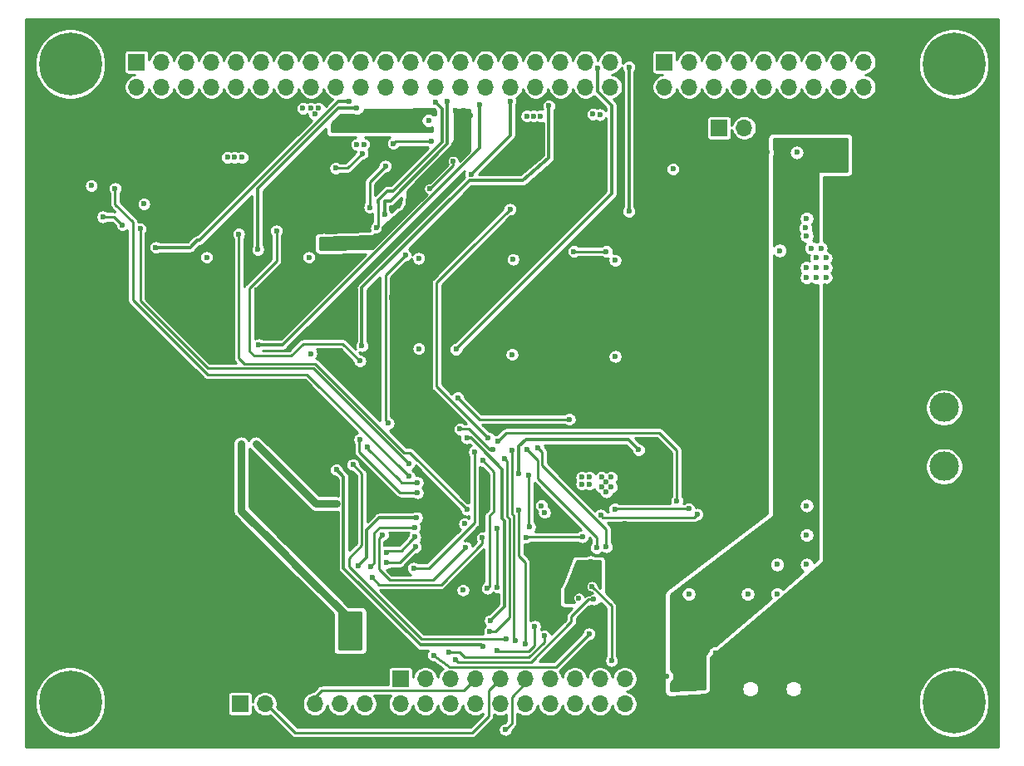
<source format=gbl>
G04 #@! TF.GenerationSoftware,KiCad,Pcbnew,(5.1.10)-1*
G04 #@! TF.CreationDate,2022-03-07T12:44:44+01:00*
G04 #@! TF.ProjectId,karta_pomiarowa_v2,6b617274-615f-4706-9f6d-6961726f7761,rev?*
G04 #@! TF.SameCoordinates,Original*
G04 #@! TF.FileFunction,Copper,L4,Bot*
G04 #@! TF.FilePolarity,Positive*
%FSLAX46Y46*%
G04 Gerber Fmt 4.6, Leading zero omitted, Abs format (unit mm)*
G04 Created by KiCad (PCBNEW (5.1.10)-1) date 2022-03-07 12:44:44*
%MOMM*%
%LPD*%
G01*
G04 APERTURE LIST*
G04 #@! TA.AperFunction,ComponentPad*
%ADD10O,1.700000X1.700000*%
G04 #@! TD*
G04 #@! TA.AperFunction,ComponentPad*
%ADD11R,1.700000X1.700000*%
G04 #@! TD*
G04 #@! TA.AperFunction,ComponentPad*
%ADD12C,6.400000*%
G04 #@! TD*
G04 #@! TA.AperFunction,ComponentPad*
%ADD13C,3.000000*%
G04 #@! TD*
G04 #@! TA.AperFunction,ViaPad*
%ADD14C,0.600000*%
G04 #@! TD*
G04 #@! TA.AperFunction,Conductor*
%ADD15C,0.400000*%
G04 #@! TD*
G04 #@! TA.AperFunction,Conductor*
%ADD16C,0.250000*%
G04 #@! TD*
G04 #@! TA.AperFunction,Conductor*
%ADD17C,0.500000*%
G04 #@! TD*
G04 #@! TA.AperFunction,Conductor*
%ADD18C,0.800000*%
G04 #@! TD*
G04 #@! TA.AperFunction,Conductor*
%ADD19C,0.300000*%
G04 #@! TD*
G04 #@! TA.AperFunction,Conductor*
%ADD20C,0.254000*%
G04 #@! TD*
G04 #@! TA.AperFunction,Conductor*
%ADD21C,0.100000*%
G04 #@! TD*
G04 APERTURE END LIST*
D10*
X74980000Y-105190000D03*
X72440000Y-105190000D03*
X69900000Y-105190000D03*
X67360000Y-105190000D03*
X64820000Y-105190000D03*
D11*
X62280000Y-105190000D03*
D12*
X45000000Y-40000000D03*
X45000000Y-105000000D03*
X135000000Y-105000000D03*
X135000000Y-40000000D03*
D13*
X134000000Y-75000000D03*
X134000000Y-81000000D03*
X134000000Y-87500000D03*
D10*
X100010000Y-42340000D03*
X100010000Y-39800000D03*
X97470000Y-42340000D03*
X97470000Y-39800000D03*
X94930000Y-42340000D03*
X94930000Y-39800000D03*
X92390000Y-42340000D03*
X92390000Y-39800000D03*
X89850000Y-42340000D03*
X89850000Y-39800000D03*
X87310000Y-42340000D03*
X87310000Y-39800000D03*
X84770000Y-42340000D03*
X84770000Y-39800000D03*
X82230000Y-42340000D03*
X82230000Y-39800000D03*
X79690000Y-42340000D03*
X79690000Y-39800000D03*
X77150000Y-42340000D03*
X77150000Y-39800000D03*
X74610000Y-42340000D03*
X74610000Y-39800000D03*
X72070000Y-42340000D03*
X72070000Y-39800000D03*
X69530000Y-42340000D03*
X69530000Y-39800000D03*
X66990000Y-42340000D03*
X66990000Y-39800000D03*
X64450000Y-42340000D03*
X64450000Y-39800000D03*
X61910000Y-42340000D03*
X61910000Y-39800000D03*
X59370000Y-42340000D03*
X59370000Y-39800000D03*
X56830000Y-42340000D03*
X56830000Y-39800000D03*
X54290000Y-42340000D03*
X54290000Y-39800000D03*
X51750000Y-42340000D03*
D11*
X51750000Y-39800000D03*
D10*
X128370000Y-42340000D03*
X128370000Y-39800000D03*
X125830000Y-42340000D03*
X125830000Y-39800000D03*
X123290000Y-42340000D03*
X123290000Y-39800000D03*
X120750000Y-42340000D03*
X120750000Y-39800000D03*
X118210000Y-42340000D03*
X118210000Y-39800000D03*
X115670000Y-42340000D03*
X115670000Y-39800000D03*
X113130000Y-42340000D03*
X113130000Y-39800000D03*
X110590000Y-42340000D03*
X110590000Y-39800000D03*
X108050000Y-42340000D03*
X108050000Y-39800000D03*
X105510000Y-42340000D03*
D11*
X105510000Y-39800000D03*
D10*
X113640000Y-46500000D03*
D11*
X111100000Y-46500000D03*
D10*
X101480000Y-105190000D03*
X101480000Y-102650000D03*
X98940000Y-105190000D03*
X98940000Y-102650000D03*
X96400000Y-105190000D03*
X96400000Y-102650000D03*
X93860000Y-105190000D03*
X93860000Y-102650000D03*
X91320000Y-105190000D03*
X91320000Y-102650000D03*
X88780000Y-105190000D03*
X88780000Y-102650000D03*
X86240000Y-105190000D03*
X86240000Y-102650000D03*
X83700000Y-105190000D03*
X83700000Y-102650000D03*
X81160000Y-105190000D03*
X81160000Y-102650000D03*
X78620000Y-105190000D03*
D11*
X78620000Y-102650000D03*
D14*
X76000000Y-65000000D03*
X78350000Y-72700000D03*
X119900000Y-56700000D03*
X129400000Y-57800000D03*
X108750000Y-51750000D03*
X110500000Y-60000000D03*
X112250000Y-49000000D03*
X102750000Y-49000000D03*
X101000000Y-46500000D03*
X51000000Y-54250000D03*
X46000000Y-52500000D03*
X43000000Y-49500000D03*
X49091500Y-44908500D03*
X123200000Y-103000000D03*
X123200000Y-104000000D03*
X123200000Y-105000000D03*
X123200000Y-106000000D03*
X123200000Y-107000000D03*
X123200000Y-108000000D03*
X123200000Y-109000000D03*
X123200000Y-102000000D03*
X123200000Y-101000000D03*
X123200000Y-100000000D03*
X110700000Y-109000000D03*
X110700000Y-108000000D03*
X110700000Y-107000000D03*
X110700000Y-106000000D03*
X110700000Y-105000000D03*
X110700000Y-104000000D03*
X110700000Y-103000000D03*
X110700000Y-102000000D03*
X110700000Y-101000000D03*
X110700000Y-100000000D03*
X67500000Y-103000000D03*
X62800000Y-98800000D03*
X74200000Y-94700000D03*
X82400000Y-84100000D03*
X83110401Y-80791540D03*
X60200000Y-73700000D03*
X102000000Y-73700000D03*
X101800000Y-63800000D03*
X91500000Y-64300000D03*
X91500000Y-63300000D03*
X81100000Y-63200000D03*
X81100000Y-64400000D03*
X67400000Y-63200000D03*
X67400000Y-64400000D03*
X60300000Y-63200000D03*
X60300000Y-64500000D03*
X53000000Y-63800000D03*
X68000000Y-73000000D03*
X68000000Y-74400000D03*
X88300000Y-73100000D03*
X88300000Y-74300000D03*
X108100000Y-81400000D03*
X97800000Y-84300000D03*
X100700000Y-87010000D03*
X102317500Y-84082500D03*
X101550000Y-86850000D03*
X92200000Y-93400000D03*
X81500000Y-96300000D03*
X85200000Y-92600000D03*
X87436847Y-85219063D03*
X73800000Y-84300000D03*
X125500000Y-56500000D03*
X124600000Y-56500000D03*
X125900000Y-53200000D03*
X126800000Y-53300000D03*
X125900000Y-54100000D03*
X125900000Y-55000000D03*
X129750000Y-39000000D03*
X130750000Y-39000000D03*
X130250000Y-39750000D03*
X129750000Y-40750000D03*
X130750000Y-40750000D03*
X130250000Y-41500000D03*
X130750000Y-42250000D03*
X129750000Y-42250000D03*
X130250000Y-43000000D03*
X130750000Y-43750000D03*
X129750000Y-43750000D03*
X128750000Y-43750000D03*
X127750000Y-43750000D03*
X127500000Y-41000000D03*
X129000000Y-58500000D03*
X77100000Y-88900000D03*
X95300000Y-81125000D03*
X105000000Y-64000000D03*
X108000000Y-64000000D03*
X107000000Y-64000000D03*
X106000000Y-64000000D03*
X107000000Y-67000000D03*
X108000000Y-67000000D03*
X106000000Y-67000000D03*
X105000000Y-67000000D03*
X106000000Y-70000000D03*
X105000000Y-70000000D03*
X108000000Y-70000000D03*
X107000000Y-70000000D03*
X106000000Y-73000000D03*
X108000000Y-73000000D03*
X105000000Y-73000000D03*
X107000000Y-73000000D03*
X106000000Y-76000000D03*
X108000000Y-76000000D03*
X105000000Y-76000000D03*
X107000000Y-76000000D03*
X105000000Y-79000000D03*
X108000000Y-79000000D03*
X105000000Y-79000000D03*
X111000000Y-64000000D03*
X114000000Y-64000000D03*
X111000000Y-67000000D03*
X114000000Y-67000000D03*
X114000000Y-70000000D03*
X111000000Y-70000000D03*
X111000000Y-73000000D03*
X114000000Y-73000000D03*
X111000000Y-76000000D03*
X126000000Y-67000000D03*
X114000000Y-61000000D03*
X114000000Y-58000000D03*
X114000000Y-55000000D03*
X132000000Y-64000000D03*
X135000000Y-64000000D03*
X138000000Y-64000000D03*
X132000000Y-67000000D03*
X135000000Y-67000000D03*
X138000000Y-67000000D03*
X132000000Y-70000000D03*
X135000000Y-70000000D03*
X138000000Y-70000000D03*
X138000000Y-73000000D03*
X132000000Y-73000000D03*
X138000000Y-79000000D03*
X129000000Y-79000000D03*
X129000000Y-76000000D03*
X138000000Y-76000000D03*
X138000000Y-82000000D03*
X135000000Y-85000000D03*
X129000000Y-82000000D03*
X129000000Y-85000000D03*
X138000000Y-85000000D03*
X132000000Y-85000000D03*
X129000000Y-88000000D03*
X138000000Y-97000000D03*
X129000000Y-109000000D03*
X132000000Y-94000000D03*
X129000000Y-97000000D03*
X132000000Y-97000000D03*
X129000000Y-106000000D03*
X129000000Y-94000000D03*
X135000000Y-94000000D03*
X138000000Y-94000000D03*
X135000000Y-97000000D03*
X138000000Y-88000000D03*
X135000000Y-100000000D03*
X132000000Y-100000000D03*
X135000000Y-91000000D03*
X138000000Y-100000000D03*
X138000000Y-91000000D03*
X129000000Y-100000000D03*
X129000000Y-91000000D03*
X129000000Y-103000000D03*
X132000000Y-91000000D03*
X123000000Y-94000000D03*
X117000000Y-91000000D03*
X117000000Y-94000000D03*
X126000000Y-94000000D03*
X120000000Y-94000000D03*
X123000000Y-91000000D03*
X120000000Y-91000000D03*
X126000000Y-91000000D03*
X126000000Y-88000000D03*
X120000000Y-88000000D03*
X123000000Y-88000000D03*
X123000000Y-97000000D03*
X126000000Y-97000000D03*
X114000000Y-94000000D03*
X126000000Y-85000000D03*
X126000000Y-82000000D03*
X123000000Y-82000000D03*
X123000000Y-85000000D03*
X120000000Y-85000000D03*
X48000000Y-96000000D03*
X42000000Y-96000000D03*
X48000000Y-99000000D03*
X45000000Y-99000000D03*
X42000000Y-99000000D03*
X45000000Y-96000000D03*
X60000000Y-102000000D03*
X54000000Y-108000000D03*
X54000000Y-102000000D03*
X51000000Y-102000000D03*
X51000000Y-108000000D03*
X51000000Y-99000000D03*
X51000000Y-96000000D03*
X60000000Y-99000000D03*
X54000000Y-99000000D03*
X57000000Y-96000000D03*
X60000000Y-96000000D03*
X57000000Y-99000000D03*
X54000000Y-96000000D03*
X60000000Y-105000000D03*
X45000000Y-86000000D03*
X51000000Y-92000000D03*
X51000000Y-89000000D03*
X54000000Y-89000000D03*
X57000000Y-89000000D03*
X48000000Y-92000000D03*
X57000000Y-86000000D03*
X48000000Y-86000000D03*
X54000000Y-92000000D03*
X60000000Y-86000000D03*
X42000000Y-92000000D03*
X45000000Y-92000000D03*
X45000000Y-89000000D03*
X42000000Y-86000000D03*
X42000000Y-89000000D03*
X60000000Y-92000000D03*
X57000000Y-92000000D03*
X51000000Y-86000000D03*
X60000000Y-89000000D03*
X48000000Y-89000000D03*
X54000000Y-86000000D03*
X42000000Y-82000000D03*
X57000000Y-79000000D03*
X42000000Y-76000000D03*
X48000000Y-76000000D03*
X45000000Y-76000000D03*
X54000000Y-79000000D03*
X48000000Y-82000000D03*
X45000000Y-82000000D03*
X45000000Y-79000000D03*
X54000000Y-82000000D03*
X51000000Y-82000000D03*
X42000000Y-79000000D03*
X57000000Y-82000000D03*
X48000000Y-79000000D03*
X51000000Y-76000000D03*
X57000000Y-76000000D03*
X54000000Y-76000000D03*
X51000000Y-79000000D03*
X57000000Y-73000000D03*
X54000000Y-73000000D03*
X51000000Y-70000000D03*
X42000000Y-70000000D03*
X42000000Y-73000000D03*
X48000000Y-73000000D03*
X54000000Y-70000000D03*
X45000000Y-70000000D03*
X48000000Y-70000000D03*
X45000000Y-73000000D03*
X51000000Y-73000000D03*
X48000000Y-57000000D03*
X42000000Y-57000000D03*
X48000000Y-60000000D03*
X42000000Y-60000000D03*
X42000000Y-63000000D03*
X42000000Y-66000000D03*
X45000000Y-60000000D03*
X48000000Y-66000000D03*
X45000000Y-63000000D03*
X48000000Y-63000000D03*
X45000000Y-66000000D03*
X45000000Y-57000000D03*
X42000000Y-54000000D03*
X42000000Y-51000000D03*
X41250000Y-45000000D03*
X66000000Y-92000000D03*
X63000000Y-89000000D03*
X66000000Y-86000000D03*
X63000000Y-92000000D03*
X138000000Y-58000000D03*
X138000000Y-55000000D03*
X138000000Y-49000000D03*
X138000000Y-61000000D03*
X138000000Y-52000000D03*
X135000000Y-49000000D03*
X135000000Y-52000000D03*
X135000000Y-61000000D03*
X135000000Y-55000000D03*
X135000000Y-58000000D03*
X132000000Y-55000000D03*
X132000000Y-58000000D03*
X132000000Y-61000000D03*
X132000000Y-49000000D03*
X132000000Y-52000000D03*
X135000000Y-46000000D03*
X138000000Y-46000000D03*
X126000000Y-79000000D03*
X108000000Y-94000000D03*
X126000000Y-100000000D03*
X126000000Y-103000000D03*
X126000000Y-106000000D03*
X126000000Y-109000000D03*
X69000000Y-89000000D03*
X69000000Y-86000000D03*
X96000000Y-74000000D03*
X96000000Y-72000000D03*
X96000000Y-70000000D03*
X96000000Y-68000000D03*
X96000000Y-66000000D03*
X96000000Y-64000000D03*
X96000000Y-62000000D03*
X98000000Y-62000000D03*
X98000000Y-64000000D03*
X98000000Y-66000000D03*
X88000000Y-67000000D03*
X86000000Y-65000000D03*
X86000000Y-63000000D03*
X88000000Y-63000000D03*
X88000000Y-61000000D03*
X86000000Y-61000000D03*
X88000000Y-59000000D03*
X86000000Y-55000000D03*
X74000000Y-63000000D03*
X74000000Y-65000000D03*
X74000000Y-67000000D03*
X69000000Y-58000000D03*
X67000000Y-58000000D03*
X64000000Y-63000000D03*
X64000000Y-65000000D03*
X64000000Y-67000000D03*
X60000000Y-69000000D03*
X60000000Y-68000000D03*
X60000000Y-75000000D03*
X60000000Y-77000000D03*
X57000000Y-66000000D03*
X57000000Y-63000000D03*
X57000000Y-60000000D03*
X77000000Y-84000000D03*
X76000000Y-83000000D03*
X101000000Y-88000000D03*
X103000000Y-90000000D03*
X101000000Y-57000000D03*
X103000000Y-57000000D03*
X105000000Y-57000000D03*
X107000000Y-57000000D03*
X105000000Y-55000000D03*
X103000000Y-55000000D03*
X103000000Y-53000000D03*
X105000000Y-53000000D03*
X101000000Y-53000000D03*
X100000000Y-55000000D03*
X101000000Y-51000000D03*
X103000000Y-51000000D03*
X105000000Y-51000000D03*
X105000000Y-49000000D03*
X107000000Y-49000000D03*
X109000000Y-49000000D03*
X107000000Y-47000000D03*
X107000000Y-45000000D03*
X109000000Y-45000000D03*
X109000000Y-47000000D03*
X105000000Y-47000000D03*
X105000000Y-45000000D03*
X119000000Y-49000000D03*
X116000000Y-49000000D03*
X116000000Y-46000000D03*
X119000000Y-46000000D03*
X122000000Y-46000000D03*
X122000000Y-44000000D03*
X119000000Y-44000000D03*
X116000000Y-44000000D03*
X112000000Y-44000000D03*
X112000000Y-45000000D03*
X96000000Y-55000000D03*
X96000000Y-53000000D03*
X96000000Y-51000000D03*
X93000000Y-53000000D03*
X93000000Y-55000000D03*
X89000000Y-53000000D03*
X89000000Y-51000000D03*
X91000000Y-51000000D03*
X83000000Y-56000000D03*
X56300000Y-37300000D03*
X65300000Y-37300000D03*
X62300000Y-37300000D03*
X50300000Y-37300000D03*
X59300000Y-37300000D03*
X53300000Y-37300000D03*
X68300000Y-37300000D03*
X86300000Y-37300000D03*
X77300000Y-37300000D03*
X80300000Y-37300000D03*
X74300000Y-37300000D03*
X71300000Y-37300000D03*
X92300000Y-37300000D03*
X89300000Y-37300000D03*
X83300000Y-37300000D03*
X104300000Y-37300000D03*
X110300000Y-37300000D03*
X107300000Y-37300000D03*
X101300000Y-37300000D03*
X95300000Y-37300000D03*
X98300000Y-37300000D03*
X116300000Y-37300000D03*
X113300000Y-37300000D03*
X119300000Y-37300000D03*
X125300000Y-37300000D03*
X122300000Y-37300000D03*
X128300000Y-37300000D03*
X78400000Y-73750000D03*
X105750000Y-102380000D03*
X44250000Y-45000000D03*
X42000000Y-48000000D03*
X62500000Y-45750000D03*
X60750000Y-45750000D03*
X48500000Y-51250000D03*
X48750000Y-52250000D03*
X53000000Y-45000000D03*
X54750000Y-46500000D03*
X61500000Y-51000000D03*
X61250000Y-53500000D03*
X58500000Y-54750000D03*
X77182677Y-49101642D03*
X75900000Y-48100000D03*
X69852131Y-50071992D03*
X90900000Y-49900000D03*
X90100000Y-49900000D03*
X89300000Y-49900000D03*
X88500000Y-49900000D03*
X95400000Y-50000000D03*
X96100000Y-50000000D03*
X96800000Y-50000000D03*
X97500000Y-50000000D03*
X71000000Y-55350000D03*
X70950000Y-54650000D03*
X70250000Y-54700000D03*
X76000000Y-67000000D03*
X75500000Y-72500000D03*
X67250000Y-45000000D03*
X77800000Y-54700000D03*
X125250000Y-67000000D03*
X124500000Y-67000000D03*
X123750000Y-67000000D03*
X123750000Y-66250000D03*
X124500000Y-66250000D03*
X125250000Y-66250000D03*
X126000000Y-66250000D03*
X126000000Y-65500000D03*
X125250000Y-65500000D03*
X124500000Y-65500000D03*
X123750000Y-65500000D03*
X78400000Y-54450000D03*
X54750000Y-47500000D03*
X51250000Y-45000000D03*
X50750000Y-46000000D03*
X49500000Y-46000000D03*
X51000000Y-44250000D03*
X54250000Y-44000000D03*
X41250000Y-47250000D03*
X42750000Y-46000000D03*
X44000000Y-50500000D03*
X50250000Y-53500000D03*
X53250000Y-50500000D03*
X49750000Y-62750000D03*
X49750000Y-64500000D03*
X53000000Y-62750000D03*
X49750000Y-63500000D03*
X57250000Y-64000000D03*
X57250000Y-64750000D03*
X64000000Y-63000000D03*
X66750000Y-63750000D03*
X67500000Y-62250000D03*
X73500000Y-64000000D03*
X78250000Y-63250000D03*
X77750000Y-63750000D03*
X78500000Y-64250000D03*
X84000000Y-63250000D03*
X84000000Y-64250000D03*
X88000000Y-63000000D03*
X88750000Y-62750000D03*
X94000000Y-63000000D03*
X94250000Y-64750000D03*
X101750000Y-62750000D03*
X101750000Y-64750000D03*
X99000000Y-62750000D03*
X99000000Y-64750000D03*
X99000000Y-63750000D03*
X99250000Y-72750000D03*
X99250000Y-74500000D03*
X94250000Y-72750000D03*
X94250000Y-74500000D03*
X94250000Y-73750000D03*
X87500000Y-73750000D03*
X84000000Y-73000000D03*
X73250000Y-72750000D03*
X70750000Y-74750000D03*
X63250000Y-72750000D03*
X63000000Y-74750000D03*
X63250000Y-73750000D03*
X108250000Y-53250000D03*
X108250000Y-52250000D03*
X115000000Y-55500000D03*
X120000000Y-55750000D03*
X120000000Y-57500000D03*
X102000000Y-80400000D03*
X101000000Y-80400000D03*
X108000000Y-80600000D03*
X62800000Y-99800000D03*
X73000000Y-94000000D03*
X74000000Y-94000000D03*
X82500000Y-97000000D03*
X73800000Y-87300000D03*
X85250000Y-91750000D03*
X86250000Y-91750000D03*
X93250000Y-89750000D03*
X93250000Y-92250000D03*
X70500000Y-78500000D03*
X68750000Y-78500000D03*
X63750000Y-80500000D03*
X68000000Y-80500000D03*
X86800000Y-87300000D03*
X80200000Y-84900000D03*
X93300000Y-86900000D03*
X97800000Y-96000000D03*
X96800000Y-94400000D03*
X97050000Y-96800000D03*
X95738464Y-94674724D03*
X80500000Y-69000000D03*
X69500000Y-69500000D03*
X47141000Y-52391000D03*
X80500000Y-59800000D03*
X90100000Y-59900000D03*
X100500000Y-60000000D03*
X90000000Y-69600000D03*
X100500000Y-69800000D03*
X74300000Y-96300000D03*
X74400000Y-99300000D03*
X97800000Y-92000000D03*
X80350000Y-82650000D03*
X75300000Y-79000000D03*
X63900000Y-78700000D03*
X62400000Y-78700000D03*
X72099988Y-84800000D03*
X99100000Y-82100000D03*
X100100000Y-82100000D03*
X99600000Y-82600000D03*
X99100000Y-83100000D03*
X100100000Y-83100000D03*
X99600000Y-83600000D03*
X52500000Y-54250000D03*
X69300000Y-59700000D03*
X58900000Y-59700000D03*
X120500000Y-58750000D03*
X121500000Y-58750000D03*
X122000000Y-59750000D03*
X121000000Y-59750000D03*
X121000000Y-60750000D03*
X122000000Y-60750000D03*
X122000000Y-61750000D03*
X121000000Y-61750000D03*
X120000000Y-60750000D03*
X120000000Y-61750000D03*
X117250000Y-59000000D03*
X61750000Y-49500000D03*
X68700000Y-44500000D03*
X69900000Y-45100000D03*
X74900000Y-48200000D03*
X81500000Y-45750000D03*
X61000000Y-49500000D03*
X62500000Y-49500000D03*
X74200000Y-48200000D03*
X69500000Y-44500000D03*
X70300000Y-44500000D03*
X98500000Y-92000000D03*
X98500000Y-91300000D03*
X98000000Y-90700000D03*
X121500000Y-48000000D03*
X122500000Y-48000000D03*
X122500000Y-49000000D03*
X121500000Y-49000000D03*
X121500000Y-50000000D03*
X122500000Y-50000000D03*
X123500000Y-50000000D03*
X85035000Y-47465000D03*
X106400000Y-50700000D03*
X107750000Y-101950000D03*
X98250000Y-45100000D03*
X91500000Y-45300000D03*
X85100000Y-45600000D03*
X118750000Y-85870000D03*
X118750000Y-81250000D03*
X72000000Y-46000000D03*
X78000000Y-46750000D03*
X78000000Y-56000000D03*
X70837500Y-57837500D03*
X82000000Y-44750000D03*
X84400000Y-45600000D03*
X85750000Y-45250000D03*
X92200000Y-45300000D03*
X92900000Y-45300000D03*
X98950000Y-45150000D03*
X85100000Y-44700000D03*
X84250000Y-44750000D03*
X97100000Y-82100000D03*
X97900000Y-82100000D03*
X97900000Y-82800000D03*
X97100000Y-82800000D03*
X85000000Y-93600000D03*
X93000000Y-85000000D03*
X93300000Y-85700000D03*
X85165533Y-86849307D03*
X91320000Y-99090000D03*
X89320000Y-107820000D03*
X90678311Y-85449990D03*
X90710110Y-81758081D03*
X102900000Y-79300000D03*
X97850000Y-98070000D03*
X82000000Y-100240000D03*
X83556218Y-99961054D03*
X93270000Y-98280000D03*
X84230000Y-100700000D03*
X98331647Y-94516328D03*
X88479083Y-99749743D03*
X92286655Y-97300830D03*
X98140000Y-93230000D03*
X100140000Y-100800010D03*
X101900000Y-40300000D03*
X101900000Y-55000000D03*
X98691695Y-40403803D03*
X84284509Y-69068407D03*
X74700000Y-68700000D03*
X93750000Y-44250000D03*
X89800000Y-43800000D03*
X85825021Y-51215875D03*
X86700000Y-44100000D03*
X64200000Y-68600000D03*
X83400000Y-43800000D03*
X77000000Y-55300000D03*
X82200000Y-43900000D03*
X76186789Y-56712108D03*
X64100000Y-58900000D03*
X74200000Y-44500000D03*
X73400000Y-43800000D03*
X53712660Y-58687340D03*
X106790000Y-84520000D03*
X88559865Y-78417910D03*
X107990000Y-85320000D03*
X100460000Y-85350000D03*
X108860000Y-85880000D03*
X99046949Y-85963051D03*
X97160000Y-88170000D03*
X75730000Y-92340000D03*
X91455010Y-88210000D03*
X86974990Y-88267655D03*
X85260000Y-89270000D03*
X76810000Y-87980000D03*
X98604651Y-89296458D03*
X95830000Y-76200000D03*
X91500442Y-79254219D03*
X84474990Y-74004980D03*
X99600000Y-89200000D03*
X92655010Y-79124979D03*
X86175011Y-79534553D03*
X79968452Y-91379453D03*
X77400000Y-76600000D03*
X79115693Y-59484307D03*
X75500000Y-54600000D03*
X77100000Y-50400000D03*
X79490000Y-82010000D03*
X49560000Y-52680000D03*
X77243805Y-90799052D03*
X80158815Y-89204957D03*
X80092390Y-88207154D03*
X77200000Y-89800000D03*
X75600000Y-91200000D03*
X80067954Y-87207441D03*
X74340000Y-91100000D03*
X80264621Y-86226958D03*
X73787340Y-80812660D03*
X89385045Y-98597083D03*
X72101854Y-81325010D03*
X87000000Y-99314990D03*
X79460000Y-80740000D03*
X48330000Y-55570000D03*
X50300000Y-56400000D03*
X52110000Y-56790000D03*
X88020979Y-79260303D03*
X84700000Y-77200000D03*
X80350000Y-83680000D03*
X74500000Y-78250000D03*
X66000000Y-57000000D03*
X74500000Y-70250000D03*
X62160000Y-57310000D03*
X85402751Y-85383493D03*
X90366637Y-98788132D03*
X89960100Y-79401306D03*
X87725010Y-97776477D03*
X89198230Y-80181375D03*
X88500000Y-93300000D03*
X96300000Y-59100000D03*
X99600000Y-59100000D03*
X91700000Y-81900000D03*
X88451647Y-87350010D03*
X91779249Y-87176920D03*
X89800000Y-54800000D03*
X87485342Y-93423712D03*
X86999999Y-80400001D03*
X87531511Y-78083963D03*
X87800000Y-96700000D03*
X85400000Y-78100000D03*
X81800000Y-47900000D03*
X77900000Y-48100000D03*
X81600000Y-52700000D03*
X84000000Y-49900000D03*
X72030002Y-50600000D03*
X74746543Y-49094775D03*
D15*
X48500000Y-51250000D02*
X49250000Y-51250000D01*
X61500000Y-51000000D02*
X61500000Y-51500000D01*
D16*
X78035011Y-54735011D02*
X78095735Y-54735011D01*
X75300000Y-79200000D02*
X75300000Y-79000000D01*
D17*
X74400000Y-96400000D02*
X74300000Y-96300000D01*
D18*
X62400000Y-85500000D02*
X62400000Y-78700000D01*
X73200000Y-96300000D02*
X68950000Y-92050000D01*
X63900000Y-78700000D02*
X70000000Y-84800000D01*
X70000000Y-84800000D02*
X72099988Y-84800000D01*
X68950000Y-92050000D02*
X65950000Y-89050000D01*
D16*
X78750000Y-82650000D02*
X78450000Y-82350000D01*
X80350000Y-82650000D02*
X78750000Y-82650000D01*
X78450000Y-82350000D02*
X75300000Y-79200000D01*
D18*
X65950000Y-89050000D02*
X62400000Y-85500000D01*
D17*
X121500000Y-50000000D02*
X118750000Y-52750000D01*
X107750000Y-97750000D02*
X118750000Y-86750000D01*
X107750000Y-101950000D02*
X107750000Y-97750000D01*
X118750000Y-85870000D02*
X118750000Y-86750000D01*
X118750000Y-81250000D02*
X118750000Y-85870000D01*
X118750000Y-52750000D02*
X118750000Y-81250000D01*
D15*
X72750000Y-46750000D02*
X78000000Y-46750000D01*
X72000000Y-46000000D02*
X72750000Y-46750000D01*
D19*
X78000000Y-56000000D02*
X75750000Y-58250000D01*
X75750000Y-58250000D02*
X73425000Y-58250000D01*
X71037500Y-58037500D02*
X70837500Y-57837500D01*
X73212500Y-58037500D02*
X71037500Y-58037500D01*
X73425000Y-58250000D02*
X73212500Y-58037500D01*
X78000000Y-56000000D02*
X80500000Y-53500000D01*
X80500000Y-52000000D02*
X85035000Y-47465000D01*
X80500000Y-53500000D02*
X80500000Y-52000000D01*
D17*
X82000000Y-44750000D02*
X80000000Y-44750000D01*
X80000000Y-44750000D02*
X78000000Y-46750000D01*
D16*
X89955001Y-107184999D02*
X89955001Y-104464999D01*
X89320000Y-107820000D02*
X89955001Y-107184999D01*
X91320000Y-103100000D02*
X91320000Y-102650000D01*
X89955001Y-104464999D02*
X91320000Y-103100000D01*
X91320000Y-99090000D02*
X91320000Y-90770000D01*
X91320000Y-90770000D02*
X90678311Y-90128311D01*
X90678311Y-90128311D02*
X90678311Y-85449990D01*
D19*
X90710110Y-78934549D02*
X90710110Y-81758081D01*
X102900000Y-79300000D02*
X101849998Y-78249998D01*
X101849998Y-78249998D02*
X91394661Y-78249998D01*
X91394661Y-78249998D02*
X90710110Y-78934549D01*
D16*
X83645002Y-101425002D02*
X94494998Y-101425002D01*
X82000000Y-100240000D02*
X83645002Y-101425002D01*
X94494998Y-101425002D02*
X97850000Y-98070000D01*
X93270000Y-98889413D02*
X91684669Y-100474744D01*
X91684669Y-100474744D02*
X85177748Y-100474744D01*
X84664058Y-99961054D02*
X83556218Y-99961054D01*
X93270000Y-98280000D02*
X93270000Y-98889413D01*
X85177748Y-100474744D02*
X84664058Y-99961054D01*
X84454755Y-100924755D02*
X91923220Y-100924755D01*
X96025001Y-96822974D02*
X96025001Y-96257289D01*
X97765962Y-94516328D02*
X98331647Y-94516328D01*
X91923220Y-100924755D02*
X96025001Y-96822974D01*
X84230000Y-100700000D02*
X84454755Y-100924755D01*
X96025001Y-96257289D02*
X97765962Y-94516328D01*
X70040000Y-104390000D02*
X70040000Y-105190000D01*
X70604999Y-103825001D02*
X70040000Y-104390000D01*
X85064999Y-103825001D02*
X70604999Y-103825001D01*
X86240000Y-102650000D02*
X85064999Y-103825001D01*
X92286655Y-99236347D02*
X92286655Y-97300830D01*
X91668001Y-99855001D02*
X92286655Y-99236347D01*
X88584341Y-99855001D02*
X91668001Y-99855001D01*
X88479083Y-99749743D02*
X88584341Y-99855001D01*
X64960000Y-105190000D02*
X67900000Y-108130000D01*
X67900000Y-108130000D02*
X85950000Y-108130000D01*
X87604999Y-103825001D02*
X88780000Y-102650000D01*
X87604999Y-106475001D02*
X87604999Y-103825001D01*
X85950000Y-108130000D02*
X87604999Y-106475001D01*
X100140000Y-95230000D02*
X100140000Y-100800010D01*
X98140000Y-93230000D02*
X100140000Y-95230000D01*
D19*
X101900000Y-40300000D02*
X101900000Y-55000000D01*
X98691695Y-41091695D02*
X98700000Y-41100000D01*
X98691695Y-40403803D02*
X98691695Y-41091695D01*
X98700000Y-40800000D02*
X98700000Y-41100000D01*
X98691695Y-42797697D02*
X100150000Y-44256002D01*
X98691695Y-41091695D02*
X98691695Y-42797697D01*
X100150000Y-53202916D02*
X99526458Y-53826458D01*
X100150000Y-44256002D02*
X100150000Y-53202916D01*
X99526458Y-53826458D02*
X84284509Y-69068407D01*
X99650000Y-53702916D02*
X99526458Y-53826458D01*
X74700000Y-62802387D02*
X74700000Y-68700000D01*
X85636510Y-51865877D02*
X74700000Y-62802387D01*
X91096125Y-51865877D02*
X85636510Y-51865877D01*
X93750000Y-49562002D02*
X91096125Y-51865877D01*
X93750000Y-44250000D02*
X93750000Y-49562002D01*
X89800000Y-47240896D02*
X85825021Y-51215875D01*
X89800000Y-43800000D02*
X89800000Y-47240896D01*
X86700000Y-44100000D02*
X86700000Y-48562002D01*
X86700000Y-48562002D02*
X66662002Y-68600000D01*
X66662002Y-68600000D02*
X64200000Y-68600000D01*
X77000000Y-53928234D02*
X77000000Y-55300000D01*
X83400000Y-43800000D02*
X83400000Y-48142878D01*
X77614644Y-53928234D02*
X77000000Y-53928234D01*
X83400000Y-48142878D02*
X77614644Y-53928234D01*
D16*
X76350000Y-56548897D02*
X76186789Y-56712108D01*
X76350000Y-54150000D02*
X76350000Y-56548897D01*
D19*
X82200000Y-43900000D02*
X82850001Y-44550001D01*
X82850001Y-44550001D02*
X82850001Y-47960001D01*
X82850001Y-47960001D02*
X77885024Y-52924978D01*
X77885024Y-52924978D02*
X77296133Y-52924979D01*
X76350000Y-53871112D02*
X76350000Y-54150000D01*
X77296133Y-52924979D02*
X76350000Y-53871112D01*
X64100000Y-58900000D02*
X64100000Y-52728234D01*
X64100000Y-52728234D02*
X72328234Y-44500000D01*
X72328234Y-44500000D02*
X74200000Y-44500000D01*
X53825320Y-58800000D02*
X53712660Y-58687340D01*
X57202658Y-58687340D02*
X57944999Y-57944999D01*
X53712660Y-58687340D02*
X57202658Y-58687340D01*
X57944999Y-57944999D02*
X57800000Y-58089998D01*
X58176113Y-57944999D02*
X57944999Y-57944999D01*
X73400000Y-43800000D02*
X72321112Y-43800000D01*
X72321112Y-43800000D02*
X58176113Y-57944999D01*
D16*
X89427764Y-77550011D02*
X88559865Y-78417910D01*
X106790000Y-84520000D02*
X106790000Y-79350000D01*
X104990011Y-77550011D02*
X89427764Y-77550011D01*
X106790000Y-79350000D02*
X104990011Y-77550011D01*
X100490000Y-85320000D02*
X100460000Y-85350000D01*
X107990000Y-85320000D02*
X100490000Y-85320000D01*
X108860000Y-85880000D02*
X108560001Y-86179999D01*
X108560001Y-86179999D02*
X104820001Y-86179999D01*
X99263897Y-86179999D02*
X99046949Y-85963051D01*
X104820001Y-86179999D02*
X99263897Y-86179999D01*
X97160000Y-88170000D02*
X91495010Y-88170000D01*
X91495010Y-88170000D02*
X91455010Y-88210000D01*
X75730000Y-92340000D02*
X76430011Y-93040011D01*
X86974990Y-88833340D02*
X86974990Y-88267655D01*
X82768319Y-93040011D02*
X86974990Y-88833340D01*
X76430011Y-93040011D02*
X82768319Y-93040011D01*
X76424999Y-88365001D02*
X76810000Y-87980000D01*
X85260000Y-89270000D02*
X81940000Y-92590000D01*
X76424999Y-91484999D02*
X76424999Y-88365001D01*
X77530000Y-92590000D02*
X76424999Y-91484999D01*
X81940000Y-92590000D02*
X77530000Y-92590000D01*
X98604651Y-89296458D02*
X98604651Y-88228893D01*
X92595693Y-82219935D02*
X92595693Y-80349470D01*
X98604651Y-88228893D02*
X92595693Y-82219935D01*
X92595693Y-80349470D02*
X91500442Y-79254219D01*
X95830000Y-76200000D02*
X86670010Y-76200000D01*
X86670010Y-76200000D02*
X84474990Y-74004980D01*
X93055009Y-80855009D02*
X93055009Y-79524978D01*
X93055009Y-79524978D02*
X92655010Y-79124979D01*
X99600000Y-89200000D02*
X99600000Y-87400000D01*
X99600000Y-87400000D02*
X93055009Y-80855009D01*
X86175011Y-86749991D02*
X81545549Y-91379453D01*
X86175011Y-79534553D02*
X86175011Y-86749991D01*
X81545549Y-91379453D02*
X79968452Y-91379453D01*
X75500000Y-52000000D02*
X77100000Y-50400000D01*
X75500000Y-54600000D02*
X75500000Y-52000000D01*
X77100001Y-61499999D02*
X79115693Y-59484307D01*
X77400000Y-76600000D02*
X77100001Y-76300001D01*
X77100001Y-76300001D02*
X77100001Y-61499999D01*
X69120000Y-71640000D02*
X58973589Y-71640000D01*
X79490000Y-82010000D02*
X69120000Y-71640000D01*
X58973589Y-71640000D02*
X51354998Y-64021409D01*
X51354998Y-56454998D02*
X51354998Y-56054998D01*
X51354998Y-64021409D02*
X51354998Y-56454998D01*
X49560000Y-54260000D02*
X49560000Y-52680000D01*
X51354998Y-56054998D02*
X49560000Y-54260000D01*
X78564720Y-90799052D02*
X80158815Y-89204957D01*
X77243805Y-90799052D02*
X78564720Y-90799052D01*
X77600000Y-89600000D02*
X77000000Y-89600000D01*
X78699544Y-89600000D02*
X79692391Y-88607153D01*
X79692391Y-88607153D02*
X80092390Y-88207154D01*
X77600000Y-89600000D02*
X78699544Y-89600000D01*
X77200000Y-89800000D02*
X77400000Y-89600000D01*
X77400000Y-89600000D02*
X77600000Y-89600000D01*
X75974988Y-87742008D02*
X76509555Y-87207441D01*
X75600000Y-91200000D02*
X75974988Y-90825012D01*
X75974988Y-90825012D02*
X75974988Y-87742008D01*
X76509555Y-87207441D02*
X80067954Y-87207441D01*
D19*
X74340000Y-91100000D02*
X75150033Y-90289967D01*
X76453042Y-86226958D02*
X80264621Y-86226958D01*
X75150033Y-87529967D02*
X76453042Y-86226958D01*
X75150033Y-90289967D02*
X75150033Y-87529967D01*
D16*
X74675022Y-81700342D02*
X74675022Y-89045287D01*
X89377950Y-98589988D02*
X89385045Y-98597083D01*
X73387341Y-90332968D02*
X73387341Y-91220345D01*
X73787340Y-80812660D02*
X74675022Y-81700342D01*
X73387341Y-91220345D02*
X80756984Y-98589988D01*
X80756984Y-98589988D02*
X89377950Y-98589988D01*
X74675022Y-89045287D02*
X73387341Y-90332968D01*
D19*
X86885011Y-99200001D02*
X87000000Y-99314990D01*
X72849999Y-82073155D02*
X72849999Y-91354769D01*
X72849999Y-91354769D02*
X80695231Y-99200001D01*
X72101854Y-81325010D02*
X72849999Y-82073155D01*
X80695231Y-99200001D02*
X86885011Y-99200001D01*
D16*
X69740000Y-71020000D02*
X58990000Y-71020000D01*
X79460000Y-80740000D02*
X69740000Y-71020000D01*
X58990000Y-71020000D02*
X52110000Y-64140000D01*
X49470000Y-55570000D02*
X50300000Y-56400000D01*
X48330000Y-55570000D02*
X49470000Y-55570000D01*
X52110000Y-56790000D02*
X52110000Y-64140000D01*
X87682531Y-79260303D02*
X88020979Y-79260303D01*
X85622228Y-77200000D02*
X86011114Y-77588886D01*
X84700000Y-77200000D02*
X85622228Y-77200000D01*
X86011114Y-77588886D02*
X87682531Y-79260303D01*
X78580000Y-83680000D02*
X80350000Y-83680000D01*
X74440000Y-79540000D02*
X78580000Y-83680000D01*
X74440000Y-78310000D02*
X74500000Y-78250000D01*
X74440000Y-79540000D02*
X74440000Y-78310000D01*
X66000000Y-60074998D02*
X63250000Y-62824998D01*
X66000000Y-57000000D02*
X66000000Y-60074998D01*
X63250000Y-62824998D02*
X63250000Y-69250000D01*
X63250000Y-69250000D02*
X63750000Y-69750000D01*
X63750000Y-69750000D02*
X67500000Y-69750000D01*
X67500000Y-69750000D02*
X68750000Y-68500000D01*
X72750000Y-68500000D02*
X74500000Y-70250000D01*
X68750000Y-68500000D02*
X72750000Y-68500000D01*
X79030000Y-79590000D02*
X79609258Y-79590000D01*
X69970000Y-70530000D02*
X79030000Y-79590000D01*
X62740000Y-70530000D02*
X69970000Y-70530000D01*
X62160000Y-69950000D02*
X62740000Y-70530000D01*
X62160000Y-57310000D02*
X62160000Y-69950000D01*
X79609258Y-79590000D02*
X85402751Y-85383493D01*
X90175023Y-86020017D02*
X89953310Y-85798304D01*
X90175023Y-98596518D02*
X90175023Y-86020017D01*
X90366637Y-98788132D02*
X90175023Y-98596518D01*
X89953310Y-79408096D02*
X89960100Y-79401306D01*
X89953310Y-85798304D02*
X89953310Y-79408096D01*
X89725012Y-86343244D02*
X89499951Y-86118183D01*
X89499951Y-86118183D02*
X89499951Y-80483096D01*
X89725012Y-96342160D02*
X89725012Y-86343244D01*
X88290695Y-97776477D02*
X89725012Y-96342160D01*
X89499951Y-80483096D02*
X89198230Y-80181375D01*
X87725010Y-97776477D02*
X88290695Y-97776477D01*
X96300000Y-59100000D02*
X99600000Y-59100000D01*
X88500000Y-93300000D02*
X88500000Y-87398363D01*
X91700000Y-87097671D02*
X91779249Y-87176920D01*
X88500000Y-87398363D02*
X88451647Y-87350010D01*
X91700000Y-81900000D02*
X91700000Y-87097671D01*
X89800000Y-54800000D02*
X85800000Y-58800000D01*
X82300000Y-72852452D02*
X87531511Y-78083963D01*
X82300000Y-62300000D02*
X82300000Y-72852452D01*
X87700000Y-93209054D02*
X87700000Y-86028912D01*
X87700000Y-86028912D02*
X88161848Y-85567064D01*
X88161848Y-85567064D02*
X88161848Y-81561850D01*
X88161848Y-81561850D02*
X86999999Y-80400001D01*
X87485342Y-93423712D02*
X87700000Y-93209054D01*
X85800000Y-58800000D02*
X82300000Y-62300000D01*
D19*
X88975011Y-86265009D02*
X88975011Y-81275011D01*
X87800000Y-96700000D02*
X89250001Y-95249999D01*
X86925013Y-79174551D02*
X85850462Y-78100000D01*
X85850462Y-78100000D02*
X85400000Y-78100000D01*
X86925013Y-79225013D02*
X86925013Y-79174551D01*
X88975011Y-81275011D02*
X86925013Y-79225013D01*
X89250001Y-95249999D02*
X89250001Y-86539999D01*
X89250001Y-86539999D02*
X88975011Y-86265009D01*
D16*
X81800000Y-47900000D02*
X78100000Y-47900000D01*
X78100000Y-47900000D02*
X77900000Y-48100000D01*
X84000000Y-50300000D02*
X81600000Y-52700000D01*
X84000000Y-49900000D02*
X84000000Y-50300000D01*
X73241318Y-50600000D02*
X74746543Y-49094775D01*
X72030002Y-50600000D02*
X73241318Y-50600000D01*
D20*
X85673000Y-48848145D02*
X84627000Y-49915492D01*
X84627000Y-49838246D01*
X84602905Y-49717111D01*
X84555640Y-49603004D01*
X84487023Y-49500311D01*
X84399689Y-49412977D01*
X84296996Y-49344360D01*
X84182889Y-49297095D01*
X84061754Y-49273000D01*
X83938246Y-49273000D01*
X83817111Y-49297095D01*
X83703004Y-49344360D01*
X83600311Y-49412977D01*
X83512977Y-49500311D01*
X83444360Y-49603004D01*
X83397095Y-49717111D01*
X83373000Y-49838246D01*
X83373000Y-49961754D01*
X83397095Y-50082889D01*
X83444360Y-50196996D01*
X83452139Y-50208638D01*
X81587777Y-52073000D01*
X81538246Y-52073000D01*
X81417111Y-52097095D01*
X81303004Y-52144360D01*
X81200311Y-52212977D01*
X81112977Y-52300311D01*
X81044360Y-52403004D01*
X80997095Y-52517111D01*
X80973000Y-52638246D01*
X80973000Y-52761754D01*
X80997095Y-52882889D01*
X81044360Y-52996996D01*
X81112977Y-53099689D01*
X81200311Y-53187023D01*
X81303004Y-53255640D01*
X81323353Y-53264069D01*
X75811128Y-58776294D01*
X70427000Y-58870753D01*
X70427000Y-57722383D01*
X75704700Y-57526913D01*
X75729370Y-57523557D01*
X75752910Y-57515454D01*
X75784026Y-57495229D01*
X75993264Y-57310607D01*
X76003900Y-57315013D01*
X76125035Y-57339108D01*
X76248543Y-57339108D01*
X76369678Y-57315013D01*
X76483785Y-57267748D01*
X76586478Y-57199131D01*
X76673812Y-57111797D01*
X76742429Y-57009104D01*
X76789694Y-56894997D01*
X76813789Y-56773862D01*
X76813789Y-56650354D01*
X76803004Y-56596131D01*
X78543001Y-55060839D01*
X78582889Y-55052905D01*
X78696996Y-55005640D01*
X78799689Y-54937023D01*
X78887023Y-54849689D01*
X78955640Y-54746996D01*
X78988444Y-54667802D01*
X79184026Y-54495229D01*
X79200990Y-54477007D01*
X79214073Y-54455825D01*
X79222772Y-54432498D01*
X79226719Y-54408448D01*
X79323690Y-52953881D01*
X80285510Y-51931948D01*
X83720730Y-48496728D01*
X83738921Y-48481799D01*
X83798529Y-48409167D01*
X83842822Y-48326301D01*
X83870097Y-48236386D01*
X83877000Y-48166301D01*
X83877000Y-48166293D01*
X83879306Y-48142878D01*
X83877000Y-48119463D01*
X83877000Y-48115990D01*
X84092481Y-47887041D01*
X84107685Y-47867327D01*
X84118751Y-47845025D01*
X84125253Y-47820992D01*
X84127000Y-47800000D01*
X84127000Y-44627000D01*
X85673000Y-44627000D01*
X85673000Y-48848145D01*
G04 #@! TA.AperFunction,Conductor*
D21*
G36*
X85673000Y-48848145D02*
G01*
X84627000Y-49915492D01*
X84627000Y-49838246D01*
X84602905Y-49717111D01*
X84555640Y-49603004D01*
X84487023Y-49500311D01*
X84399689Y-49412977D01*
X84296996Y-49344360D01*
X84182889Y-49297095D01*
X84061754Y-49273000D01*
X83938246Y-49273000D01*
X83817111Y-49297095D01*
X83703004Y-49344360D01*
X83600311Y-49412977D01*
X83512977Y-49500311D01*
X83444360Y-49603004D01*
X83397095Y-49717111D01*
X83373000Y-49838246D01*
X83373000Y-49961754D01*
X83397095Y-50082889D01*
X83444360Y-50196996D01*
X83452139Y-50208638D01*
X81587777Y-52073000D01*
X81538246Y-52073000D01*
X81417111Y-52097095D01*
X81303004Y-52144360D01*
X81200311Y-52212977D01*
X81112977Y-52300311D01*
X81044360Y-52403004D01*
X80997095Y-52517111D01*
X80973000Y-52638246D01*
X80973000Y-52761754D01*
X80997095Y-52882889D01*
X81044360Y-52996996D01*
X81112977Y-53099689D01*
X81200311Y-53187023D01*
X81303004Y-53255640D01*
X81323353Y-53264069D01*
X75811128Y-58776294D01*
X70427000Y-58870753D01*
X70427000Y-57722383D01*
X75704700Y-57526913D01*
X75729370Y-57523557D01*
X75752910Y-57515454D01*
X75784026Y-57495229D01*
X75993264Y-57310607D01*
X76003900Y-57315013D01*
X76125035Y-57339108D01*
X76248543Y-57339108D01*
X76369678Y-57315013D01*
X76483785Y-57267748D01*
X76586478Y-57199131D01*
X76673812Y-57111797D01*
X76742429Y-57009104D01*
X76789694Y-56894997D01*
X76813789Y-56773862D01*
X76813789Y-56650354D01*
X76803004Y-56596131D01*
X78543001Y-55060839D01*
X78582889Y-55052905D01*
X78696996Y-55005640D01*
X78799689Y-54937023D01*
X78887023Y-54849689D01*
X78955640Y-54746996D01*
X78988444Y-54667802D01*
X79184026Y-54495229D01*
X79200990Y-54477007D01*
X79214073Y-54455825D01*
X79222772Y-54432498D01*
X79226719Y-54408448D01*
X79323690Y-52953881D01*
X80285510Y-51931948D01*
X83720730Y-48496728D01*
X83738921Y-48481799D01*
X83798529Y-48409167D01*
X83842822Y-48326301D01*
X83870097Y-48236386D01*
X83877000Y-48166301D01*
X83877000Y-48166293D01*
X83879306Y-48142878D01*
X83877000Y-48119463D01*
X83877000Y-48115990D01*
X84092481Y-47887041D01*
X84107685Y-47867327D01*
X84118751Y-47845025D01*
X84125253Y-47820992D01*
X84127000Y-47800000D01*
X84127000Y-44627000D01*
X85673000Y-44627000D01*
X85673000Y-48848145D01*
G37*
G04 #@! TD.AperFunction*
D20*
X98973000Y-93423777D02*
X98767000Y-93217777D01*
X98767000Y-93168246D01*
X98742905Y-93047111D01*
X98695640Y-92933004D01*
X98627023Y-92830311D01*
X98539689Y-92742977D01*
X98436996Y-92674360D01*
X98322889Y-92627095D01*
X98201754Y-92603000D01*
X98078246Y-92603000D01*
X97957111Y-92627095D01*
X97843004Y-92674360D01*
X97740311Y-92742977D01*
X97652977Y-92830311D01*
X97584360Y-92933004D01*
X97537095Y-93047111D01*
X97513000Y-93168246D01*
X97513000Y-93291754D01*
X97537095Y-93412889D01*
X97584360Y-93526996D01*
X97652977Y-93629689D01*
X97740311Y-93717023D01*
X97843004Y-93785640D01*
X97957111Y-93832905D01*
X98078246Y-93857000D01*
X98127777Y-93857000D01*
X98178320Y-93907543D01*
X98148758Y-93913423D01*
X98034651Y-93960688D01*
X97931958Y-94029305D01*
X97896935Y-94064328D01*
X97788167Y-94064328D01*
X97765962Y-94062141D01*
X97677354Y-94070868D01*
X97592152Y-94096714D01*
X97513629Y-94138685D01*
X97444803Y-94195169D01*
X97430643Y-94212423D01*
X97406729Y-94236337D01*
X97402905Y-94217111D01*
X97355640Y-94103004D01*
X97287023Y-94000311D01*
X97199689Y-93912977D01*
X97096996Y-93844360D01*
X96982889Y-93797095D01*
X96861754Y-93773000D01*
X96738246Y-93773000D01*
X96617111Y-93797095D01*
X96503004Y-93844360D01*
X96400311Y-93912977D01*
X96312977Y-94000311D01*
X96244360Y-94103004D01*
X96197095Y-94217111D01*
X96173000Y-94338246D01*
X96173000Y-94461754D01*
X96197095Y-94582889D01*
X96244360Y-94696996D01*
X96312977Y-94799689D01*
X96386288Y-94873000D01*
X95377000Y-94873000D01*
X95377000Y-93529980D01*
X95713592Y-92856796D01*
X95718268Y-92846279D01*
X96586682Y-90627000D01*
X98973000Y-90627000D01*
X98973000Y-93423777D01*
G04 #@! TA.AperFunction,Conductor*
D21*
G36*
X98973000Y-93423777D02*
G01*
X98767000Y-93217777D01*
X98767000Y-93168246D01*
X98742905Y-93047111D01*
X98695640Y-92933004D01*
X98627023Y-92830311D01*
X98539689Y-92742977D01*
X98436996Y-92674360D01*
X98322889Y-92627095D01*
X98201754Y-92603000D01*
X98078246Y-92603000D01*
X97957111Y-92627095D01*
X97843004Y-92674360D01*
X97740311Y-92742977D01*
X97652977Y-92830311D01*
X97584360Y-92933004D01*
X97537095Y-93047111D01*
X97513000Y-93168246D01*
X97513000Y-93291754D01*
X97537095Y-93412889D01*
X97584360Y-93526996D01*
X97652977Y-93629689D01*
X97740311Y-93717023D01*
X97843004Y-93785640D01*
X97957111Y-93832905D01*
X98078246Y-93857000D01*
X98127777Y-93857000D01*
X98178320Y-93907543D01*
X98148758Y-93913423D01*
X98034651Y-93960688D01*
X97931958Y-94029305D01*
X97896935Y-94064328D01*
X97788167Y-94064328D01*
X97765962Y-94062141D01*
X97677354Y-94070868D01*
X97592152Y-94096714D01*
X97513629Y-94138685D01*
X97444803Y-94195169D01*
X97430643Y-94212423D01*
X97406729Y-94236337D01*
X97402905Y-94217111D01*
X97355640Y-94103004D01*
X97287023Y-94000311D01*
X97199689Y-93912977D01*
X97096996Y-93844360D01*
X96982889Y-93797095D01*
X96861754Y-93773000D01*
X96738246Y-93773000D01*
X96617111Y-93797095D01*
X96503004Y-93844360D01*
X96400311Y-93912977D01*
X96312977Y-94000311D01*
X96244360Y-94103004D01*
X96197095Y-94217111D01*
X96173000Y-94338246D01*
X96173000Y-94461754D01*
X96197095Y-94582889D01*
X96244360Y-94696996D01*
X96312977Y-94799689D01*
X96386288Y-94873000D01*
X95377000Y-94873000D01*
X95377000Y-93529980D01*
X95713592Y-92856796D01*
X95718268Y-92846279D01*
X96586682Y-90627000D01*
X98973000Y-90627000D01*
X98973000Y-93423777D01*
G37*
G04 #@! TD.AperFunction*
D20*
X74623000Y-99623000D02*
X72377000Y-99623000D01*
X72377000Y-95877000D01*
X74623000Y-95877000D01*
X74623000Y-99623000D01*
G04 #@! TA.AperFunction,Conductor*
D21*
G36*
X74623000Y-99623000D02*
G01*
X72377000Y-99623000D01*
X72377000Y-95877000D01*
X74623000Y-95877000D01*
X74623000Y-99623000D01*
G37*
G04 #@! TD.AperFunction*
D20*
X124123000Y-50873000D02*
X121250000Y-50873000D01*
X121225224Y-50875440D01*
X121201399Y-50882667D01*
X121179443Y-50894403D01*
X121160197Y-50910197D01*
X121144403Y-50929443D01*
X121132667Y-50951399D01*
X121125440Y-50975224D01*
X121123000Y-51000000D01*
X121123000Y-58067413D01*
X121004691Y-58146464D01*
X121000000Y-58151155D01*
X120995309Y-58146464D01*
X120868048Y-58061431D01*
X120726643Y-58002859D01*
X120613525Y-57980359D01*
X120688569Y-57868048D01*
X120747141Y-57726643D01*
X120777000Y-57576528D01*
X120777000Y-57423472D01*
X120747141Y-57273357D01*
X120688569Y-57131952D01*
X120610497Y-57015109D01*
X120647141Y-56926643D01*
X120677000Y-56776528D01*
X120677000Y-56623472D01*
X120647141Y-56473357D01*
X120588569Y-56331952D01*
X120559860Y-56288985D01*
X120603536Y-56245309D01*
X120688569Y-56118048D01*
X120747141Y-55976643D01*
X120777000Y-55826528D01*
X120777000Y-55673472D01*
X120747141Y-55523357D01*
X120688569Y-55381952D01*
X120603536Y-55254691D01*
X120495309Y-55146464D01*
X120368048Y-55061431D01*
X120226643Y-55002859D01*
X120076528Y-54973000D01*
X119923472Y-54973000D01*
X119773357Y-55002859D01*
X119631952Y-55061431D01*
X119504691Y-55146464D01*
X119396464Y-55254691D01*
X119311431Y-55381952D01*
X119252859Y-55523357D01*
X119223000Y-55673472D01*
X119223000Y-55826528D01*
X119252859Y-55976643D01*
X119311431Y-56118048D01*
X119340140Y-56161015D01*
X119296464Y-56204691D01*
X119211431Y-56331952D01*
X119152859Y-56473357D01*
X119123000Y-56623472D01*
X119123000Y-56776528D01*
X119152859Y-56926643D01*
X119211431Y-57068048D01*
X119289503Y-57184891D01*
X119252859Y-57273357D01*
X119223000Y-57423472D01*
X119223000Y-57576528D01*
X119252859Y-57726643D01*
X119311431Y-57868048D01*
X119396464Y-57995309D01*
X119504691Y-58103536D01*
X119631952Y-58188569D01*
X119773357Y-58247141D01*
X119886475Y-58269641D01*
X119811431Y-58381952D01*
X119752859Y-58523357D01*
X119723000Y-58673472D01*
X119723000Y-58826528D01*
X119752859Y-58976643D01*
X119811431Y-59118048D01*
X119896464Y-59245309D01*
X120004691Y-59353536D01*
X120131952Y-59438569D01*
X120265130Y-59493733D01*
X120252859Y-59523357D01*
X120223000Y-59673472D01*
X120223000Y-59826528D01*
X120252859Y-59976643D01*
X120271397Y-60021397D01*
X120226643Y-60002859D01*
X120076528Y-59973000D01*
X119923472Y-59973000D01*
X119773357Y-60002859D01*
X119631952Y-60061431D01*
X119504691Y-60146464D01*
X119396464Y-60254691D01*
X119311431Y-60381952D01*
X119252859Y-60523357D01*
X119223000Y-60673472D01*
X119223000Y-60826528D01*
X119252859Y-60976643D01*
X119311431Y-61118048D01*
X119396464Y-61245309D01*
X119401155Y-61250000D01*
X119396464Y-61254691D01*
X119311431Y-61381952D01*
X119252859Y-61523357D01*
X119223000Y-61673472D01*
X119223000Y-61826528D01*
X119252859Y-61976643D01*
X119311431Y-62118048D01*
X119396464Y-62245309D01*
X119504691Y-62353536D01*
X119631952Y-62438569D01*
X119773357Y-62497141D01*
X119923472Y-62527000D01*
X120076528Y-62527000D01*
X120226643Y-62497141D01*
X120368048Y-62438569D01*
X120495309Y-62353536D01*
X120500000Y-62348845D01*
X120504691Y-62353536D01*
X120631952Y-62438569D01*
X120773357Y-62497141D01*
X120923472Y-62527000D01*
X121076528Y-62527000D01*
X121123000Y-62517756D01*
X121123000Y-90441173D01*
X120742996Y-90763350D01*
X120688569Y-90631952D01*
X120603536Y-90504691D01*
X120495309Y-90396464D01*
X120368048Y-90311431D01*
X120226643Y-90252859D01*
X120076528Y-90223000D01*
X119923472Y-90223000D01*
X119773357Y-90252859D01*
X119631952Y-90311431D01*
X119504691Y-90396464D01*
X119396464Y-90504691D01*
X119311431Y-90631952D01*
X119252859Y-90773357D01*
X119223000Y-90923472D01*
X119223000Y-91076528D01*
X119252859Y-91226643D01*
X119311431Y-91368048D01*
X119396464Y-91495309D01*
X119504691Y-91603536D01*
X119631952Y-91688569D01*
X119645227Y-91694068D01*
X117560445Y-93461600D01*
X117495309Y-93396464D01*
X117368048Y-93311431D01*
X117226643Y-93252859D01*
X117076528Y-93223000D01*
X116923472Y-93223000D01*
X116773357Y-93252859D01*
X116631952Y-93311431D01*
X116504691Y-93396464D01*
X116396464Y-93504691D01*
X116311431Y-93631952D01*
X116252859Y-93773357D01*
X116223000Y-93923472D01*
X116223000Y-94076528D01*
X116252859Y-94226643D01*
X116311431Y-94368048D01*
X116376478Y-94465398D01*
X110764947Y-99223000D01*
X110623472Y-99223000D01*
X110473357Y-99252859D01*
X110331952Y-99311431D01*
X110204691Y-99396464D01*
X110096464Y-99504691D01*
X110011431Y-99631952D01*
X109952859Y-99773357D01*
X109923000Y-99923472D01*
X109923000Y-99936825D01*
X109667871Y-100153130D01*
X109650551Y-100171014D01*
X109637052Y-100191933D01*
X109627894Y-100215084D01*
X109623000Y-100250000D01*
X109623000Y-103631184D01*
X106127000Y-103864251D01*
X106127000Y-103062587D01*
X106245309Y-102983536D01*
X106353536Y-102875309D01*
X106438569Y-102748048D01*
X106497141Y-102606643D01*
X106527000Y-102456528D01*
X106527000Y-102303472D01*
X106497141Y-102153357D01*
X106438569Y-102011952D01*
X106353536Y-101884691D01*
X106245309Y-101776464D01*
X106127000Y-101697413D01*
X106127000Y-94062900D01*
X106309999Y-93923472D01*
X107223000Y-93923472D01*
X107223000Y-94076528D01*
X107252859Y-94226643D01*
X107311431Y-94368048D01*
X107396464Y-94495309D01*
X107504691Y-94603536D01*
X107631952Y-94688569D01*
X107773357Y-94747141D01*
X107923472Y-94777000D01*
X108076528Y-94777000D01*
X108226643Y-94747141D01*
X108368048Y-94688569D01*
X108495309Y-94603536D01*
X108603536Y-94495309D01*
X108688569Y-94368048D01*
X108747141Y-94226643D01*
X108777000Y-94076528D01*
X108777000Y-93923472D01*
X113223000Y-93923472D01*
X113223000Y-94076528D01*
X113252859Y-94226643D01*
X113311431Y-94368048D01*
X113396464Y-94495309D01*
X113504691Y-94603536D01*
X113631952Y-94688569D01*
X113773357Y-94747141D01*
X113923472Y-94777000D01*
X114076528Y-94777000D01*
X114226643Y-94747141D01*
X114368048Y-94688569D01*
X114495309Y-94603536D01*
X114603536Y-94495309D01*
X114688569Y-94368048D01*
X114747141Y-94226643D01*
X114777000Y-94076528D01*
X114777000Y-93923472D01*
X114747141Y-93773357D01*
X114688569Y-93631952D01*
X114603536Y-93504691D01*
X114495309Y-93396464D01*
X114368048Y-93311431D01*
X114226643Y-93252859D01*
X114076528Y-93223000D01*
X113923472Y-93223000D01*
X113773357Y-93252859D01*
X113631952Y-93311431D01*
X113504691Y-93396464D01*
X113396464Y-93504691D01*
X113311431Y-93631952D01*
X113252859Y-93773357D01*
X113223000Y-93923472D01*
X108777000Y-93923472D01*
X108747141Y-93773357D01*
X108688569Y-93631952D01*
X108603536Y-93504691D01*
X108495309Y-93396464D01*
X108368048Y-93311431D01*
X108226643Y-93252859D01*
X108076528Y-93223000D01*
X107923472Y-93223000D01*
X107773357Y-93252859D01*
X107631952Y-93311431D01*
X107504691Y-93396464D01*
X107396464Y-93504691D01*
X107311431Y-93631952D01*
X107252859Y-93773357D01*
X107223000Y-93923472D01*
X106309999Y-93923472D01*
X110247498Y-90923472D01*
X116223000Y-90923472D01*
X116223000Y-91076528D01*
X116252859Y-91226643D01*
X116311431Y-91368048D01*
X116396464Y-91495309D01*
X116504691Y-91603536D01*
X116631952Y-91688569D01*
X116773357Y-91747141D01*
X116923472Y-91777000D01*
X117076528Y-91777000D01*
X117226643Y-91747141D01*
X117368048Y-91688569D01*
X117495309Y-91603536D01*
X117603536Y-91495309D01*
X117688569Y-91368048D01*
X117747141Y-91226643D01*
X117777000Y-91076528D01*
X117777000Y-90923472D01*
X117747141Y-90773357D01*
X117688569Y-90631952D01*
X117603536Y-90504691D01*
X117495309Y-90396464D01*
X117368048Y-90311431D01*
X117226643Y-90252859D01*
X117076528Y-90223000D01*
X116923472Y-90223000D01*
X116773357Y-90252859D01*
X116631952Y-90311431D01*
X116504691Y-90396464D01*
X116396464Y-90504691D01*
X116311431Y-90631952D01*
X116252859Y-90773357D01*
X116223000Y-90923472D01*
X110247498Y-90923472D01*
X114184998Y-87923472D01*
X119223000Y-87923472D01*
X119223000Y-88076528D01*
X119252859Y-88226643D01*
X119311431Y-88368048D01*
X119396464Y-88495309D01*
X119504691Y-88603536D01*
X119631952Y-88688569D01*
X119773357Y-88747141D01*
X119923472Y-88777000D01*
X120076528Y-88777000D01*
X120226643Y-88747141D01*
X120368048Y-88688569D01*
X120495309Y-88603536D01*
X120603536Y-88495309D01*
X120688569Y-88368048D01*
X120747141Y-88226643D01*
X120777000Y-88076528D01*
X120777000Y-87923472D01*
X120747141Y-87773357D01*
X120688569Y-87631952D01*
X120603536Y-87504691D01*
X120495309Y-87396464D01*
X120368048Y-87311431D01*
X120226643Y-87252859D01*
X120076528Y-87223000D01*
X119923472Y-87223000D01*
X119773357Y-87252859D01*
X119631952Y-87311431D01*
X119504691Y-87396464D01*
X119396464Y-87504691D01*
X119311431Y-87631952D01*
X119252859Y-87773357D01*
X119223000Y-87923472D01*
X114184998Y-87923472D01*
X116576967Y-86101020D01*
X116595197Y-86084063D01*
X116609767Y-86063876D01*
X116620120Y-86041234D01*
X116625856Y-86017008D01*
X116627000Y-86000000D01*
X116627000Y-84923472D01*
X119223000Y-84923472D01*
X119223000Y-85076528D01*
X119252859Y-85226643D01*
X119311431Y-85368048D01*
X119396464Y-85495309D01*
X119504691Y-85603536D01*
X119631952Y-85688569D01*
X119773357Y-85747141D01*
X119923472Y-85777000D01*
X120076528Y-85777000D01*
X120226643Y-85747141D01*
X120368048Y-85688569D01*
X120495309Y-85603536D01*
X120603536Y-85495309D01*
X120688569Y-85368048D01*
X120747141Y-85226643D01*
X120777000Y-85076528D01*
X120777000Y-84923472D01*
X120747141Y-84773357D01*
X120688569Y-84631952D01*
X120603536Y-84504691D01*
X120495309Y-84396464D01*
X120368048Y-84311431D01*
X120226643Y-84252859D01*
X120076528Y-84223000D01*
X119923472Y-84223000D01*
X119773357Y-84252859D01*
X119631952Y-84311431D01*
X119504691Y-84396464D01*
X119396464Y-84504691D01*
X119311431Y-84631952D01*
X119252859Y-84773357D01*
X119223000Y-84923472D01*
X116627000Y-84923472D01*
X116627000Y-59466179D01*
X116646464Y-59495309D01*
X116754691Y-59603536D01*
X116881952Y-59688569D01*
X117023357Y-59747141D01*
X117173472Y-59777000D01*
X117326528Y-59777000D01*
X117476643Y-59747141D01*
X117618048Y-59688569D01*
X117745309Y-59603536D01*
X117853536Y-59495309D01*
X117938569Y-59368048D01*
X117997141Y-59226643D01*
X118027000Y-59076528D01*
X118027000Y-58923472D01*
X117997141Y-58773357D01*
X117938569Y-58631952D01*
X117853536Y-58504691D01*
X117745309Y-58396464D01*
X117618048Y-58311431D01*
X117476643Y-58252859D01*
X117326528Y-58223000D01*
X117173472Y-58223000D01*
X117023357Y-58252859D01*
X116881952Y-58311431D01*
X116754691Y-58396464D01*
X116646464Y-58504691D01*
X116627000Y-58533821D01*
X116627000Y-49460193D01*
X116688569Y-49368048D01*
X116747141Y-49226643D01*
X116777000Y-49076528D01*
X116777000Y-48923472D01*
X118223000Y-48923472D01*
X118223000Y-49076528D01*
X118252859Y-49226643D01*
X118311431Y-49368048D01*
X118396464Y-49495309D01*
X118504691Y-49603536D01*
X118631952Y-49688569D01*
X118773357Y-49747141D01*
X118923472Y-49777000D01*
X119076528Y-49777000D01*
X119226643Y-49747141D01*
X119368048Y-49688569D01*
X119495309Y-49603536D01*
X119603536Y-49495309D01*
X119688569Y-49368048D01*
X119747141Y-49226643D01*
X119777000Y-49076528D01*
X119777000Y-48923472D01*
X119747141Y-48773357D01*
X119688569Y-48631952D01*
X119603536Y-48504691D01*
X119495309Y-48396464D01*
X119368048Y-48311431D01*
X119226643Y-48252859D01*
X119076528Y-48223000D01*
X118923472Y-48223000D01*
X118773357Y-48252859D01*
X118631952Y-48311431D01*
X118504691Y-48396464D01*
X118396464Y-48504691D01*
X118311431Y-48631952D01*
X118252859Y-48773357D01*
X118223000Y-48923472D01*
X116777000Y-48923472D01*
X116747141Y-48773357D01*
X116688569Y-48631952D01*
X116627000Y-48539807D01*
X116627000Y-47627000D01*
X124123000Y-47627000D01*
X124123000Y-50873000D01*
G04 #@! TA.AperFunction,Conductor*
D21*
G36*
X124123000Y-50873000D02*
G01*
X121250000Y-50873000D01*
X121225224Y-50875440D01*
X121201399Y-50882667D01*
X121179443Y-50894403D01*
X121160197Y-50910197D01*
X121144403Y-50929443D01*
X121132667Y-50951399D01*
X121125440Y-50975224D01*
X121123000Y-51000000D01*
X121123000Y-58067413D01*
X121004691Y-58146464D01*
X121000000Y-58151155D01*
X120995309Y-58146464D01*
X120868048Y-58061431D01*
X120726643Y-58002859D01*
X120613525Y-57980359D01*
X120688569Y-57868048D01*
X120747141Y-57726643D01*
X120777000Y-57576528D01*
X120777000Y-57423472D01*
X120747141Y-57273357D01*
X120688569Y-57131952D01*
X120610497Y-57015109D01*
X120647141Y-56926643D01*
X120677000Y-56776528D01*
X120677000Y-56623472D01*
X120647141Y-56473357D01*
X120588569Y-56331952D01*
X120559860Y-56288985D01*
X120603536Y-56245309D01*
X120688569Y-56118048D01*
X120747141Y-55976643D01*
X120777000Y-55826528D01*
X120777000Y-55673472D01*
X120747141Y-55523357D01*
X120688569Y-55381952D01*
X120603536Y-55254691D01*
X120495309Y-55146464D01*
X120368048Y-55061431D01*
X120226643Y-55002859D01*
X120076528Y-54973000D01*
X119923472Y-54973000D01*
X119773357Y-55002859D01*
X119631952Y-55061431D01*
X119504691Y-55146464D01*
X119396464Y-55254691D01*
X119311431Y-55381952D01*
X119252859Y-55523357D01*
X119223000Y-55673472D01*
X119223000Y-55826528D01*
X119252859Y-55976643D01*
X119311431Y-56118048D01*
X119340140Y-56161015D01*
X119296464Y-56204691D01*
X119211431Y-56331952D01*
X119152859Y-56473357D01*
X119123000Y-56623472D01*
X119123000Y-56776528D01*
X119152859Y-56926643D01*
X119211431Y-57068048D01*
X119289503Y-57184891D01*
X119252859Y-57273357D01*
X119223000Y-57423472D01*
X119223000Y-57576528D01*
X119252859Y-57726643D01*
X119311431Y-57868048D01*
X119396464Y-57995309D01*
X119504691Y-58103536D01*
X119631952Y-58188569D01*
X119773357Y-58247141D01*
X119886475Y-58269641D01*
X119811431Y-58381952D01*
X119752859Y-58523357D01*
X119723000Y-58673472D01*
X119723000Y-58826528D01*
X119752859Y-58976643D01*
X119811431Y-59118048D01*
X119896464Y-59245309D01*
X120004691Y-59353536D01*
X120131952Y-59438569D01*
X120265130Y-59493733D01*
X120252859Y-59523357D01*
X120223000Y-59673472D01*
X120223000Y-59826528D01*
X120252859Y-59976643D01*
X120271397Y-60021397D01*
X120226643Y-60002859D01*
X120076528Y-59973000D01*
X119923472Y-59973000D01*
X119773357Y-60002859D01*
X119631952Y-60061431D01*
X119504691Y-60146464D01*
X119396464Y-60254691D01*
X119311431Y-60381952D01*
X119252859Y-60523357D01*
X119223000Y-60673472D01*
X119223000Y-60826528D01*
X119252859Y-60976643D01*
X119311431Y-61118048D01*
X119396464Y-61245309D01*
X119401155Y-61250000D01*
X119396464Y-61254691D01*
X119311431Y-61381952D01*
X119252859Y-61523357D01*
X119223000Y-61673472D01*
X119223000Y-61826528D01*
X119252859Y-61976643D01*
X119311431Y-62118048D01*
X119396464Y-62245309D01*
X119504691Y-62353536D01*
X119631952Y-62438569D01*
X119773357Y-62497141D01*
X119923472Y-62527000D01*
X120076528Y-62527000D01*
X120226643Y-62497141D01*
X120368048Y-62438569D01*
X120495309Y-62353536D01*
X120500000Y-62348845D01*
X120504691Y-62353536D01*
X120631952Y-62438569D01*
X120773357Y-62497141D01*
X120923472Y-62527000D01*
X121076528Y-62527000D01*
X121123000Y-62517756D01*
X121123000Y-90441173D01*
X120742996Y-90763350D01*
X120688569Y-90631952D01*
X120603536Y-90504691D01*
X120495309Y-90396464D01*
X120368048Y-90311431D01*
X120226643Y-90252859D01*
X120076528Y-90223000D01*
X119923472Y-90223000D01*
X119773357Y-90252859D01*
X119631952Y-90311431D01*
X119504691Y-90396464D01*
X119396464Y-90504691D01*
X119311431Y-90631952D01*
X119252859Y-90773357D01*
X119223000Y-90923472D01*
X119223000Y-91076528D01*
X119252859Y-91226643D01*
X119311431Y-91368048D01*
X119396464Y-91495309D01*
X119504691Y-91603536D01*
X119631952Y-91688569D01*
X119645227Y-91694068D01*
X117560445Y-93461600D01*
X117495309Y-93396464D01*
X117368048Y-93311431D01*
X117226643Y-93252859D01*
X117076528Y-93223000D01*
X116923472Y-93223000D01*
X116773357Y-93252859D01*
X116631952Y-93311431D01*
X116504691Y-93396464D01*
X116396464Y-93504691D01*
X116311431Y-93631952D01*
X116252859Y-93773357D01*
X116223000Y-93923472D01*
X116223000Y-94076528D01*
X116252859Y-94226643D01*
X116311431Y-94368048D01*
X116376478Y-94465398D01*
X110764947Y-99223000D01*
X110623472Y-99223000D01*
X110473357Y-99252859D01*
X110331952Y-99311431D01*
X110204691Y-99396464D01*
X110096464Y-99504691D01*
X110011431Y-99631952D01*
X109952859Y-99773357D01*
X109923000Y-99923472D01*
X109923000Y-99936825D01*
X109667871Y-100153130D01*
X109650551Y-100171014D01*
X109637052Y-100191933D01*
X109627894Y-100215084D01*
X109623000Y-100250000D01*
X109623000Y-103631184D01*
X106127000Y-103864251D01*
X106127000Y-103062587D01*
X106245309Y-102983536D01*
X106353536Y-102875309D01*
X106438569Y-102748048D01*
X106497141Y-102606643D01*
X106527000Y-102456528D01*
X106527000Y-102303472D01*
X106497141Y-102153357D01*
X106438569Y-102011952D01*
X106353536Y-101884691D01*
X106245309Y-101776464D01*
X106127000Y-101697413D01*
X106127000Y-94062900D01*
X106309999Y-93923472D01*
X107223000Y-93923472D01*
X107223000Y-94076528D01*
X107252859Y-94226643D01*
X107311431Y-94368048D01*
X107396464Y-94495309D01*
X107504691Y-94603536D01*
X107631952Y-94688569D01*
X107773357Y-94747141D01*
X107923472Y-94777000D01*
X108076528Y-94777000D01*
X108226643Y-94747141D01*
X108368048Y-94688569D01*
X108495309Y-94603536D01*
X108603536Y-94495309D01*
X108688569Y-94368048D01*
X108747141Y-94226643D01*
X108777000Y-94076528D01*
X108777000Y-93923472D01*
X113223000Y-93923472D01*
X113223000Y-94076528D01*
X113252859Y-94226643D01*
X113311431Y-94368048D01*
X113396464Y-94495309D01*
X113504691Y-94603536D01*
X113631952Y-94688569D01*
X113773357Y-94747141D01*
X113923472Y-94777000D01*
X114076528Y-94777000D01*
X114226643Y-94747141D01*
X114368048Y-94688569D01*
X114495309Y-94603536D01*
X114603536Y-94495309D01*
X114688569Y-94368048D01*
X114747141Y-94226643D01*
X114777000Y-94076528D01*
X114777000Y-93923472D01*
X114747141Y-93773357D01*
X114688569Y-93631952D01*
X114603536Y-93504691D01*
X114495309Y-93396464D01*
X114368048Y-93311431D01*
X114226643Y-93252859D01*
X114076528Y-93223000D01*
X113923472Y-93223000D01*
X113773357Y-93252859D01*
X113631952Y-93311431D01*
X113504691Y-93396464D01*
X113396464Y-93504691D01*
X113311431Y-93631952D01*
X113252859Y-93773357D01*
X113223000Y-93923472D01*
X108777000Y-93923472D01*
X108747141Y-93773357D01*
X108688569Y-93631952D01*
X108603536Y-93504691D01*
X108495309Y-93396464D01*
X108368048Y-93311431D01*
X108226643Y-93252859D01*
X108076528Y-93223000D01*
X107923472Y-93223000D01*
X107773357Y-93252859D01*
X107631952Y-93311431D01*
X107504691Y-93396464D01*
X107396464Y-93504691D01*
X107311431Y-93631952D01*
X107252859Y-93773357D01*
X107223000Y-93923472D01*
X106309999Y-93923472D01*
X110247498Y-90923472D01*
X116223000Y-90923472D01*
X116223000Y-91076528D01*
X116252859Y-91226643D01*
X116311431Y-91368048D01*
X116396464Y-91495309D01*
X116504691Y-91603536D01*
X116631952Y-91688569D01*
X116773357Y-91747141D01*
X116923472Y-91777000D01*
X117076528Y-91777000D01*
X117226643Y-91747141D01*
X117368048Y-91688569D01*
X117495309Y-91603536D01*
X117603536Y-91495309D01*
X117688569Y-91368048D01*
X117747141Y-91226643D01*
X117777000Y-91076528D01*
X117777000Y-90923472D01*
X117747141Y-90773357D01*
X117688569Y-90631952D01*
X117603536Y-90504691D01*
X117495309Y-90396464D01*
X117368048Y-90311431D01*
X117226643Y-90252859D01*
X117076528Y-90223000D01*
X116923472Y-90223000D01*
X116773357Y-90252859D01*
X116631952Y-90311431D01*
X116504691Y-90396464D01*
X116396464Y-90504691D01*
X116311431Y-90631952D01*
X116252859Y-90773357D01*
X116223000Y-90923472D01*
X110247498Y-90923472D01*
X114184998Y-87923472D01*
X119223000Y-87923472D01*
X119223000Y-88076528D01*
X119252859Y-88226643D01*
X119311431Y-88368048D01*
X119396464Y-88495309D01*
X119504691Y-88603536D01*
X119631952Y-88688569D01*
X119773357Y-88747141D01*
X119923472Y-88777000D01*
X120076528Y-88777000D01*
X120226643Y-88747141D01*
X120368048Y-88688569D01*
X120495309Y-88603536D01*
X120603536Y-88495309D01*
X120688569Y-88368048D01*
X120747141Y-88226643D01*
X120777000Y-88076528D01*
X120777000Y-87923472D01*
X120747141Y-87773357D01*
X120688569Y-87631952D01*
X120603536Y-87504691D01*
X120495309Y-87396464D01*
X120368048Y-87311431D01*
X120226643Y-87252859D01*
X120076528Y-87223000D01*
X119923472Y-87223000D01*
X119773357Y-87252859D01*
X119631952Y-87311431D01*
X119504691Y-87396464D01*
X119396464Y-87504691D01*
X119311431Y-87631952D01*
X119252859Y-87773357D01*
X119223000Y-87923472D01*
X114184998Y-87923472D01*
X116576967Y-86101020D01*
X116595197Y-86084063D01*
X116609767Y-86063876D01*
X116620120Y-86041234D01*
X116625856Y-86017008D01*
X116627000Y-86000000D01*
X116627000Y-84923472D01*
X119223000Y-84923472D01*
X119223000Y-85076528D01*
X119252859Y-85226643D01*
X119311431Y-85368048D01*
X119396464Y-85495309D01*
X119504691Y-85603536D01*
X119631952Y-85688569D01*
X119773357Y-85747141D01*
X119923472Y-85777000D01*
X120076528Y-85777000D01*
X120226643Y-85747141D01*
X120368048Y-85688569D01*
X120495309Y-85603536D01*
X120603536Y-85495309D01*
X120688569Y-85368048D01*
X120747141Y-85226643D01*
X120777000Y-85076528D01*
X120777000Y-84923472D01*
X120747141Y-84773357D01*
X120688569Y-84631952D01*
X120603536Y-84504691D01*
X120495309Y-84396464D01*
X120368048Y-84311431D01*
X120226643Y-84252859D01*
X120076528Y-84223000D01*
X119923472Y-84223000D01*
X119773357Y-84252859D01*
X119631952Y-84311431D01*
X119504691Y-84396464D01*
X119396464Y-84504691D01*
X119311431Y-84631952D01*
X119252859Y-84773357D01*
X119223000Y-84923472D01*
X116627000Y-84923472D01*
X116627000Y-59466179D01*
X116646464Y-59495309D01*
X116754691Y-59603536D01*
X116881952Y-59688569D01*
X117023357Y-59747141D01*
X117173472Y-59777000D01*
X117326528Y-59777000D01*
X117476643Y-59747141D01*
X117618048Y-59688569D01*
X117745309Y-59603536D01*
X117853536Y-59495309D01*
X117938569Y-59368048D01*
X117997141Y-59226643D01*
X118027000Y-59076528D01*
X118027000Y-58923472D01*
X117997141Y-58773357D01*
X117938569Y-58631952D01*
X117853536Y-58504691D01*
X117745309Y-58396464D01*
X117618048Y-58311431D01*
X117476643Y-58252859D01*
X117326528Y-58223000D01*
X117173472Y-58223000D01*
X117023357Y-58252859D01*
X116881952Y-58311431D01*
X116754691Y-58396464D01*
X116646464Y-58504691D01*
X116627000Y-58533821D01*
X116627000Y-49460193D01*
X116688569Y-49368048D01*
X116747141Y-49226643D01*
X116777000Y-49076528D01*
X116777000Y-48923472D01*
X118223000Y-48923472D01*
X118223000Y-49076528D01*
X118252859Y-49226643D01*
X118311431Y-49368048D01*
X118396464Y-49495309D01*
X118504691Y-49603536D01*
X118631952Y-49688569D01*
X118773357Y-49747141D01*
X118923472Y-49777000D01*
X119076528Y-49777000D01*
X119226643Y-49747141D01*
X119368048Y-49688569D01*
X119495309Y-49603536D01*
X119603536Y-49495309D01*
X119688569Y-49368048D01*
X119747141Y-49226643D01*
X119777000Y-49076528D01*
X119777000Y-48923472D01*
X119747141Y-48773357D01*
X119688569Y-48631952D01*
X119603536Y-48504691D01*
X119495309Y-48396464D01*
X119368048Y-48311431D01*
X119226643Y-48252859D01*
X119076528Y-48223000D01*
X118923472Y-48223000D01*
X118773357Y-48252859D01*
X118631952Y-48311431D01*
X118504691Y-48396464D01*
X118396464Y-48504691D01*
X118311431Y-48631952D01*
X118252859Y-48773357D01*
X118223000Y-48923472D01*
X116777000Y-48923472D01*
X116747141Y-48773357D01*
X116688569Y-48631952D01*
X116627000Y-48539807D01*
X116627000Y-47627000D01*
X124123000Y-47627000D01*
X124123000Y-50873000D01*
G37*
G04 #@! TD.AperFunction*
D20*
X81973357Y-44647141D02*
X82082049Y-44668761D01*
X82223001Y-44809713D01*
X82223001Y-45123000D01*
X82000000Y-45123000D01*
X81975224Y-45125440D01*
X81967397Y-45127814D01*
X81868048Y-45061431D01*
X81726643Y-45002859D01*
X81576528Y-44973000D01*
X81423472Y-44973000D01*
X81273357Y-45002859D01*
X81131952Y-45061431D01*
X81004691Y-45146464D01*
X80896464Y-45254691D01*
X80811431Y-45381952D01*
X80752859Y-45523357D01*
X80723000Y-45673472D01*
X80723000Y-45826528D01*
X80752859Y-45976643D01*
X80811431Y-46118048D01*
X80896464Y-46245309D01*
X81004691Y-46353536D01*
X81131952Y-46438569D01*
X81273357Y-46497141D01*
X81423472Y-46527000D01*
X81576528Y-46527000D01*
X81726643Y-46497141D01*
X81868048Y-46438569D01*
X81873000Y-46435260D01*
X81873000Y-46873000D01*
X71627000Y-46873000D01*
X71627000Y-46087946D01*
X72587946Y-45127000D01*
X73739807Y-45127000D01*
X73831952Y-45188569D01*
X73973357Y-45247141D01*
X74123472Y-45277000D01*
X74276528Y-45277000D01*
X74426643Y-45247141D01*
X74568048Y-45188569D01*
X74695309Y-45103536D01*
X74803536Y-44995309D01*
X74888569Y-44868048D01*
X74947141Y-44726643D01*
X74966961Y-44627000D01*
X81924732Y-44627000D01*
X81973357Y-44647141D01*
G04 #@! TA.AperFunction,Conductor*
D21*
G36*
X81973357Y-44647141D02*
G01*
X82082049Y-44668761D01*
X82223001Y-44809713D01*
X82223001Y-45123000D01*
X82000000Y-45123000D01*
X81975224Y-45125440D01*
X81967397Y-45127814D01*
X81868048Y-45061431D01*
X81726643Y-45002859D01*
X81576528Y-44973000D01*
X81423472Y-44973000D01*
X81273357Y-45002859D01*
X81131952Y-45061431D01*
X81004691Y-45146464D01*
X80896464Y-45254691D01*
X80811431Y-45381952D01*
X80752859Y-45523357D01*
X80723000Y-45673472D01*
X80723000Y-45826528D01*
X80752859Y-45976643D01*
X80811431Y-46118048D01*
X80896464Y-46245309D01*
X81004691Y-46353536D01*
X81131952Y-46438569D01*
X81273357Y-46497141D01*
X81423472Y-46527000D01*
X81576528Y-46527000D01*
X81726643Y-46497141D01*
X81868048Y-46438569D01*
X81873000Y-46435260D01*
X81873000Y-46873000D01*
X71627000Y-46873000D01*
X71627000Y-46087946D01*
X72587946Y-45127000D01*
X73739807Y-45127000D01*
X73831952Y-45188569D01*
X73973357Y-45247141D01*
X74123472Y-45277000D01*
X74276528Y-45277000D01*
X74426643Y-45247141D01*
X74568048Y-45188569D01*
X74695309Y-45103536D01*
X74803536Y-44995309D01*
X74888569Y-44868048D01*
X74947141Y-44726643D01*
X74966961Y-44627000D01*
X81924732Y-44627000D01*
X81973357Y-44647141D01*
G37*
G04 #@! TD.AperFunction*
D20*
X139548000Y-109548000D02*
X40452000Y-109548000D01*
X40452000Y-104642772D01*
X41373000Y-104642772D01*
X41373000Y-105357228D01*
X41512383Y-106057957D01*
X41785794Y-106718029D01*
X42182725Y-107312078D01*
X42687922Y-107817275D01*
X43281971Y-108214206D01*
X43942043Y-108487617D01*
X44642772Y-108627000D01*
X45357228Y-108627000D01*
X46057957Y-108487617D01*
X46718029Y-108214206D01*
X47312078Y-107817275D01*
X47817275Y-107312078D01*
X48214206Y-106718029D01*
X48487617Y-106057957D01*
X48627000Y-105357228D01*
X48627000Y-104642772D01*
X48487617Y-103942043D01*
X48214206Y-103281971D01*
X47817275Y-102687922D01*
X47312078Y-102182725D01*
X46718029Y-101785794D01*
X46057957Y-101512383D01*
X45357228Y-101373000D01*
X44642772Y-101373000D01*
X43942043Y-101512383D01*
X43281971Y-101785794D01*
X42687922Y-102182725D01*
X42182725Y-102687922D01*
X41785794Y-103281971D01*
X41512383Y-103942043D01*
X41373000Y-104642772D01*
X40452000Y-104642772D01*
X40452000Y-55498397D01*
X47603000Y-55498397D01*
X47603000Y-55641603D01*
X47630938Y-55782058D01*
X47685741Y-55914364D01*
X47765302Y-56033436D01*
X47866564Y-56134698D01*
X47985636Y-56214259D01*
X48117942Y-56269062D01*
X48258397Y-56297000D01*
X48401603Y-56297000D01*
X48542058Y-56269062D01*
X48674364Y-56214259D01*
X48793436Y-56134698D01*
X48806134Y-56122000D01*
X49241356Y-56122000D01*
X49573000Y-56453645D01*
X49573000Y-56471603D01*
X49600938Y-56612058D01*
X49655741Y-56744364D01*
X49735302Y-56863436D01*
X49836564Y-56964698D01*
X49955636Y-57044259D01*
X50087942Y-57099062D01*
X50228397Y-57127000D01*
X50371603Y-57127000D01*
X50512058Y-57099062D01*
X50644364Y-57044259D01*
X50763436Y-56964698D01*
X50802999Y-56925135D01*
X50802998Y-63994303D01*
X50800328Y-64021409D01*
X50802998Y-64048515D01*
X50802998Y-64048517D01*
X50810986Y-64129619D01*
X50842550Y-64233671D01*
X50893807Y-64329567D01*
X50962787Y-64413620D01*
X50983855Y-64430910D01*
X58564096Y-72011153D01*
X58581378Y-72032211D01*
X58602434Y-72049491D01*
X58602435Y-72049492D01*
X58665431Y-72101191D01*
X58761326Y-72152448D01*
X58865378Y-72184012D01*
X58973589Y-72194670D01*
X59000697Y-72192000D01*
X68891356Y-72192000D01*
X74261320Y-77561965D01*
X74155636Y-77605741D01*
X74036564Y-77685302D01*
X73935302Y-77786564D01*
X73855741Y-77905636D01*
X73800938Y-78037942D01*
X73773000Y-78178397D01*
X73773000Y-78321603D01*
X73800938Y-78462058D01*
X73855741Y-78594364D01*
X73888001Y-78642644D01*
X73888000Y-79512894D01*
X73885330Y-79540000D01*
X73888000Y-79567106D01*
X73888000Y-79567108D01*
X73895988Y-79648210D01*
X73927552Y-79752262D01*
X73978809Y-79848158D01*
X74047789Y-79932211D01*
X74068857Y-79949501D01*
X78170508Y-84051154D01*
X78187789Y-84072211D01*
X78271842Y-84141191D01*
X78367737Y-84192448D01*
X78471789Y-84224012D01*
X78552891Y-84232000D01*
X78552893Y-84232000D01*
X78579999Y-84234670D01*
X78607105Y-84232000D01*
X79873866Y-84232000D01*
X79886564Y-84244698D01*
X80005636Y-84324259D01*
X80137942Y-84379062D01*
X80278397Y-84407000D01*
X80421603Y-84407000D01*
X80562058Y-84379062D01*
X80694364Y-84324259D01*
X80813436Y-84244698D01*
X80914698Y-84143436D01*
X80994259Y-84024364D01*
X81049062Y-83892058D01*
X81077000Y-83751603D01*
X81077000Y-83608397D01*
X81049062Y-83467942D01*
X80994259Y-83335636D01*
X80914698Y-83216564D01*
X80863134Y-83165000D01*
X80914698Y-83113436D01*
X80994259Y-82994364D01*
X81049062Y-82862058D01*
X81077000Y-82721603D01*
X81077000Y-82578397D01*
X81049062Y-82437942D01*
X80994259Y-82305636D01*
X80914698Y-82186564D01*
X80813436Y-82085302D01*
X80694364Y-82005741D01*
X80562058Y-81950938D01*
X80421603Y-81923000D01*
X80278397Y-81923000D01*
X80216391Y-81935334D01*
X80189062Y-81797942D01*
X80134259Y-81665636D01*
X80054698Y-81546564D01*
X79953436Y-81445302D01*
X79834364Y-81365741D01*
X79832953Y-81365157D01*
X79923436Y-81304698D01*
X80024698Y-81203436D01*
X80104259Y-81084364D01*
X80159062Y-80952058D01*
X80164306Y-80925693D01*
X84675751Y-85437139D01*
X84675751Y-85455096D01*
X84703689Y-85595551D01*
X84758492Y-85727857D01*
X84838053Y-85846929D01*
X84939315Y-85948191D01*
X85058387Y-86027752D01*
X85190693Y-86082555D01*
X85331148Y-86110493D01*
X85474354Y-86110493D01*
X85614809Y-86082555D01*
X85623012Y-86079157D01*
X85623012Y-86280629D01*
X85509897Y-86205048D01*
X85377591Y-86150245D01*
X85237136Y-86122307D01*
X85093930Y-86122307D01*
X84953475Y-86150245D01*
X84821169Y-86205048D01*
X84702097Y-86284609D01*
X84600835Y-86385871D01*
X84521274Y-86504943D01*
X84466471Y-86637249D01*
X84438533Y-86777704D01*
X84438533Y-86920910D01*
X84466471Y-87061365D01*
X84521274Y-87193671D01*
X84600835Y-87312743D01*
X84702097Y-87414005D01*
X84719035Y-87425322D01*
X81316905Y-90827453D01*
X80444586Y-90827453D01*
X80431888Y-90814755D01*
X80312816Y-90735194D01*
X80180510Y-90680391D01*
X80040055Y-90652453D01*
X79896849Y-90652453D01*
X79756394Y-90680391D01*
X79624088Y-90735194D01*
X79505016Y-90814755D01*
X79403754Y-90916017D01*
X79324193Y-91035089D01*
X79269390Y-91167395D01*
X79241452Y-91307850D01*
X79241452Y-91451056D01*
X79269390Y-91591511D01*
X79324193Y-91723817D01*
X79403754Y-91842889D01*
X79505016Y-91944151D01*
X79624088Y-92023712D01*
X79658582Y-92038000D01*
X77758646Y-92038000D01*
X77246697Y-91526052D01*
X77315408Y-91526052D01*
X77455863Y-91498114D01*
X77588169Y-91443311D01*
X77707241Y-91363750D01*
X77719939Y-91351052D01*
X78537614Y-91351052D01*
X78564720Y-91353722D01*
X78591826Y-91351052D01*
X78591829Y-91351052D01*
X78672931Y-91343064D01*
X78776983Y-91311500D01*
X78872878Y-91260243D01*
X78956931Y-91191263D01*
X78974220Y-91170196D01*
X80212461Y-89931957D01*
X80230418Y-89931957D01*
X80370873Y-89904019D01*
X80503179Y-89849216D01*
X80622251Y-89769655D01*
X80723513Y-89668393D01*
X80803074Y-89549321D01*
X80857877Y-89417015D01*
X80885815Y-89276560D01*
X80885815Y-89133354D01*
X80857877Y-88992899D01*
X80803074Y-88860593D01*
X80723513Y-88741521D01*
X80654835Y-88672843D01*
X80657088Y-88670590D01*
X80736649Y-88551518D01*
X80791452Y-88419212D01*
X80819390Y-88278757D01*
X80819390Y-88135551D01*
X80791452Y-87995096D01*
X80736649Y-87862790D01*
X80657088Y-87743718D01*
X80608450Y-87695080D01*
X80632652Y-87670877D01*
X80712213Y-87551805D01*
X80767016Y-87419499D01*
X80794954Y-87279044D01*
X80794954Y-87135838D01*
X80767016Y-86995383D01*
X80712213Y-86863077D01*
X80684111Y-86821020D01*
X80728057Y-86791656D01*
X80829319Y-86690394D01*
X80908880Y-86571322D01*
X80963683Y-86439016D01*
X80991621Y-86298561D01*
X80991621Y-86155355D01*
X80963683Y-86014900D01*
X80908880Y-85882594D01*
X80829319Y-85763522D01*
X80728057Y-85662260D01*
X80608985Y-85582699D01*
X80476679Y-85527896D01*
X80336224Y-85499958D01*
X80193018Y-85499958D01*
X80052563Y-85527896D01*
X79920257Y-85582699D01*
X79819596Y-85649958D01*
X76481373Y-85649958D01*
X76453042Y-85647168D01*
X76424711Y-85649958D01*
X76424706Y-85649958D01*
X76397928Y-85652595D01*
X76339930Y-85658307D01*
X76284000Y-85675274D01*
X76231166Y-85691301D01*
X76130927Y-85744879D01*
X76088954Y-85779326D01*
X76065077Y-85798921D01*
X76065075Y-85798923D01*
X76043068Y-85816984D01*
X76025007Y-85838991D01*
X75227022Y-86636977D01*
X75227022Y-81727448D01*
X75229692Y-81700342D01*
X75226642Y-81669374D01*
X75219034Y-81592131D01*
X75187470Y-81488079D01*
X75136213Y-81392184D01*
X75067233Y-81308131D01*
X75046171Y-81290846D01*
X74514340Y-80759016D01*
X74514340Y-80741057D01*
X74486402Y-80600602D01*
X74431599Y-80468296D01*
X74352038Y-80349224D01*
X74250776Y-80247962D01*
X74131704Y-80168401D01*
X73999398Y-80113598D01*
X73858943Y-80085660D01*
X73715737Y-80085660D01*
X73575282Y-80113598D01*
X73442976Y-80168401D01*
X73323904Y-80247962D01*
X73222642Y-80349224D01*
X73143081Y-80468296D01*
X73088278Y-80600602D01*
X73060340Y-80741057D01*
X73060340Y-80884263D01*
X73088278Y-81024718D01*
X73143081Y-81157024D01*
X73222642Y-81276096D01*
X73323904Y-81377358D01*
X73442976Y-81456919D01*
X73575282Y-81511722D01*
X73715737Y-81539660D01*
X73733696Y-81539660D01*
X74123022Y-81928987D01*
X74123023Y-88816641D01*
X73426999Y-89512666D01*
X73426999Y-82101486D01*
X73429789Y-82073155D01*
X73426706Y-82041843D01*
X73423150Y-82005741D01*
X73418650Y-81960043D01*
X73397313Y-81889708D01*
X73385656Y-81851279D01*
X73332078Y-81751040D01*
X73259973Y-81663181D01*
X73237962Y-81645117D01*
X72824534Y-81231689D01*
X72800916Y-81112952D01*
X72746113Y-80980646D01*
X72666552Y-80861574D01*
X72565290Y-80760312D01*
X72446218Y-80680751D01*
X72313912Y-80625948D01*
X72173457Y-80598010D01*
X72030251Y-80598010D01*
X71889796Y-80625948D01*
X71757490Y-80680751D01*
X71638418Y-80760312D01*
X71537156Y-80861574D01*
X71457595Y-80980646D01*
X71402792Y-81112952D01*
X71374854Y-81253407D01*
X71374854Y-81396613D01*
X71402792Y-81537068D01*
X71457595Y-81669374D01*
X71537156Y-81788446D01*
X71638418Y-81889708D01*
X71757490Y-81969269D01*
X71889796Y-82024072D01*
X72008533Y-82047690D01*
X72272999Y-82312156D01*
X72272999Y-83988270D01*
X72262108Y-83984966D01*
X72140612Y-83973000D01*
X70342555Y-83973000D01*
X64456051Y-78086498D01*
X64361679Y-78009048D01*
X64218010Y-77932256D01*
X64062120Y-77884967D01*
X63900000Y-77869000D01*
X63737880Y-77884967D01*
X63581990Y-77932256D01*
X63438321Y-78009048D01*
X63312394Y-78112394D01*
X63209048Y-78238321D01*
X63150000Y-78348792D01*
X63090952Y-78238321D01*
X62987606Y-78112394D01*
X62861679Y-78009048D01*
X62718010Y-77932255D01*
X62562120Y-77884966D01*
X62400000Y-77868999D01*
X62237881Y-77884966D01*
X62081991Y-77932255D01*
X61938322Y-78009048D01*
X61812395Y-78112394D01*
X61709049Y-78238321D01*
X61632256Y-78381990D01*
X61584967Y-78537880D01*
X61573001Y-78659376D01*
X61573000Y-85459386D01*
X61569000Y-85500000D01*
X61573000Y-85540614D01*
X61573000Y-85540623D01*
X61584966Y-85662119D01*
X61632255Y-85818009D01*
X61661114Y-85872000D01*
X61709048Y-85961679D01*
X61749169Y-86010566D01*
X61812394Y-86087606D01*
X61843952Y-86113505D01*
X65393948Y-89663502D01*
X65393953Y-89663506D01*
X68393948Y-92663503D01*
X68393959Y-92663512D01*
X71773000Y-96042555D01*
X71773000Y-99750000D01*
X71782165Y-99843058D01*
X71809309Y-99932540D01*
X71853389Y-100015007D01*
X71912710Y-100087290D01*
X71984993Y-100146611D01*
X72067460Y-100190691D01*
X72156942Y-100217835D01*
X72250000Y-100227000D01*
X74750000Y-100227000D01*
X74843058Y-100217835D01*
X74932540Y-100190691D01*
X75015007Y-100146611D01*
X75087290Y-100087290D01*
X75146611Y-100015007D01*
X75190691Y-99932540D01*
X75217835Y-99843058D01*
X75227000Y-99750000D01*
X75227000Y-95750000D01*
X75217835Y-95656942D01*
X75190691Y-95567460D01*
X75146611Y-95484993D01*
X75087290Y-95412710D01*
X75015007Y-95353389D01*
X74932540Y-95309309D01*
X74843058Y-95282165D01*
X74750000Y-95273000D01*
X73342555Y-95273000D01*
X69563512Y-91493959D01*
X69563503Y-91493948D01*
X66563506Y-88493953D01*
X66563502Y-88493948D01*
X63227000Y-85157447D01*
X63227000Y-79183553D01*
X63286498Y-79256051D01*
X69386504Y-85356059D01*
X69412394Y-85387606D01*
X69443941Y-85413496D01*
X69443948Y-85413503D01*
X69538320Y-85490952D01*
X69586050Y-85516464D01*
X69681990Y-85567745D01*
X69837880Y-85615034D01*
X69959376Y-85627000D01*
X69959386Y-85627000D01*
X70000000Y-85631000D01*
X70040614Y-85627000D01*
X72140612Y-85627000D01*
X72262108Y-85615034D01*
X72272999Y-85611730D01*
X72273000Y-91326428D01*
X72270209Y-91354769D01*
X72281348Y-91467880D01*
X72310336Y-91563436D01*
X72314343Y-91576645D01*
X72367921Y-91676884D01*
X72384645Y-91697262D01*
X72421962Y-91742733D01*
X72421965Y-91742736D01*
X72440026Y-91764743D01*
X72462033Y-91782804D01*
X80267192Y-99587963D01*
X80285257Y-99609975D01*
X80373116Y-99682080D01*
X80473355Y-99735658D01*
X80582119Y-99768651D01*
X80666895Y-99777001D01*
X80666901Y-99777001D01*
X80695230Y-99779791D01*
X80723559Y-99777001D01*
X81435010Y-99777001D01*
X81355741Y-99895636D01*
X81300938Y-100027942D01*
X81273000Y-100168397D01*
X81273000Y-100311603D01*
X81300938Y-100452058D01*
X81355741Y-100584364D01*
X81435302Y-100703436D01*
X81536564Y-100804698D01*
X81655636Y-100884259D01*
X81787942Y-100939062D01*
X81928397Y-100967000D01*
X82064814Y-100967000D01*
X82957664Y-101610178D01*
X82885960Y-101658089D01*
X82708089Y-101835960D01*
X82568337Y-102045114D01*
X82472074Y-102277513D01*
X82430000Y-102489034D01*
X82387926Y-102277513D01*
X82291663Y-102045114D01*
X82151911Y-101835960D01*
X81974040Y-101658089D01*
X81764886Y-101518337D01*
X81532487Y-101422074D01*
X81285774Y-101373000D01*
X81034226Y-101373000D01*
X80787513Y-101422074D01*
X80555114Y-101518337D01*
X80345960Y-101658089D01*
X80168089Y-101835960D01*
X80028337Y-102045114D01*
X79932074Y-102277513D01*
X79899066Y-102443456D01*
X79899066Y-101800000D01*
X79890822Y-101716293D01*
X79866405Y-101635804D01*
X79826755Y-101561624D01*
X79773395Y-101496605D01*
X79708376Y-101443245D01*
X79634196Y-101403595D01*
X79553707Y-101379178D01*
X79470000Y-101370934D01*
X77770000Y-101370934D01*
X77686293Y-101379178D01*
X77605804Y-101403595D01*
X77531624Y-101443245D01*
X77466605Y-101496605D01*
X77413245Y-101561624D01*
X77373595Y-101635804D01*
X77349178Y-101716293D01*
X77340934Y-101800000D01*
X77340934Y-103273001D01*
X70632096Y-103273001D01*
X70604998Y-103270332D01*
X70577900Y-103273001D01*
X70577890Y-103273001D01*
X70496788Y-103280989D01*
X70392736Y-103312553D01*
X70348097Y-103336413D01*
X70296840Y-103363810D01*
X70242802Y-103408158D01*
X70212788Y-103432790D01*
X70195507Y-103453847D01*
X69726952Y-103922403D01*
X69527513Y-103962074D01*
X69295114Y-104058337D01*
X69085960Y-104198089D01*
X68908089Y-104375960D01*
X68768337Y-104585114D01*
X68672074Y-104817513D01*
X68623000Y-105064226D01*
X68623000Y-105315774D01*
X68672074Y-105562487D01*
X68768337Y-105794886D01*
X68908089Y-106004040D01*
X69085960Y-106181911D01*
X69295114Y-106321663D01*
X69527513Y-106417926D01*
X69774226Y-106467000D01*
X70025774Y-106467000D01*
X70272487Y-106417926D01*
X70504886Y-106321663D01*
X70714040Y-106181911D01*
X70891911Y-106004040D01*
X71031663Y-105794886D01*
X71127926Y-105562487D01*
X71170000Y-105350966D01*
X71212074Y-105562487D01*
X71308337Y-105794886D01*
X71448089Y-106004040D01*
X71625960Y-106181911D01*
X71835114Y-106321663D01*
X72067513Y-106417926D01*
X72314226Y-106467000D01*
X72565774Y-106467000D01*
X72812487Y-106417926D01*
X73044886Y-106321663D01*
X73254040Y-106181911D01*
X73431911Y-106004040D01*
X73571663Y-105794886D01*
X73667926Y-105562487D01*
X73710000Y-105350966D01*
X73752074Y-105562487D01*
X73848337Y-105794886D01*
X73988089Y-106004040D01*
X74165960Y-106181911D01*
X74375114Y-106321663D01*
X74607513Y-106417926D01*
X74854226Y-106467000D01*
X75105774Y-106467000D01*
X75352487Y-106417926D01*
X75584886Y-106321663D01*
X75794040Y-106181911D01*
X75971911Y-106004040D01*
X76111663Y-105794886D01*
X76207926Y-105562487D01*
X76257000Y-105315774D01*
X76257000Y-105064226D01*
X76207926Y-104817513D01*
X76111663Y-104585114D01*
X75972607Y-104377001D01*
X77627393Y-104377001D01*
X77488337Y-104585114D01*
X77392074Y-104817513D01*
X77343000Y-105064226D01*
X77343000Y-105315774D01*
X77392074Y-105562487D01*
X77488337Y-105794886D01*
X77628089Y-106004040D01*
X77805960Y-106181911D01*
X78015114Y-106321663D01*
X78247513Y-106417926D01*
X78494226Y-106467000D01*
X78745774Y-106467000D01*
X78992487Y-106417926D01*
X79224886Y-106321663D01*
X79434040Y-106181911D01*
X79611911Y-106004040D01*
X79751663Y-105794886D01*
X79847926Y-105562487D01*
X79890000Y-105350966D01*
X79932074Y-105562487D01*
X80028337Y-105794886D01*
X80168089Y-106004040D01*
X80345960Y-106181911D01*
X80555114Y-106321663D01*
X80787513Y-106417926D01*
X81034226Y-106467000D01*
X81285774Y-106467000D01*
X81532487Y-106417926D01*
X81764886Y-106321663D01*
X81974040Y-106181911D01*
X82151911Y-106004040D01*
X82291663Y-105794886D01*
X82387926Y-105562487D01*
X82430000Y-105350966D01*
X82472074Y-105562487D01*
X82568337Y-105794886D01*
X82708089Y-106004040D01*
X82885960Y-106181911D01*
X83095114Y-106321663D01*
X83327513Y-106417926D01*
X83574226Y-106467000D01*
X83825774Y-106467000D01*
X84072487Y-106417926D01*
X84304886Y-106321663D01*
X84514040Y-106181911D01*
X84691911Y-106004040D01*
X84831663Y-105794886D01*
X84927926Y-105562487D01*
X84970000Y-105350966D01*
X85012074Y-105562487D01*
X85108337Y-105794886D01*
X85248089Y-106004040D01*
X85425960Y-106181911D01*
X85635114Y-106321663D01*
X85867513Y-106417926D01*
X86114226Y-106467000D01*
X86365774Y-106467000D01*
X86612487Y-106417926D01*
X86844886Y-106321663D01*
X87052999Y-106182606D01*
X87052999Y-106246355D01*
X85721356Y-107578000D01*
X68128645Y-107578000D01*
X66058744Y-105508100D01*
X66097000Y-105315774D01*
X66097000Y-105064226D01*
X66047926Y-104817513D01*
X65951663Y-104585114D01*
X65811911Y-104375960D01*
X65634040Y-104198089D01*
X65424886Y-104058337D01*
X65192487Y-103962074D01*
X64945774Y-103913000D01*
X64694226Y-103913000D01*
X64447513Y-103962074D01*
X64215114Y-104058337D01*
X64005960Y-104198089D01*
X63828089Y-104375960D01*
X63688337Y-104585114D01*
X63592074Y-104817513D01*
X63559066Y-104983456D01*
X63559066Y-104340000D01*
X63550822Y-104256293D01*
X63526405Y-104175804D01*
X63486755Y-104101624D01*
X63433395Y-104036605D01*
X63368376Y-103983245D01*
X63294196Y-103943595D01*
X63213707Y-103919178D01*
X63130000Y-103910934D01*
X61430000Y-103910934D01*
X61346293Y-103919178D01*
X61265804Y-103943595D01*
X61191624Y-103983245D01*
X61126605Y-104036605D01*
X61073245Y-104101624D01*
X61033595Y-104175804D01*
X61009178Y-104256293D01*
X61000934Y-104340000D01*
X61000934Y-106040000D01*
X61009178Y-106123707D01*
X61033595Y-106204196D01*
X61073245Y-106278376D01*
X61126605Y-106343395D01*
X61191624Y-106396755D01*
X61265804Y-106436405D01*
X61346293Y-106460822D01*
X61430000Y-106469066D01*
X63130000Y-106469066D01*
X63213707Y-106460822D01*
X63294196Y-106436405D01*
X63368376Y-106396755D01*
X63433395Y-106343395D01*
X63486755Y-106278376D01*
X63526405Y-106204196D01*
X63550822Y-106123707D01*
X63559066Y-106040000D01*
X63559066Y-105396544D01*
X63592074Y-105562487D01*
X63688337Y-105794886D01*
X63828089Y-106004040D01*
X64005960Y-106181911D01*
X64215114Y-106321663D01*
X64447513Y-106417926D01*
X64694226Y-106467000D01*
X64945774Y-106467000D01*
X65192487Y-106417926D01*
X65344370Y-106355014D01*
X67490504Y-108501149D01*
X67507789Y-108522211D01*
X67591842Y-108591191D01*
X67687737Y-108642448D01*
X67791789Y-108674012D01*
X67872891Y-108682000D01*
X67872894Y-108682000D01*
X67900000Y-108684670D01*
X67927106Y-108682000D01*
X85922894Y-108682000D01*
X85950000Y-108684670D01*
X85977106Y-108682000D01*
X85977109Y-108682000D01*
X86058211Y-108674012D01*
X86162263Y-108642448D01*
X86258158Y-108591191D01*
X86342211Y-108522211D01*
X86359500Y-108501144D01*
X87976153Y-106884493D01*
X87997210Y-106867212D01*
X88066190Y-106783159D01*
X88117447Y-106687264D01*
X88149011Y-106583212D01*
X88156999Y-106502110D01*
X88156999Y-106502108D01*
X88159669Y-106475002D01*
X88156999Y-106447896D01*
X88156999Y-106309559D01*
X88175114Y-106321663D01*
X88407513Y-106417926D01*
X88654226Y-106467000D01*
X88905774Y-106467000D01*
X89152487Y-106417926D01*
X89384886Y-106321663D01*
X89403001Y-106309559D01*
X89403001Y-106956353D01*
X89266355Y-107093000D01*
X89248397Y-107093000D01*
X89107942Y-107120938D01*
X88975636Y-107175741D01*
X88856564Y-107255302D01*
X88755302Y-107356564D01*
X88675741Y-107475636D01*
X88620938Y-107607942D01*
X88593000Y-107748397D01*
X88593000Y-107891603D01*
X88620938Y-108032058D01*
X88675741Y-108164364D01*
X88755302Y-108283436D01*
X88856564Y-108384698D01*
X88975636Y-108464259D01*
X89107942Y-108519062D01*
X89248397Y-108547000D01*
X89391603Y-108547000D01*
X89532058Y-108519062D01*
X89664364Y-108464259D01*
X89783436Y-108384698D01*
X89884698Y-108283436D01*
X89964259Y-108164364D01*
X90019062Y-108032058D01*
X90047000Y-107891603D01*
X90047000Y-107873645D01*
X90326155Y-107594491D01*
X90347212Y-107577210D01*
X90416192Y-107493157D01*
X90467449Y-107397262D01*
X90499013Y-107293210D01*
X90507001Y-107212108D01*
X90507001Y-107212106D01*
X90509671Y-107185000D01*
X90507001Y-107157894D01*
X90507001Y-106182607D01*
X90715114Y-106321663D01*
X90947513Y-106417926D01*
X91194226Y-106467000D01*
X91445774Y-106467000D01*
X91692487Y-106417926D01*
X91924886Y-106321663D01*
X92134040Y-106181911D01*
X92311911Y-106004040D01*
X92451663Y-105794886D01*
X92547926Y-105562487D01*
X92590000Y-105350966D01*
X92632074Y-105562487D01*
X92728337Y-105794886D01*
X92868089Y-106004040D01*
X93045960Y-106181911D01*
X93255114Y-106321663D01*
X93487513Y-106417926D01*
X93734226Y-106467000D01*
X93985774Y-106467000D01*
X94232487Y-106417926D01*
X94464886Y-106321663D01*
X94674040Y-106181911D01*
X94851911Y-106004040D01*
X94991663Y-105794886D01*
X95087926Y-105562487D01*
X95130000Y-105350966D01*
X95172074Y-105562487D01*
X95268337Y-105794886D01*
X95408089Y-106004040D01*
X95585960Y-106181911D01*
X95795114Y-106321663D01*
X96027513Y-106417926D01*
X96274226Y-106467000D01*
X96525774Y-106467000D01*
X96772487Y-106417926D01*
X97004886Y-106321663D01*
X97214040Y-106181911D01*
X97391911Y-106004040D01*
X97531663Y-105794886D01*
X97627926Y-105562487D01*
X97670000Y-105350966D01*
X97712074Y-105562487D01*
X97808337Y-105794886D01*
X97948089Y-106004040D01*
X98125960Y-106181911D01*
X98335114Y-106321663D01*
X98567513Y-106417926D01*
X98814226Y-106467000D01*
X99065774Y-106467000D01*
X99312487Y-106417926D01*
X99544886Y-106321663D01*
X99754040Y-106181911D01*
X99931911Y-106004040D01*
X100071663Y-105794886D01*
X100167926Y-105562487D01*
X100210000Y-105350966D01*
X100252074Y-105562487D01*
X100348337Y-105794886D01*
X100488089Y-106004040D01*
X100665960Y-106181911D01*
X100875114Y-106321663D01*
X101107513Y-106417926D01*
X101354226Y-106467000D01*
X101605774Y-106467000D01*
X101852487Y-106417926D01*
X102084886Y-106321663D01*
X102294040Y-106181911D01*
X102471911Y-106004040D01*
X102611663Y-105794886D01*
X102707926Y-105562487D01*
X102757000Y-105315774D01*
X102757000Y-105064226D01*
X102707926Y-104817513D01*
X102635546Y-104642772D01*
X131373000Y-104642772D01*
X131373000Y-105357228D01*
X131512383Y-106057957D01*
X131785794Y-106718029D01*
X132182725Y-107312078D01*
X132687922Y-107817275D01*
X133281971Y-108214206D01*
X133942043Y-108487617D01*
X134642772Y-108627000D01*
X135357228Y-108627000D01*
X136057957Y-108487617D01*
X136718029Y-108214206D01*
X137312078Y-107817275D01*
X137817275Y-107312078D01*
X138214206Y-106718029D01*
X138487617Y-106057957D01*
X138627000Y-105357228D01*
X138627000Y-104642772D01*
X138487617Y-103942043D01*
X138214206Y-103281971D01*
X137817275Y-102687922D01*
X137312078Y-102182725D01*
X136718029Y-101785794D01*
X136057957Y-101512383D01*
X135357228Y-101373000D01*
X134642772Y-101373000D01*
X133942043Y-101512383D01*
X133281971Y-101785794D01*
X132687922Y-102182725D01*
X132182725Y-102687922D01*
X131785794Y-103281971D01*
X131512383Y-103942043D01*
X131373000Y-104642772D01*
X102635546Y-104642772D01*
X102611663Y-104585114D01*
X102471911Y-104375960D01*
X102294040Y-104198089D01*
X102084886Y-104058337D01*
X101852487Y-103962074D01*
X101640966Y-103920000D01*
X101852487Y-103877926D01*
X102084886Y-103781663D01*
X102294040Y-103641911D01*
X102471911Y-103464040D01*
X102611663Y-103254886D01*
X102707926Y-103022487D01*
X102757000Y-102775774D01*
X102757000Y-102524226D01*
X102707926Y-102277513D01*
X102611663Y-102045114D01*
X102471911Y-101835960D01*
X102294040Y-101658089D01*
X102084886Y-101518337D01*
X101852487Y-101422074D01*
X101605774Y-101373000D01*
X101354226Y-101373000D01*
X101107513Y-101422074D01*
X100875114Y-101518337D01*
X100665960Y-101658089D01*
X100488089Y-101835960D01*
X100348337Y-102045114D01*
X100252074Y-102277513D01*
X100210000Y-102489034D01*
X100167926Y-102277513D01*
X100071663Y-102045114D01*
X99931911Y-101835960D01*
X99754040Y-101658089D01*
X99544886Y-101518337D01*
X99312487Y-101422074D01*
X99065774Y-101373000D01*
X98814226Y-101373000D01*
X98567513Y-101422074D01*
X98335114Y-101518337D01*
X98125960Y-101658089D01*
X97948089Y-101835960D01*
X97808337Y-102045114D01*
X97712074Y-102277513D01*
X97670000Y-102489034D01*
X97627926Y-102277513D01*
X97531663Y-102045114D01*
X97391911Y-101835960D01*
X97214040Y-101658089D01*
X97004886Y-101518337D01*
X96772487Y-101422074D01*
X96525774Y-101373000D01*
X96274226Y-101373000D01*
X96027513Y-101422074D01*
X95795114Y-101518337D01*
X95585960Y-101658089D01*
X95408089Y-101835960D01*
X95268337Y-102045114D01*
X95172074Y-102277513D01*
X95130000Y-102489034D01*
X95087926Y-102277513D01*
X94991663Y-102045114D01*
X94856322Y-101842561D01*
X94887209Y-101817213D01*
X94904499Y-101796146D01*
X97903646Y-98797000D01*
X97921603Y-98797000D01*
X98062058Y-98769062D01*
X98194364Y-98714259D01*
X98313436Y-98634698D01*
X98414698Y-98533436D01*
X98494259Y-98414364D01*
X98549062Y-98282058D01*
X98577000Y-98141603D01*
X98577000Y-97998397D01*
X98549062Y-97857942D01*
X98494259Y-97725636D01*
X98414698Y-97606564D01*
X98313436Y-97505302D01*
X98194364Y-97425741D01*
X98062058Y-97370938D01*
X97921603Y-97343000D01*
X97778397Y-97343000D01*
X97637942Y-97370938D01*
X97505636Y-97425741D01*
X97386564Y-97505302D01*
X97285302Y-97606564D01*
X97205741Y-97725636D01*
X97150938Y-97857942D01*
X97123000Y-97998397D01*
X97123000Y-98016354D01*
X94266354Y-100873002D01*
X92755617Y-100873002D01*
X96396156Y-97232465D01*
X96417212Y-97215185D01*
X96459681Y-97163436D01*
X96486192Y-97131133D01*
X96520363Y-97067203D01*
X96537449Y-97035237D01*
X96569013Y-96931185D01*
X96577001Y-96850083D01*
X96577001Y-96850073D01*
X96579670Y-96822975D01*
X96577001Y-96795877D01*
X96577001Y-96485933D01*
X97818999Y-95243936D01*
X98053635Y-95188071D01*
X98119589Y-95215390D01*
X98260044Y-95243328D01*
X98403250Y-95243328D01*
X98543705Y-95215390D01*
X98676011Y-95160587D01*
X98795083Y-95081026D01*
X98886289Y-94989820D01*
X99074389Y-94945034D01*
X99588000Y-95458646D01*
X99588001Y-100323875D01*
X99575302Y-100336574D01*
X99495741Y-100455646D01*
X99440938Y-100587952D01*
X99413000Y-100728407D01*
X99413000Y-100871613D01*
X99440938Y-101012068D01*
X99495741Y-101144374D01*
X99575302Y-101263446D01*
X99676564Y-101364708D01*
X99795636Y-101444269D01*
X99927942Y-101499072D01*
X100068397Y-101527010D01*
X100211603Y-101527010D01*
X100352058Y-101499072D01*
X100484364Y-101444269D01*
X100603436Y-101364708D01*
X100704698Y-101263446D01*
X100784259Y-101144374D01*
X100839062Y-101012068D01*
X100867000Y-100871613D01*
X100867000Y-100728407D01*
X100839062Y-100587952D01*
X100784259Y-100455646D01*
X100704698Y-100336574D01*
X100692000Y-100323876D01*
X100692000Y-95257105D01*
X100694670Y-95229999D01*
X100692000Y-95202891D01*
X100684012Y-95121789D01*
X100652448Y-95017737D01*
X100601191Y-94921842D01*
X100532211Y-94837789D01*
X100511154Y-94820508D01*
X99690646Y-94000000D01*
X105523000Y-94000000D01*
X105523000Y-104000000D01*
X105539392Y-104123972D01*
X105572428Y-104211450D01*
X105621895Y-104290802D01*
X105685893Y-104358979D01*
X105761962Y-104413361D01*
X105847179Y-104451857D01*
X105938268Y-104472989D01*
X106031730Y-104475944D01*
X109781730Y-104225944D01*
X109843058Y-104217835D01*
X109932540Y-104190691D01*
X110015007Y-104146611D01*
X110087290Y-104087290D01*
X110146611Y-104015007D01*
X110190691Y-103932540D01*
X110217835Y-103843058D01*
X110227000Y-103750000D01*
X110227000Y-103582623D01*
X113379000Y-103582623D01*
X113379000Y-103755377D01*
X113412703Y-103924811D01*
X113478813Y-104084415D01*
X113574790Y-104228055D01*
X113696945Y-104350210D01*
X113840585Y-104446187D01*
X114000189Y-104512297D01*
X114169623Y-104546000D01*
X114342377Y-104546000D01*
X114511811Y-104512297D01*
X114671415Y-104446187D01*
X114815055Y-104350210D01*
X114937210Y-104228055D01*
X115033187Y-104084415D01*
X115099297Y-103924811D01*
X115133000Y-103755377D01*
X115133000Y-103582623D01*
X117779000Y-103582623D01*
X117779000Y-103755377D01*
X117812703Y-103924811D01*
X117878813Y-104084415D01*
X117974790Y-104228055D01*
X118096945Y-104350210D01*
X118240585Y-104446187D01*
X118400189Y-104512297D01*
X118569623Y-104546000D01*
X118742377Y-104546000D01*
X118911811Y-104512297D01*
X119071415Y-104446187D01*
X119215055Y-104350210D01*
X119337210Y-104228055D01*
X119433187Y-104084415D01*
X119499297Y-103924811D01*
X119533000Y-103755377D01*
X119533000Y-103582623D01*
X119499297Y-103413189D01*
X119433187Y-103253585D01*
X119337210Y-103109945D01*
X119215055Y-102987790D01*
X119071415Y-102891813D01*
X118911811Y-102825703D01*
X118742377Y-102792000D01*
X118569623Y-102792000D01*
X118400189Y-102825703D01*
X118240585Y-102891813D01*
X118096945Y-102987790D01*
X117974790Y-103109945D01*
X117878813Y-103253585D01*
X117812703Y-103413189D01*
X117779000Y-103582623D01*
X115133000Y-103582623D01*
X115099297Y-103413189D01*
X115033187Y-103253585D01*
X114937210Y-103109945D01*
X114815055Y-102987790D01*
X114671415Y-102891813D01*
X114511811Y-102825703D01*
X114342377Y-102792000D01*
X114169623Y-102792000D01*
X114000189Y-102825703D01*
X113840585Y-102891813D01*
X113696945Y-102987790D01*
X113574790Y-103109945D01*
X113478813Y-103253585D01*
X113412703Y-103413189D01*
X113379000Y-103582623D01*
X110227000Y-103582623D01*
X110227000Y-100470950D01*
X121558469Y-90863835D01*
X121646611Y-90765007D01*
X121690691Y-90682540D01*
X121717835Y-90593058D01*
X121727000Y-90500000D01*
X121727000Y-80810207D01*
X132073000Y-80810207D01*
X132073000Y-81189793D01*
X132147053Y-81562085D01*
X132292315Y-81912777D01*
X132503201Y-82228391D01*
X132771609Y-82496799D01*
X133087223Y-82707685D01*
X133437915Y-82852947D01*
X133810207Y-82927000D01*
X134189793Y-82927000D01*
X134562085Y-82852947D01*
X134912777Y-82707685D01*
X135228391Y-82496799D01*
X135496799Y-82228391D01*
X135707685Y-81912777D01*
X135852947Y-81562085D01*
X135927000Y-81189793D01*
X135927000Y-80810207D01*
X135852947Y-80437915D01*
X135707685Y-80087223D01*
X135496799Y-79771609D01*
X135228391Y-79503201D01*
X134912777Y-79292315D01*
X134562085Y-79147053D01*
X134189793Y-79073000D01*
X133810207Y-79073000D01*
X133437915Y-79147053D01*
X133087223Y-79292315D01*
X132771609Y-79503201D01*
X132503201Y-79771609D01*
X132292315Y-80087223D01*
X132147053Y-80437915D01*
X132073000Y-80810207D01*
X121727000Y-80810207D01*
X121727000Y-74810207D01*
X132073000Y-74810207D01*
X132073000Y-75189793D01*
X132147053Y-75562085D01*
X132292315Y-75912777D01*
X132503201Y-76228391D01*
X132771609Y-76496799D01*
X133087223Y-76707685D01*
X133437915Y-76852947D01*
X133810207Y-76927000D01*
X134189793Y-76927000D01*
X134562085Y-76852947D01*
X134912777Y-76707685D01*
X135228391Y-76496799D01*
X135496799Y-76228391D01*
X135707685Y-75912777D01*
X135852947Y-75562085D01*
X135927000Y-75189793D01*
X135927000Y-74810207D01*
X135852947Y-74437915D01*
X135707685Y-74087223D01*
X135496799Y-73771609D01*
X135228391Y-73503201D01*
X134912777Y-73292315D01*
X134562085Y-73147053D01*
X134189793Y-73073000D01*
X133810207Y-73073000D01*
X133437915Y-73147053D01*
X133087223Y-73292315D01*
X132771609Y-73503201D01*
X132503201Y-73771609D01*
X132292315Y-74087223D01*
X132147053Y-74437915D01*
X132073000Y-74810207D01*
X121727000Y-74810207D01*
X121727000Y-62423819D01*
X121787942Y-62449062D01*
X121928397Y-62477000D01*
X122071603Y-62477000D01*
X122212058Y-62449062D01*
X122344364Y-62394259D01*
X122463436Y-62314698D01*
X122564698Y-62213436D01*
X122644259Y-62094364D01*
X122699062Y-61962058D01*
X122727000Y-61821603D01*
X122727000Y-61678397D01*
X122699062Y-61537942D01*
X122644259Y-61405636D01*
X122564698Y-61286564D01*
X122528134Y-61250000D01*
X122564698Y-61213436D01*
X122644259Y-61094364D01*
X122699062Y-60962058D01*
X122727000Y-60821603D01*
X122727000Y-60678397D01*
X122699062Y-60537942D01*
X122644259Y-60405636D01*
X122564698Y-60286564D01*
X122528134Y-60250000D01*
X122564698Y-60213436D01*
X122644259Y-60094364D01*
X122699062Y-59962058D01*
X122727000Y-59821603D01*
X122727000Y-59678397D01*
X122699062Y-59537942D01*
X122644259Y-59405636D01*
X122564698Y-59286564D01*
X122463436Y-59185302D01*
X122344364Y-59105741D01*
X122212058Y-59050938D01*
X122166038Y-59041784D01*
X122199062Y-58962058D01*
X122227000Y-58821603D01*
X122227000Y-58678397D01*
X122199062Y-58537942D01*
X122144259Y-58405636D01*
X122064698Y-58286564D01*
X121963436Y-58185302D01*
X121844364Y-58105741D01*
X121727000Y-58057127D01*
X121727000Y-51477000D01*
X124250000Y-51477000D01*
X124343058Y-51467835D01*
X124432540Y-51440691D01*
X124515007Y-51396611D01*
X124587290Y-51337290D01*
X124646611Y-51265007D01*
X124690691Y-51182540D01*
X124717835Y-51093058D01*
X124727000Y-51000000D01*
X124727000Y-47500000D01*
X124717835Y-47406942D01*
X124690691Y-47317460D01*
X124646611Y-47234993D01*
X124587290Y-47162710D01*
X124515007Y-47103389D01*
X124432540Y-47059309D01*
X124343058Y-47032165D01*
X124250000Y-47023000D01*
X116500000Y-47023000D01*
X116406942Y-47032165D01*
X116317460Y-47059309D01*
X116234993Y-47103389D01*
X116162710Y-47162710D01*
X116103389Y-47234993D01*
X116059309Y-47317460D01*
X116032165Y-47406942D01*
X116023000Y-47500000D01*
X116023000Y-85763754D01*
X105710917Y-93620579D01*
X105662710Y-93662710D01*
X105603389Y-93734993D01*
X105559309Y-93817460D01*
X105532165Y-93906942D01*
X105523000Y-94000000D01*
X99690646Y-94000000D01*
X99527000Y-93836355D01*
X99527000Y-90500000D01*
X99518795Y-90416696D01*
X99494497Y-90336594D01*
X99455038Y-90262772D01*
X99401935Y-90198065D01*
X99337228Y-90144962D01*
X99263406Y-90105503D01*
X99183304Y-90081205D01*
X99100000Y-90073000D01*
X98370194Y-90073000D01*
X98344364Y-90055741D01*
X98212058Y-90000938D01*
X98071603Y-89973000D01*
X97928397Y-89973000D01*
X97787942Y-90000938D01*
X97655636Y-90055741D01*
X97629806Y-90073000D01*
X96500000Y-90073000D01*
X96408458Y-90082928D01*
X96328850Y-90108801D01*
X96255820Y-90149707D01*
X96192173Y-90204075D01*
X96140356Y-90269815D01*
X96102359Y-90344401D01*
X95209413Y-92626374D01*
X94868080Y-93309040D01*
X94831205Y-93416696D01*
X94823000Y-93500000D01*
X94823000Y-95000000D01*
X94831205Y-95083304D01*
X94855503Y-95163406D01*
X94894962Y-95237228D01*
X94948065Y-95301935D01*
X95012772Y-95355038D01*
X95086594Y-95394497D01*
X95166696Y-95418795D01*
X95250000Y-95427000D01*
X96074645Y-95427000D01*
X95653853Y-95847793D01*
X95632791Y-95865078D01*
X95577322Y-95932668D01*
X95563810Y-95949132D01*
X95512553Y-96045027D01*
X95501559Y-96081270D01*
X95480989Y-96149078D01*
X95473177Y-96228397D01*
X95470331Y-96257289D01*
X95473001Y-96284395D01*
X95473001Y-96594328D01*
X93974093Y-98093236D01*
X93969062Y-98067942D01*
X93914259Y-97935636D01*
X93834698Y-97816564D01*
X93733436Y-97715302D01*
X93614364Y-97635741D01*
X93482058Y-97580938D01*
X93341603Y-97553000D01*
X93198397Y-97553000D01*
X93057942Y-97580938D01*
X92936734Y-97631144D01*
X92985717Y-97512888D01*
X93013655Y-97372433D01*
X93013655Y-97229227D01*
X92985717Y-97088772D01*
X92930914Y-96956466D01*
X92851353Y-96837394D01*
X92750091Y-96736132D01*
X92631019Y-96656571D01*
X92498713Y-96601768D01*
X92358258Y-96573830D01*
X92215052Y-96573830D01*
X92074597Y-96601768D01*
X91942291Y-96656571D01*
X91872000Y-96703538D01*
X91872000Y-90797097D01*
X91874669Y-90769999D01*
X91872000Y-90742901D01*
X91872000Y-90742891D01*
X91864012Y-90661789D01*
X91832448Y-90557737D01*
X91801587Y-90500000D01*
X91781191Y-90461841D01*
X91729491Y-90398845D01*
X91712211Y-90377789D01*
X91691154Y-90360508D01*
X91230311Y-89899666D01*
X91230311Y-88903826D01*
X91242952Y-88909062D01*
X91383407Y-88937000D01*
X91526613Y-88937000D01*
X91667068Y-88909062D01*
X91799374Y-88854259D01*
X91918446Y-88774698D01*
X91971144Y-88722000D01*
X96683866Y-88722000D01*
X96696564Y-88734698D01*
X96815636Y-88814259D01*
X96947942Y-88869062D01*
X97088397Y-88897000D01*
X97231603Y-88897000D01*
X97372058Y-88869062D01*
X97504364Y-88814259D01*
X97623436Y-88734698D01*
X97724698Y-88633436D01*
X97804259Y-88514364D01*
X97859062Y-88382058D01*
X97878657Y-88283544D01*
X98052652Y-88457539D01*
X98052651Y-88820324D01*
X98039953Y-88833022D01*
X97960392Y-88952094D01*
X97905589Y-89084400D01*
X97877651Y-89224855D01*
X97877651Y-89368061D01*
X97905589Y-89508516D01*
X97960392Y-89640822D01*
X98039953Y-89759894D01*
X98141215Y-89861156D01*
X98260287Y-89940717D01*
X98392593Y-89995520D01*
X98533048Y-90023458D01*
X98676254Y-90023458D01*
X98816709Y-89995520D01*
X98949015Y-89940717D01*
X99068087Y-89861156D01*
X99153337Y-89775906D01*
X99255636Y-89844259D01*
X99387942Y-89899062D01*
X99528397Y-89927000D01*
X99671603Y-89927000D01*
X99812058Y-89899062D01*
X99944364Y-89844259D01*
X100063436Y-89764698D01*
X100164698Y-89663436D01*
X100244259Y-89544364D01*
X100299062Y-89412058D01*
X100327000Y-89271603D01*
X100327000Y-89128397D01*
X100299062Y-88987942D01*
X100244259Y-88855636D01*
X100164698Y-88736564D01*
X100152000Y-88723866D01*
X100152000Y-87427105D01*
X100154670Y-87399999D01*
X100149725Y-87349797D01*
X100144012Y-87291789D01*
X100112448Y-87187737D01*
X100061191Y-87091842D01*
X99992211Y-87007789D01*
X99971154Y-86990508D01*
X99712645Y-86731999D01*
X108532895Y-86731999D01*
X108560001Y-86734669D01*
X108587107Y-86731999D01*
X108587110Y-86731999D01*
X108668212Y-86724011D01*
X108772264Y-86692447D01*
X108868159Y-86641190D01*
X108909820Y-86607000D01*
X108931603Y-86607000D01*
X109072058Y-86579062D01*
X109204364Y-86524259D01*
X109323436Y-86444698D01*
X109424698Y-86343436D01*
X109504259Y-86224364D01*
X109559062Y-86092058D01*
X109587000Y-85951603D01*
X109587000Y-85808397D01*
X109559062Y-85667942D01*
X109504259Y-85535636D01*
X109424698Y-85416564D01*
X109323436Y-85315302D01*
X109204364Y-85235741D01*
X109072058Y-85180938D01*
X108931603Y-85153000D01*
X108788397Y-85153000D01*
X108701464Y-85170292D01*
X108689062Y-85107942D01*
X108634259Y-84975636D01*
X108554698Y-84856564D01*
X108453436Y-84755302D01*
X108334364Y-84675741D01*
X108202058Y-84620938D01*
X108061603Y-84593000D01*
X107918397Y-84593000D01*
X107777942Y-84620938D01*
X107645636Y-84675741D01*
X107526564Y-84755302D01*
X107513866Y-84768000D01*
X107474174Y-84768000D01*
X107489062Y-84732058D01*
X107517000Y-84591603D01*
X107517000Y-84448397D01*
X107489062Y-84307942D01*
X107434259Y-84175636D01*
X107354698Y-84056564D01*
X107342000Y-84043866D01*
X107342000Y-79377106D01*
X107344670Y-79350000D01*
X107341941Y-79322290D01*
X107334012Y-79241789D01*
X107302448Y-79137737D01*
X107251191Y-79041842D01*
X107182211Y-78957789D01*
X107161154Y-78940508D01*
X105399511Y-77178867D01*
X105382222Y-77157800D01*
X105298169Y-77088820D01*
X105202274Y-77037563D01*
X105098222Y-77005999D01*
X105017120Y-76998011D01*
X105017117Y-76998011D01*
X104990011Y-76995341D01*
X104962905Y-76998011D01*
X89454872Y-76998011D01*
X89427764Y-76995341D01*
X89400655Y-76998011D01*
X89319553Y-77005999D01*
X89215501Y-77037563D01*
X89119606Y-77088820D01*
X89035553Y-77157800D01*
X89018272Y-77178857D01*
X88506220Y-77690910D01*
X88488262Y-77690910D01*
X88347807Y-77718848D01*
X88215501Y-77773651D01*
X88195430Y-77787062D01*
X88175770Y-77739599D01*
X88096209Y-77620527D01*
X87994947Y-77519265D01*
X87875875Y-77439704D01*
X87743569Y-77384901D01*
X87603114Y-77356963D01*
X87585157Y-77356963D01*
X86980194Y-76752000D01*
X95353866Y-76752000D01*
X95366564Y-76764698D01*
X95485636Y-76844259D01*
X95617942Y-76899062D01*
X95758397Y-76927000D01*
X95901603Y-76927000D01*
X96042058Y-76899062D01*
X96174364Y-76844259D01*
X96293436Y-76764698D01*
X96394698Y-76663436D01*
X96474259Y-76544364D01*
X96529062Y-76412058D01*
X96557000Y-76271603D01*
X96557000Y-76128397D01*
X96529062Y-75987942D01*
X96474259Y-75855636D01*
X96394698Y-75736564D01*
X96293436Y-75635302D01*
X96174364Y-75555741D01*
X96042058Y-75500938D01*
X95901603Y-75473000D01*
X95758397Y-75473000D01*
X95617942Y-75500938D01*
X95485636Y-75555741D01*
X95366564Y-75635302D01*
X95353866Y-75648000D01*
X86898656Y-75648000D01*
X85201990Y-73951336D01*
X85201990Y-73933377D01*
X85174052Y-73792922D01*
X85119249Y-73660616D01*
X85039688Y-73541544D01*
X84938426Y-73440282D01*
X84819354Y-73360721D01*
X84687048Y-73305918D01*
X84546593Y-73277980D01*
X84403387Y-73277980D01*
X84262932Y-73305918D01*
X84130626Y-73360721D01*
X84011554Y-73440282D01*
X83910292Y-73541544D01*
X83853993Y-73625801D01*
X82852000Y-72623808D01*
X82852000Y-62528644D01*
X85552248Y-59828397D01*
X89373000Y-59828397D01*
X89373000Y-59971603D01*
X89400938Y-60112058D01*
X89455741Y-60244364D01*
X89535302Y-60363436D01*
X89636564Y-60464698D01*
X89755636Y-60544259D01*
X89887942Y-60599062D01*
X90028397Y-60627000D01*
X90171603Y-60627000D01*
X90312058Y-60599062D01*
X90444364Y-60544259D01*
X90563436Y-60464698D01*
X90664698Y-60363436D01*
X90744259Y-60244364D01*
X90799062Y-60112058D01*
X90827000Y-59971603D01*
X90827000Y-59828397D01*
X90799062Y-59687942D01*
X90744259Y-59555636D01*
X90664698Y-59436564D01*
X90563436Y-59335302D01*
X90444364Y-59255741D01*
X90312058Y-59200938D01*
X90171603Y-59173000D01*
X90028397Y-59173000D01*
X89887942Y-59200938D01*
X89755636Y-59255741D01*
X89636564Y-59335302D01*
X89535302Y-59436564D01*
X89455741Y-59555636D01*
X89400938Y-59687942D01*
X89373000Y-59828397D01*
X85552248Y-59828397D01*
X86209491Y-59171155D01*
X86209500Y-59171144D01*
X89853646Y-55527000D01*
X89871603Y-55527000D01*
X90012058Y-55499062D01*
X90144364Y-55444259D01*
X90263436Y-55364698D01*
X90364698Y-55263436D01*
X90444259Y-55144364D01*
X90499062Y-55012058D01*
X90527000Y-54871603D01*
X90527000Y-54728397D01*
X90499062Y-54587942D01*
X90444259Y-54455636D01*
X90364698Y-54336564D01*
X90263436Y-54235302D01*
X90144364Y-54155741D01*
X90012058Y-54100938D01*
X89871603Y-54073000D01*
X89728397Y-54073000D01*
X89587942Y-54100938D01*
X89455636Y-54155741D01*
X89336564Y-54235302D01*
X89235302Y-54336564D01*
X89155741Y-54455636D01*
X89100938Y-54587942D01*
X89073000Y-54728397D01*
X89073000Y-54746354D01*
X85428856Y-58390500D01*
X85428845Y-58390509D01*
X81928856Y-61890499D01*
X81907789Y-61907789D01*
X81838809Y-61991842D01*
X81787552Y-62087738D01*
X81755988Y-62191790D01*
X81751857Y-62233737D01*
X81745330Y-62300000D01*
X81748000Y-62327106D01*
X81748001Y-72825336D01*
X81745330Y-72852452D01*
X81755989Y-72960662D01*
X81787552Y-73064714D01*
X81838809Y-73160609D01*
X81838810Y-73160610D01*
X81907790Y-73244663D01*
X81928852Y-73261948D01*
X85314903Y-76648000D01*
X85176134Y-76648000D01*
X85163436Y-76635302D01*
X85044364Y-76555741D01*
X84912058Y-76500938D01*
X84771603Y-76473000D01*
X84628397Y-76473000D01*
X84487942Y-76500938D01*
X84355636Y-76555741D01*
X84236564Y-76635302D01*
X84135302Y-76736564D01*
X84055741Y-76855636D01*
X84000938Y-76987942D01*
X83973000Y-77128397D01*
X83973000Y-77271603D01*
X84000938Y-77412058D01*
X84055741Y-77544364D01*
X84135302Y-77663436D01*
X84236564Y-77764698D01*
X84355636Y-77844259D01*
X84487942Y-77899062D01*
X84628397Y-77927000D01*
X84693169Y-77927000D01*
X84673000Y-78028397D01*
X84673000Y-78171603D01*
X84700938Y-78312058D01*
X84755741Y-78444364D01*
X84835302Y-78563436D01*
X84936564Y-78664698D01*
X85055636Y-78744259D01*
X85187942Y-78799062D01*
X85328397Y-78827000D01*
X85471603Y-78827000D01*
X85612058Y-78799062D01*
X85697947Y-78763486D01*
X85827115Y-78892654D01*
X85711575Y-78969855D01*
X85610313Y-79071117D01*
X85530752Y-79190189D01*
X85475949Y-79322495D01*
X85448011Y-79462950D01*
X85448011Y-79606156D01*
X85475949Y-79746611D01*
X85530752Y-79878917D01*
X85610313Y-79997989D01*
X85623011Y-80010687D01*
X85623012Y-84687829D01*
X85614809Y-84684431D01*
X85474354Y-84656493D01*
X85456397Y-84656493D01*
X80018759Y-79218857D01*
X80001469Y-79197789D01*
X79917416Y-79128809D01*
X79821521Y-79077552D01*
X79717469Y-79045988D01*
X79636367Y-79038000D01*
X79636364Y-79038000D01*
X79609258Y-79035330D01*
X79582152Y-79038000D01*
X79258645Y-79038000D01*
X77535029Y-77314384D01*
X77612058Y-77299062D01*
X77744364Y-77244259D01*
X77863436Y-77164698D01*
X77964698Y-77063436D01*
X78044259Y-76944364D01*
X78099062Y-76812058D01*
X78127000Y-76671603D01*
X78127000Y-76528397D01*
X78099062Y-76387942D01*
X78044259Y-76255636D01*
X77964698Y-76136564D01*
X77863436Y-76035302D01*
X77744364Y-75955741D01*
X77652001Y-75917483D01*
X77652001Y-68928397D01*
X79773000Y-68928397D01*
X79773000Y-69071603D01*
X79800938Y-69212058D01*
X79855741Y-69344364D01*
X79935302Y-69463436D01*
X80036564Y-69564698D01*
X80155636Y-69644259D01*
X80287942Y-69699062D01*
X80428397Y-69727000D01*
X80571603Y-69727000D01*
X80712058Y-69699062D01*
X80844364Y-69644259D01*
X80963436Y-69564698D01*
X81064698Y-69463436D01*
X81144259Y-69344364D01*
X81199062Y-69212058D01*
X81227000Y-69071603D01*
X81227000Y-68928397D01*
X81199062Y-68787942D01*
X81144259Y-68655636D01*
X81064698Y-68536564D01*
X80963436Y-68435302D01*
X80844364Y-68355741D01*
X80712058Y-68300938D01*
X80571603Y-68273000D01*
X80428397Y-68273000D01*
X80287942Y-68300938D01*
X80155636Y-68355741D01*
X80036564Y-68435302D01*
X79935302Y-68536564D01*
X79855741Y-68655636D01*
X79800938Y-68787942D01*
X79773000Y-68928397D01*
X77652001Y-68928397D01*
X77652001Y-61728643D01*
X79169338Y-60211307D01*
X79187296Y-60211307D01*
X79327751Y-60183369D01*
X79460057Y-60128566D01*
X79579129Y-60049005D01*
X79680391Y-59947743D01*
X79759952Y-59828671D01*
X79773000Y-59797170D01*
X79773000Y-59871603D01*
X79800938Y-60012058D01*
X79855741Y-60144364D01*
X79935302Y-60263436D01*
X80036564Y-60364698D01*
X80155636Y-60444259D01*
X80287942Y-60499062D01*
X80428397Y-60527000D01*
X80571603Y-60527000D01*
X80712058Y-60499062D01*
X80844364Y-60444259D01*
X80963436Y-60364698D01*
X81064698Y-60263436D01*
X81144259Y-60144364D01*
X81199062Y-60012058D01*
X81227000Y-59871603D01*
X81227000Y-59728397D01*
X81199062Y-59587942D01*
X81144259Y-59455636D01*
X81064698Y-59336564D01*
X80963436Y-59235302D01*
X80844364Y-59155741D01*
X80712058Y-59100938D01*
X80571603Y-59073000D01*
X80428397Y-59073000D01*
X80287942Y-59100938D01*
X80155636Y-59155741D01*
X80036564Y-59235302D01*
X79935302Y-59336564D01*
X79855741Y-59455636D01*
X79842693Y-59487137D01*
X79842693Y-59412704D01*
X79814755Y-59272249D01*
X79759952Y-59139943D01*
X79680391Y-59020871D01*
X79579129Y-58919609D01*
X79471017Y-58847371D01*
X85875511Y-52442877D01*
X91047362Y-52442877D01*
X91055296Y-52444228D01*
X91104070Y-52442877D01*
X91124461Y-52442877D01*
X91132439Y-52442091D01*
X91168910Y-52441081D01*
X91188867Y-52436533D01*
X91209237Y-52434527D01*
X91244160Y-52423933D01*
X91279729Y-52415828D01*
X91298409Y-52407477D01*
X91318001Y-52401534D01*
X91350193Y-52384327D01*
X91383490Y-52369442D01*
X91400178Y-52357610D01*
X91418240Y-52347956D01*
X91446460Y-52324796D01*
X91452982Y-52320172D01*
X91468341Y-52306839D01*
X91506099Y-52275851D01*
X91511210Y-52269623D01*
X94122235Y-50002948D01*
X94159974Y-49971976D01*
X94183126Y-49943766D01*
X94208198Y-49917265D01*
X94219091Y-49899943D01*
X94232079Y-49884117D01*
X94249281Y-49851934D01*
X94268702Y-49821050D01*
X94276009Y-49801928D01*
X94285657Y-49783878D01*
X94296246Y-49748971D01*
X94309274Y-49714878D01*
X94312711Y-49694694D01*
X94318650Y-49675114D01*
X94322226Y-49638805D01*
X94328351Y-49602832D01*
X94327000Y-49554057D01*
X94327000Y-44695025D01*
X94394259Y-44594364D01*
X94449062Y-44462058D01*
X94477000Y-44321603D01*
X94477000Y-44178397D01*
X94449062Y-44037942D01*
X94394259Y-43905636D01*
X94314698Y-43786564D01*
X94213436Y-43685302D01*
X94094364Y-43605741D01*
X93962058Y-43550938D01*
X93821603Y-43523000D01*
X93678397Y-43523000D01*
X93537942Y-43550938D01*
X93405636Y-43605741D01*
X93286564Y-43685302D01*
X93185302Y-43786564D01*
X93105741Y-43905636D01*
X93050938Y-44037942D01*
X93023000Y-44178397D01*
X93023000Y-44321603D01*
X93050938Y-44462058D01*
X93105741Y-44594364D01*
X93109839Y-44600497D01*
X92971603Y-44573000D01*
X92828397Y-44573000D01*
X92687942Y-44600938D01*
X92555636Y-44655741D01*
X92550000Y-44659507D01*
X92544364Y-44655741D01*
X92412058Y-44600938D01*
X92271603Y-44573000D01*
X92128397Y-44573000D01*
X91987942Y-44600938D01*
X91855636Y-44655741D01*
X91850000Y-44659507D01*
X91844364Y-44655741D01*
X91712058Y-44600938D01*
X91571603Y-44573000D01*
X91428397Y-44573000D01*
X91287942Y-44600938D01*
X91155636Y-44655741D01*
X91036564Y-44735302D01*
X90935302Y-44836564D01*
X90855741Y-44955636D01*
X90800938Y-45087942D01*
X90773000Y-45228397D01*
X90773000Y-45371603D01*
X90800938Y-45512058D01*
X90855741Y-45644364D01*
X90935302Y-45763436D01*
X91036564Y-45864698D01*
X91155636Y-45944259D01*
X91287942Y-45999062D01*
X91428397Y-46027000D01*
X91571603Y-46027000D01*
X91712058Y-45999062D01*
X91844364Y-45944259D01*
X91850000Y-45940493D01*
X91855636Y-45944259D01*
X91987942Y-45999062D01*
X92128397Y-46027000D01*
X92271603Y-46027000D01*
X92412058Y-45999062D01*
X92544364Y-45944259D01*
X92550000Y-45940493D01*
X92555636Y-45944259D01*
X92687942Y-45999062D01*
X92828397Y-46027000D01*
X92971603Y-46027000D01*
X93112058Y-45999062D01*
X93173000Y-45973819D01*
X93173001Y-49298815D01*
X90880614Y-51288877D01*
X86568020Y-51288877D01*
X90187967Y-47668931D01*
X90209974Y-47650870D01*
X90282079Y-47563011D01*
X90335657Y-47462772D01*
X90368650Y-47354008D01*
X90377000Y-47269232D01*
X90377000Y-47269226D01*
X90379790Y-47240897D01*
X90377000Y-47212568D01*
X90377000Y-44245025D01*
X90444259Y-44144364D01*
X90499062Y-44012058D01*
X90527000Y-43871603D01*
X90527000Y-43728397D01*
X90499062Y-43587942D01*
X90451482Y-43473073D01*
X90454886Y-43471663D01*
X90664040Y-43331911D01*
X90841911Y-43154040D01*
X90981663Y-42944886D01*
X91077926Y-42712487D01*
X91120000Y-42500966D01*
X91162074Y-42712487D01*
X91258337Y-42944886D01*
X91398089Y-43154040D01*
X91575960Y-43331911D01*
X91785114Y-43471663D01*
X92017513Y-43567926D01*
X92264226Y-43617000D01*
X92515774Y-43617000D01*
X92762487Y-43567926D01*
X92994886Y-43471663D01*
X93204040Y-43331911D01*
X93381911Y-43154040D01*
X93521663Y-42944886D01*
X93617926Y-42712487D01*
X93660000Y-42500966D01*
X93702074Y-42712487D01*
X93798337Y-42944886D01*
X93938089Y-43154040D01*
X94115960Y-43331911D01*
X94325114Y-43471663D01*
X94557513Y-43567926D01*
X94804226Y-43617000D01*
X95055774Y-43617000D01*
X95302487Y-43567926D01*
X95534886Y-43471663D01*
X95744040Y-43331911D01*
X95921911Y-43154040D01*
X96061663Y-42944886D01*
X96157926Y-42712487D01*
X96200000Y-42500966D01*
X96242074Y-42712487D01*
X96338337Y-42944886D01*
X96478089Y-43154040D01*
X96655960Y-43331911D01*
X96865114Y-43471663D01*
X97097513Y-43567926D01*
X97344226Y-43617000D01*
X97595774Y-43617000D01*
X97842487Y-43567926D01*
X98074886Y-43471663D01*
X98284040Y-43331911D01*
X98346974Y-43268977D01*
X99573000Y-44495003D01*
X99573000Y-44773820D01*
X99514698Y-44686564D01*
X99413436Y-44585302D01*
X99294364Y-44505741D01*
X99162058Y-44450938D01*
X99021603Y-44423000D01*
X98878397Y-44423000D01*
X98737942Y-44450938D01*
X98644872Y-44489489D01*
X98594364Y-44455741D01*
X98462058Y-44400938D01*
X98321603Y-44373000D01*
X98178397Y-44373000D01*
X98037942Y-44400938D01*
X97905636Y-44455741D01*
X97786564Y-44535302D01*
X97685302Y-44636564D01*
X97605741Y-44755636D01*
X97550938Y-44887942D01*
X97523000Y-45028397D01*
X97523000Y-45171603D01*
X97550938Y-45312058D01*
X97605741Y-45444364D01*
X97685302Y-45563436D01*
X97786564Y-45664698D01*
X97905636Y-45744259D01*
X98037942Y-45799062D01*
X98178397Y-45827000D01*
X98321603Y-45827000D01*
X98462058Y-45799062D01*
X98555128Y-45760511D01*
X98605636Y-45794259D01*
X98737942Y-45849062D01*
X98878397Y-45877000D01*
X99021603Y-45877000D01*
X99162058Y-45849062D01*
X99294364Y-45794259D01*
X99413436Y-45714698D01*
X99514698Y-45613436D01*
X99573000Y-45526180D01*
X99573001Y-52963914D01*
X99138499Y-53398416D01*
X99138493Y-53398421D01*
X84191188Y-68345727D01*
X84072451Y-68369345D01*
X83940145Y-68424148D01*
X83821073Y-68503709D01*
X83719811Y-68604971D01*
X83640250Y-68724043D01*
X83585447Y-68856349D01*
X83557509Y-68996804D01*
X83557509Y-69140010D01*
X83585447Y-69280465D01*
X83640250Y-69412771D01*
X83719811Y-69531843D01*
X83821073Y-69633105D01*
X83940145Y-69712666D01*
X84072451Y-69767469D01*
X84212906Y-69795407D01*
X84356112Y-69795407D01*
X84496567Y-69767469D01*
X84628873Y-69712666D01*
X84747945Y-69633105D01*
X84849207Y-69531843D01*
X84851509Y-69528397D01*
X89273000Y-69528397D01*
X89273000Y-69671603D01*
X89300938Y-69812058D01*
X89355741Y-69944364D01*
X89435302Y-70063436D01*
X89536564Y-70164698D01*
X89655636Y-70244259D01*
X89787942Y-70299062D01*
X89928397Y-70327000D01*
X90071603Y-70327000D01*
X90212058Y-70299062D01*
X90344364Y-70244259D01*
X90463436Y-70164698D01*
X90564698Y-70063436D01*
X90644259Y-69944364D01*
X90699062Y-69812058D01*
X90715703Y-69728397D01*
X99773000Y-69728397D01*
X99773000Y-69871603D01*
X99800938Y-70012058D01*
X99855741Y-70144364D01*
X99935302Y-70263436D01*
X100036564Y-70364698D01*
X100155636Y-70444259D01*
X100287942Y-70499062D01*
X100428397Y-70527000D01*
X100571603Y-70527000D01*
X100712058Y-70499062D01*
X100844364Y-70444259D01*
X100963436Y-70364698D01*
X101064698Y-70263436D01*
X101144259Y-70144364D01*
X101199062Y-70012058D01*
X101227000Y-69871603D01*
X101227000Y-69728397D01*
X101199062Y-69587942D01*
X101144259Y-69455636D01*
X101064698Y-69336564D01*
X100963436Y-69235302D01*
X100844364Y-69155741D01*
X100712058Y-69100938D01*
X100571603Y-69073000D01*
X100428397Y-69073000D01*
X100287942Y-69100938D01*
X100155636Y-69155741D01*
X100036564Y-69235302D01*
X99935302Y-69336564D01*
X99855741Y-69455636D01*
X99800938Y-69587942D01*
X99773000Y-69728397D01*
X90715703Y-69728397D01*
X90727000Y-69671603D01*
X90727000Y-69528397D01*
X90699062Y-69387942D01*
X90644259Y-69255636D01*
X90564698Y-69136564D01*
X90463436Y-69035302D01*
X90344364Y-68955741D01*
X90212058Y-68900938D01*
X90071603Y-68873000D01*
X89928397Y-68873000D01*
X89787942Y-68900938D01*
X89655636Y-68955741D01*
X89536564Y-69035302D01*
X89435302Y-69136564D01*
X89355741Y-69255636D01*
X89300938Y-69387942D01*
X89273000Y-69528397D01*
X84851509Y-69528397D01*
X84928768Y-69412771D01*
X84983571Y-69280465D01*
X85007189Y-69161728D01*
X95140520Y-59028397D01*
X95573000Y-59028397D01*
X95573000Y-59171603D01*
X95600938Y-59312058D01*
X95655741Y-59444364D01*
X95735302Y-59563436D01*
X95836564Y-59664698D01*
X95955636Y-59744259D01*
X96087942Y-59799062D01*
X96228397Y-59827000D01*
X96371603Y-59827000D01*
X96512058Y-59799062D01*
X96644364Y-59744259D01*
X96763436Y-59664698D01*
X96776134Y-59652000D01*
X99123866Y-59652000D01*
X99136564Y-59664698D01*
X99255636Y-59744259D01*
X99387942Y-59799062D01*
X99528397Y-59827000D01*
X99671603Y-59827000D01*
X99798177Y-59801823D01*
X99773000Y-59928397D01*
X99773000Y-60071603D01*
X99800938Y-60212058D01*
X99855741Y-60344364D01*
X99935302Y-60463436D01*
X100036564Y-60564698D01*
X100155636Y-60644259D01*
X100287942Y-60699062D01*
X100428397Y-60727000D01*
X100571603Y-60727000D01*
X100712058Y-60699062D01*
X100844364Y-60644259D01*
X100963436Y-60564698D01*
X101064698Y-60463436D01*
X101144259Y-60344364D01*
X101199062Y-60212058D01*
X101227000Y-60071603D01*
X101227000Y-59928397D01*
X101199062Y-59787942D01*
X101144259Y-59655636D01*
X101064698Y-59536564D01*
X100963436Y-59435302D01*
X100844364Y-59355741D01*
X100712058Y-59300938D01*
X100571603Y-59273000D01*
X100428397Y-59273000D01*
X100301823Y-59298177D01*
X100327000Y-59171603D01*
X100327000Y-59028397D01*
X100299062Y-58887942D01*
X100244259Y-58755636D01*
X100164698Y-58636564D01*
X100063436Y-58535302D01*
X99944364Y-58455741D01*
X99812058Y-58400938D01*
X99671603Y-58373000D01*
X99528397Y-58373000D01*
X99387942Y-58400938D01*
X99255636Y-58455741D01*
X99136564Y-58535302D01*
X99123866Y-58548000D01*
X96776134Y-58548000D01*
X96763436Y-58535302D01*
X96644364Y-58455741D01*
X96512058Y-58400938D01*
X96371603Y-58373000D01*
X96228397Y-58373000D01*
X96087942Y-58400938D01*
X95955636Y-58455741D01*
X95836564Y-58535302D01*
X95735302Y-58636564D01*
X95655741Y-58755636D01*
X95600938Y-58887942D01*
X95573000Y-59028397D01*
X95140520Y-59028397D01*
X99954495Y-54214423D01*
X99954501Y-54214416D01*
X100537962Y-53630955D01*
X100559974Y-53612890D01*
X100632079Y-53525031D01*
X100671816Y-53450688D01*
X100685657Y-53424793D01*
X100718651Y-53316028D01*
X100729791Y-53202916D01*
X100727000Y-53174577D01*
X100727000Y-44284333D01*
X100729790Y-44256002D01*
X100726409Y-44221664D01*
X100724363Y-44200888D01*
X100718651Y-44142890D01*
X100693296Y-44059309D01*
X100685657Y-44034126D01*
X100632079Y-43933887D01*
X100559974Y-43846028D01*
X100537963Y-43827964D01*
X100295273Y-43585274D01*
X100382487Y-43567926D01*
X100614886Y-43471663D01*
X100824040Y-43331911D01*
X101001911Y-43154040D01*
X101141663Y-42944886D01*
X101237926Y-42712487D01*
X101287000Y-42465774D01*
X101287000Y-42214226D01*
X101237926Y-41967513D01*
X101141663Y-41735114D01*
X101001911Y-41525960D01*
X100824040Y-41348089D01*
X100614886Y-41208337D01*
X100382487Y-41112074D01*
X100170966Y-41070000D01*
X100382487Y-41027926D01*
X100614886Y-40931663D01*
X100824040Y-40791911D01*
X101001911Y-40614040D01*
X101141663Y-40404886D01*
X101173000Y-40329232D01*
X101173000Y-40371603D01*
X101200938Y-40512058D01*
X101255741Y-40644364D01*
X101323000Y-40745025D01*
X101323001Y-54554974D01*
X101255741Y-54655636D01*
X101200938Y-54787942D01*
X101173000Y-54928397D01*
X101173000Y-55071603D01*
X101200938Y-55212058D01*
X101255741Y-55344364D01*
X101335302Y-55463436D01*
X101436564Y-55564698D01*
X101555636Y-55644259D01*
X101687942Y-55699062D01*
X101828397Y-55727000D01*
X101971603Y-55727000D01*
X102112058Y-55699062D01*
X102244364Y-55644259D01*
X102363436Y-55564698D01*
X102464698Y-55463436D01*
X102544259Y-55344364D01*
X102599062Y-55212058D01*
X102627000Y-55071603D01*
X102627000Y-54928397D01*
X102599062Y-54787942D01*
X102544259Y-54655636D01*
X102477000Y-54554975D01*
X102477000Y-50628397D01*
X105673000Y-50628397D01*
X105673000Y-50771603D01*
X105700938Y-50912058D01*
X105755741Y-51044364D01*
X105835302Y-51163436D01*
X105936564Y-51264698D01*
X106055636Y-51344259D01*
X106187942Y-51399062D01*
X106328397Y-51427000D01*
X106471603Y-51427000D01*
X106612058Y-51399062D01*
X106744364Y-51344259D01*
X106863436Y-51264698D01*
X106964698Y-51163436D01*
X107044259Y-51044364D01*
X107099062Y-50912058D01*
X107127000Y-50771603D01*
X107127000Y-50628397D01*
X107099062Y-50487942D01*
X107044259Y-50355636D01*
X106964698Y-50236564D01*
X106863436Y-50135302D01*
X106744364Y-50055741D01*
X106612058Y-50000938D01*
X106471603Y-49973000D01*
X106328397Y-49973000D01*
X106187942Y-50000938D01*
X106055636Y-50055741D01*
X105936564Y-50135302D01*
X105835302Y-50236564D01*
X105755741Y-50355636D01*
X105700938Y-50487942D01*
X105673000Y-50628397D01*
X102477000Y-50628397D01*
X102477000Y-45650000D01*
X109820934Y-45650000D01*
X109820934Y-47350000D01*
X109829178Y-47433707D01*
X109853595Y-47514196D01*
X109893245Y-47588376D01*
X109946605Y-47653395D01*
X110011624Y-47706755D01*
X110085804Y-47746405D01*
X110166293Y-47770822D01*
X110250000Y-47779066D01*
X111950000Y-47779066D01*
X112033707Y-47770822D01*
X112114196Y-47746405D01*
X112188376Y-47706755D01*
X112253395Y-47653395D01*
X112306755Y-47588376D01*
X112346405Y-47514196D01*
X112370822Y-47433707D01*
X112379066Y-47350000D01*
X112379066Y-46706544D01*
X112412074Y-46872487D01*
X112508337Y-47104886D01*
X112648089Y-47314040D01*
X112825960Y-47491911D01*
X113035114Y-47631663D01*
X113267513Y-47727926D01*
X113514226Y-47777000D01*
X113765774Y-47777000D01*
X114012487Y-47727926D01*
X114244886Y-47631663D01*
X114454040Y-47491911D01*
X114631911Y-47314040D01*
X114771663Y-47104886D01*
X114867926Y-46872487D01*
X114917000Y-46625774D01*
X114917000Y-46374226D01*
X114867926Y-46127513D01*
X114771663Y-45895114D01*
X114631911Y-45685960D01*
X114454040Y-45508089D01*
X114244886Y-45368337D01*
X114012487Y-45272074D01*
X113765774Y-45223000D01*
X113514226Y-45223000D01*
X113267513Y-45272074D01*
X113035114Y-45368337D01*
X112825960Y-45508089D01*
X112648089Y-45685960D01*
X112508337Y-45895114D01*
X112412074Y-46127513D01*
X112379066Y-46293456D01*
X112379066Y-45650000D01*
X112370822Y-45566293D01*
X112346405Y-45485804D01*
X112306755Y-45411624D01*
X112253395Y-45346605D01*
X112188376Y-45293245D01*
X112114196Y-45253595D01*
X112033707Y-45229178D01*
X111950000Y-45220934D01*
X110250000Y-45220934D01*
X110166293Y-45229178D01*
X110085804Y-45253595D01*
X110011624Y-45293245D01*
X109946605Y-45346605D01*
X109893245Y-45411624D01*
X109853595Y-45485804D01*
X109829178Y-45566293D01*
X109820934Y-45650000D01*
X102477000Y-45650000D01*
X102477000Y-40745025D01*
X102544259Y-40644364D01*
X102599062Y-40512058D01*
X102627000Y-40371603D01*
X102627000Y-40228397D01*
X102599062Y-40087942D01*
X102544259Y-39955636D01*
X102464698Y-39836564D01*
X102363436Y-39735302D01*
X102244364Y-39655741D01*
X102112058Y-39600938D01*
X101971603Y-39573000D01*
X101828397Y-39573000D01*
X101687942Y-39600938D01*
X101555636Y-39655741D01*
X101436564Y-39735302D01*
X101335302Y-39836564D01*
X101287000Y-39908853D01*
X101287000Y-39674226D01*
X101237926Y-39427513D01*
X101141663Y-39195114D01*
X101001911Y-38985960D01*
X100965951Y-38950000D01*
X104230934Y-38950000D01*
X104230934Y-40650000D01*
X104239178Y-40733707D01*
X104263595Y-40814196D01*
X104303245Y-40888376D01*
X104356605Y-40953395D01*
X104421624Y-41006755D01*
X104495804Y-41046405D01*
X104576293Y-41070822D01*
X104660000Y-41079066D01*
X105303456Y-41079066D01*
X105137513Y-41112074D01*
X104905114Y-41208337D01*
X104695960Y-41348089D01*
X104518089Y-41525960D01*
X104378337Y-41735114D01*
X104282074Y-41967513D01*
X104233000Y-42214226D01*
X104233000Y-42465774D01*
X104282074Y-42712487D01*
X104378337Y-42944886D01*
X104518089Y-43154040D01*
X104695960Y-43331911D01*
X104905114Y-43471663D01*
X105137513Y-43567926D01*
X105384226Y-43617000D01*
X105635774Y-43617000D01*
X105882487Y-43567926D01*
X106114886Y-43471663D01*
X106324040Y-43331911D01*
X106501911Y-43154040D01*
X106641663Y-42944886D01*
X106737926Y-42712487D01*
X106780000Y-42500966D01*
X106822074Y-42712487D01*
X106918337Y-42944886D01*
X107058089Y-43154040D01*
X107235960Y-43331911D01*
X107445114Y-43471663D01*
X107677513Y-43567926D01*
X107924226Y-43617000D01*
X108175774Y-43617000D01*
X108422487Y-43567926D01*
X108654886Y-43471663D01*
X108864040Y-43331911D01*
X109041911Y-43154040D01*
X109181663Y-42944886D01*
X109277926Y-42712487D01*
X109320000Y-42500966D01*
X109362074Y-42712487D01*
X109458337Y-42944886D01*
X109598089Y-43154040D01*
X109775960Y-43331911D01*
X109985114Y-43471663D01*
X110217513Y-43567926D01*
X110464226Y-43617000D01*
X110715774Y-43617000D01*
X110962487Y-43567926D01*
X111194886Y-43471663D01*
X111404040Y-43331911D01*
X111581911Y-43154040D01*
X111721663Y-42944886D01*
X111817926Y-42712487D01*
X111860000Y-42500966D01*
X111902074Y-42712487D01*
X111998337Y-42944886D01*
X112138089Y-43154040D01*
X112315960Y-43331911D01*
X112525114Y-43471663D01*
X112757513Y-43567926D01*
X113004226Y-43617000D01*
X113255774Y-43617000D01*
X113502487Y-43567926D01*
X113734886Y-43471663D01*
X113944040Y-43331911D01*
X114121911Y-43154040D01*
X114261663Y-42944886D01*
X114357926Y-42712487D01*
X114400000Y-42500966D01*
X114442074Y-42712487D01*
X114538337Y-42944886D01*
X114678089Y-43154040D01*
X114855960Y-43331911D01*
X115065114Y-43471663D01*
X115297513Y-43567926D01*
X115544226Y-43617000D01*
X115795774Y-43617000D01*
X116042487Y-43567926D01*
X116274886Y-43471663D01*
X116484040Y-43331911D01*
X116661911Y-43154040D01*
X116801663Y-42944886D01*
X116897926Y-42712487D01*
X116940000Y-42500966D01*
X116982074Y-42712487D01*
X117078337Y-42944886D01*
X117218089Y-43154040D01*
X117395960Y-43331911D01*
X117605114Y-43471663D01*
X117837513Y-43567926D01*
X118084226Y-43617000D01*
X118335774Y-43617000D01*
X118582487Y-43567926D01*
X118814886Y-43471663D01*
X119024040Y-43331911D01*
X119201911Y-43154040D01*
X119341663Y-42944886D01*
X119437926Y-42712487D01*
X119480000Y-42500966D01*
X119522074Y-42712487D01*
X119618337Y-42944886D01*
X119758089Y-43154040D01*
X119935960Y-43331911D01*
X120145114Y-43471663D01*
X120377513Y-43567926D01*
X120624226Y-43617000D01*
X120875774Y-43617000D01*
X121122487Y-43567926D01*
X121354886Y-43471663D01*
X121564040Y-43331911D01*
X121741911Y-43154040D01*
X121881663Y-42944886D01*
X121977926Y-42712487D01*
X122020000Y-42500966D01*
X122062074Y-42712487D01*
X122158337Y-42944886D01*
X122298089Y-43154040D01*
X122475960Y-43331911D01*
X122685114Y-43471663D01*
X122917513Y-43567926D01*
X123164226Y-43617000D01*
X123415774Y-43617000D01*
X123662487Y-43567926D01*
X123894886Y-43471663D01*
X124104040Y-43331911D01*
X124281911Y-43154040D01*
X124421663Y-42944886D01*
X124517926Y-42712487D01*
X124560000Y-42500966D01*
X124602074Y-42712487D01*
X124698337Y-42944886D01*
X124838089Y-43154040D01*
X125015960Y-43331911D01*
X125225114Y-43471663D01*
X125457513Y-43567926D01*
X125704226Y-43617000D01*
X125955774Y-43617000D01*
X126202487Y-43567926D01*
X126434886Y-43471663D01*
X126644040Y-43331911D01*
X126821911Y-43154040D01*
X126961663Y-42944886D01*
X127057926Y-42712487D01*
X127107000Y-42465774D01*
X127107000Y-42214226D01*
X127057926Y-41967513D01*
X126961663Y-41735114D01*
X126821911Y-41525960D01*
X126644040Y-41348089D01*
X126434886Y-41208337D01*
X126202487Y-41112074D01*
X125990966Y-41070000D01*
X126202487Y-41027926D01*
X126434886Y-40931663D01*
X126644040Y-40791911D01*
X126821911Y-40614040D01*
X126961663Y-40404886D01*
X127057926Y-40172487D01*
X127107000Y-39925774D01*
X127107000Y-39674226D01*
X127100744Y-39642772D01*
X131373000Y-39642772D01*
X131373000Y-40357228D01*
X131512383Y-41057957D01*
X131785794Y-41718029D01*
X132182725Y-42312078D01*
X132687922Y-42817275D01*
X133281971Y-43214206D01*
X133942043Y-43487617D01*
X134642772Y-43627000D01*
X135357228Y-43627000D01*
X136057957Y-43487617D01*
X136718029Y-43214206D01*
X137312078Y-42817275D01*
X137817275Y-42312078D01*
X138214206Y-41718029D01*
X138487617Y-41057957D01*
X138627000Y-40357228D01*
X138627000Y-39642772D01*
X138487617Y-38942043D01*
X138214206Y-38281971D01*
X137817275Y-37687922D01*
X137312078Y-37182725D01*
X136718029Y-36785794D01*
X136057957Y-36512383D01*
X135357228Y-36373000D01*
X134642772Y-36373000D01*
X133942043Y-36512383D01*
X133281971Y-36785794D01*
X132687922Y-37182725D01*
X132182725Y-37687922D01*
X131785794Y-38281971D01*
X131512383Y-38942043D01*
X131373000Y-39642772D01*
X127100744Y-39642772D01*
X127057926Y-39427513D01*
X126961663Y-39195114D01*
X126821911Y-38985960D01*
X126644040Y-38808089D01*
X126434886Y-38668337D01*
X126202487Y-38572074D01*
X125955774Y-38523000D01*
X125704226Y-38523000D01*
X125457513Y-38572074D01*
X125225114Y-38668337D01*
X125015960Y-38808089D01*
X124838089Y-38985960D01*
X124698337Y-39195114D01*
X124602074Y-39427513D01*
X124560000Y-39639034D01*
X124517926Y-39427513D01*
X124421663Y-39195114D01*
X124281911Y-38985960D01*
X124104040Y-38808089D01*
X123894886Y-38668337D01*
X123662487Y-38572074D01*
X123415774Y-38523000D01*
X123164226Y-38523000D01*
X122917513Y-38572074D01*
X122685114Y-38668337D01*
X122475960Y-38808089D01*
X122298089Y-38985960D01*
X122158337Y-39195114D01*
X122062074Y-39427513D01*
X122020000Y-39639034D01*
X121977926Y-39427513D01*
X121881663Y-39195114D01*
X121741911Y-38985960D01*
X121564040Y-38808089D01*
X121354886Y-38668337D01*
X121122487Y-38572074D01*
X120875774Y-38523000D01*
X120624226Y-38523000D01*
X120377513Y-38572074D01*
X120145114Y-38668337D01*
X119935960Y-38808089D01*
X119758089Y-38985960D01*
X119618337Y-39195114D01*
X119522074Y-39427513D01*
X119480000Y-39639034D01*
X119437926Y-39427513D01*
X119341663Y-39195114D01*
X119201911Y-38985960D01*
X119024040Y-38808089D01*
X118814886Y-38668337D01*
X118582487Y-38572074D01*
X118335774Y-38523000D01*
X118084226Y-38523000D01*
X117837513Y-38572074D01*
X117605114Y-38668337D01*
X117395960Y-38808089D01*
X117218089Y-38985960D01*
X117078337Y-39195114D01*
X116982074Y-39427513D01*
X116940000Y-39639034D01*
X116897926Y-39427513D01*
X116801663Y-39195114D01*
X116661911Y-38985960D01*
X116484040Y-38808089D01*
X116274886Y-38668337D01*
X116042487Y-38572074D01*
X115795774Y-38523000D01*
X115544226Y-38523000D01*
X115297513Y-38572074D01*
X115065114Y-38668337D01*
X114855960Y-38808089D01*
X114678089Y-38985960D01*
X114538337Y-39195114D01*
X114442074Y-39427513D01*
X114400000Y-39639034D01*
X114357926Y-39427513D01*
X114261663Y-39195114D01*
X114121911Y-38985960D01*
X113944040Y-38808089D01*
X113734886Y-38668337D01*
X113502487Y-38572074D01*
X113255774Y-38523000D01*
X113004226Y-38523000D01*
X112757513Y-38572074D01*
X112525114Y-38668337D01*
X112315960Y-38808089D01*
X112138089Y-38985960D01*
X111998337Y-39195114D01*
X111902074Y-39427513D01*
X111860000Y-39639034D01*
X111817926Y-39427513D01*
X111721663Y-39195114D01*
X111581911Y-38985960D01*
X111404040Y-38808089D01*
X111194886Y-38668337D01*
X110962487Y-38572074D01*
X110715774Y-38523000D01*
X110464226Y-38523000D01*
X110217513Y-38572074D01*
X109985114Y-38668337D01*
X109775960Y-38808089D01*
X109598089Y-38985960D01*
X109458337Y-39195114D01*
X109362074Y-39427513D01*
X109320000Y-39639034D01*
X109277926Y-39427513D01*
X109181663Y-39195114D01*
X109041911Y-38985960D01*
X108864040Y-38808089D01*
X108654886Y-38668337D01*
X108422487Y-38572074D01*
X108175774Y-38523000D01*
X107924226Y-38523000D01*
X107677513Y-38572074D01*
X107445114Y-38668337D01*
X107235960Y-38808089D01*
X107058089Y-38985960D01*
X106918337Y-39195114D01*
X106822074Y-39427513D01*
X106789066Y-39593456D01*
X106789066Y-38950000D01*
X106780822Y-38866293D01*
X106756405Y-38785804D01*
X106716755Y-38711624D01*
X106663395Y-38646605D01*
X106598376Y-38593245D01*
X106524196Y-38553595D01*
X106443707Y-38529178D01*
X106360000Y-38520934D01*
X104660000Y-38520934D01*
X104576293Y-38529178D01*
X104495804Y-38553595D01*
X104421624Y-38593245D01*
X104356605Y-38646605D01*
X104303245Y-38711624D01*
X104263595Y-38785804D01*
X104239178Y-38866293D01*
X104230934Y-38950000D01*
X100965951Y-38950000D01*
X100824040Y-38808089D01*
X100614886Y-38668337D01*
X100382487Y-38572074D01*
X100135774Y-38523000D01*
X99884226Y-38523000D01*
X99637513Y-38572074D01*
X99405114Y-38668337D01*
X99195960Y-38808089D01*
X99018089Y-38985960D01*
X98878337Y-39195114D01*
X98782074Y-39427513D01*
X98740000Y-39639034D01*
X98697926Y-39427513D01*
X98601663Y-39195114D01*
X98461911Y-38985960D01*
X98284040Y-38808089D01*
X98074886Y-38668337D01*
X97842487Y-38572074D01*
X97595774Y-38523000D01*
X97344226Y-38523000D01*
X97097513Y-38572074D01*
X96865114Y-38668337D01*
X96655960Y-38808089D01*
X96478089Y-38985960D01*
X96338337Y-39195114D01*
X96242074Y-39427513D01*
X96200000Y-39639034D01*
X96157926Y-39427513D01*
X96061663Y-39195114D01*
X95921911Y-38985960D01*
X95744040Y-38808089D01*
X95534886Y-38668337D01*
X95302487Y-38572074D01*
X95055774Y-38523000D01*
X94804226Y-38523000D01*
X94557513Y-38572074D01*
X94325114Y-38668337D01*
X94115960Y-38808089D01*
X93938089Y-38985960D01*
X93798337Y-39195114D01*
X93702074Y-39427513D01*
X93660000Y-39639034D01*
X93617926Y-39427513D01*
X93521663Y-39195114D01*
X93381911Y-38985960D01*
X93204040Y-38808089D01*
X92994886Y-38668337D01*
X92762487Y-38572074D01*
X92515774Y-38523000D01*
X92264226Y-38523000D01*
X92017513Y-38572074D01*
X91785114Y-38668337D01*
X91575960Y-38808089D01*
X91398089Y-38985960D01*
X91258337Y-39195114D01*
X91162074Y-39427513D01*
X91120000Y-39639034D01*
X91077926Y-39427513D01*
X90981663Y-39195114D01*
X90841911Y-38985960D01*
X90664040Y-38808089D01*
X90454886Y-38668337D01*
X90222487Y-38572074D01*
X89975774Y-38523000D01*
X89724226Y-38523000D01*
X89477513Y-38572074D01*
X89245114Y-38668337D01*
X89035960Y-38808089D01*
X88858089Y-38985960D01*
X88718337Y-39195114D01*
X88622074Y-39427513D01*
X88580000Y-39639034D01*
X88537926Y-39427513D01*
X88441663Y-39195114D01*
X88301911Y-38985960D01*
X88124040Y-38808089D01*
X87914886Y-38668337D01*
X87682487Y-38572074D01*
X87435774Y-38523000D01*
X87184226Y-38523000D01*
X86937513Y-38572074D01*
X86705114Y-38668337D01*
X86495960Y-38808089D01*
X86318089Y-38985960D01*
X86178337Y-39195114D01*
X86082074Y-39427513D01*
X86040000Y-39639034D01*
X85997926Y-39427513D01*
X85901663Y-39195114D01*
X85761911Y-38985960D01*
X85584040Y-38808089D01*
X85374886Y-38668337D01*
X85142487Y-38572074D01*
X84895774Y-38523000D01*
X84644226Y-38523000D01*
X84397513Y-38572074D01*
X84165114Y-38668337D01*
X83955960Y-38808089D01*
X83778089Y-38985960D01*
X83638337Y-39195114D01*
X83542074Y-39427513D01*
X83500000Y-39639034D01*
X83457926Y-39427513D01*
X83361663Y-39195114D01*
X83221911Y-38985960D01*
X83044040Y-38808089D01*
X82834886Y-38668337D01*
X82602487Y-38572074D01*
X82355774Y-38523000D01*
X82104226Y-38523000D01*
X81857513Y-38572074D01*
X81625114Y-38668337D01*
X81415960Y-38808089D01*
X81238089Y-38985960D01*
X81098337Y-39195114D01*
X81002074Y-39427513D01*
X80960000Y-39639034D01*
X80917926Y-39427513D01*
X80821663Y-39195114D01*
X80681911Y-38985960D01*
X80504040Y-38808089D01*
X80294886Y-38668337D01*
X80062487Y-38572074D01*
X79815774Y-38523000D01*
X79564226Y-38523000D01*
X79317513Y-38572074D01*
X79085114Y-38668337D01*
X78875960Y-38808089D01*
X78698089Y-38985960D01*
X78558337Y-39195114D01*
X78462074Y-39427513D01*
X78420000Y-39639034D01*
X78377926Y-39427513D01*
X78281663Y-39195114D01*
X78141911Y-38985960D01*
X77964040Y-38808089D01*
X77754886Y-38668337D01*
X77522487Y-38572074D01*
X77275774Y-38523000D01*
X77024226Y-38523000D01*
X76777513Y-38572074D01*
X76545114Y-38668337D01*
X76335960Y-38808089D01*
X76158089Y-38985960D01*
X76018337Y-39195114D01*
X75922074Y-39427513D01*
X75880000Y-39639034D01*
X75837926Y-39427513D01*
X75741663Y-39195114D01*
X75601911Y-38985960D01*
X75424040Y-38808089D01*
X75214886Y-38668337D01*
X74982487Y-38572074D01*
X74735774Y-38523000D01*
X74484226Y-38523000D01*
X74237513Y-38572074D01*
X74005114Y-38668337D01*
X73795960Y-38808089D01*
X73618089Y-38985960D01*
X73478337Y-39195114D01*
X73382074Y-39427513D01*
X73340000Y-39639034D01*
X73297926Y-39427513D01*
X73201663Y-39195114D01*
X73061911Y-38985960D01*
X72884040Y-38808089D01*
X72674886Y-38668337D01*
X72442487Y-38572074D01*
X72195774Y-38523000D01*
X71944226Y-38523000D01*
X71697513Y-38572074D01*
X71465114Y-38668337D01*
X71255960Y-38808089D01*
X71078089Y-38985960D01*
X70938337Y-39195114D01*
X70842074Y-39427513D01*
X70800000Y-39639034D01*
X70757926Y-39427513D01*
X70661663Y-39195114D01*
X70521911Y-38985960D01*
X70344040Y-38808089D01*
X70134886Y-38668337D01*
X69902487Y-38572074D01*
X69655774Y-38523000D01*
X69404226Y-38523000D01*
X69157513Y-38572074D01*
X68925114Y-38668337D01*
X68715960Y-38808089D01*
X68538089Y-38985960D01*
X68398337Y-39195114D01*
X68302074Y-39427513D01*
X68260000Y-39639034D01*
X68217926Y-39427513D01*
X68121663Y-39195114D01*
X67981911Y-38985960D01*
X67804040Y-38808089D01*
X67594886Y-38668337D01*
X67362487Y-38572074D01*
X67115774Y-38523000D01*
X66864226Y-38523000D01*
X66617513Y-38572074D01*
X66385114Y-38668337D01*
X66175960Y-38808089D01*
X65998089Y-38985960D01*
X65858337Y-39195114D01*
X65762074Y-39427513D01*
X65720000Y-39639034D01*
X65677926Y-39427513D01*
X65581663Y-39195114D01*
X65441911Y-38985960D01*
X65264040Y-38808089D01*
X65054886Y-38668337D01*
X64822487Y-38572074D01*
X64575774Y-38523000D01*
X64324226Y-38523000D01*
X64077513Y-38572074D01*
X63845114Y-38668337D01*
X63635960Y-38808089D01*
X63458089Y-38985960D01*
X63318337Y-39195114D01*
X63222074Y-39427513D01*
X63180000Y-39639034D01*
X63137926Y-39427513D01*
X63041663Y-39195114D01*
X62901911Y-38985960D01*
X62724040Y-38808089D01*
X62514886Y-38668337D01*
X62282487Y-38572074D01*
X62035774Y-38523000D01*
X61784226Y-38523000D01*
X61537513Y-38572074D01*
X61305114Y-38668337D01*
X61095960Y-38808089D01*
X60918089Y-38985960D01*
X60778337Y-39195114D01*
X60682074Y-39427513D01*
X60640000Y-39639034D01*
X60597926Y-39427513D01*
X60501663Y-39195114D01*
X60361911Y-38985960D01*
X60184040Y-38808089D01*
X59974886Y-38668337D01*
X59742487Y-38572074D01*
X59495774Y-38523000D01*
X59244226Y-38523000D01*
X58997513Y-38572074D01*
X58765114Y-38668337D01*
X58555960Y-38808089D01*
X58378089Y-38985960D01*
X58238337Y-39195114D01*
X58142074Y-39427513D01*
X58100000Y-39639034D01*
X58057926Y-39427513D01*
X57961663Y-39195114D01*
X57821911Y-38985960D01*
X57644040Y-38808089D01*
X57434886Y-38668337D01*
X57202487Y-38572074D01*
X56955774Y-38523000D01*
X56704226Y-38523000D01*
X56457513Y-38572074D01*
X56225114Y-38668337D01*
X56015960Y-38808089D01*
X55838089Y-38985960D01*
X55698337Y-39195114D01*
X55602074Y-39427513D01*
X55560000Y-39639034D01*
X55517926Y-39427513D01*
X55421663Y-39195114D01*
X55281911Y-38985960D01*
X55104040Y-38808089D01*
X54894886Y-38668337D01*
X54662487Y-38572074D01*
X54415774Y-38523000D01*
X54164226Y-38523000D01*
X53917513Y-38572074D01*
X53685114Y-38668337D01*
X53475960Y-38808089D01*
X53298089Y-38985960D01*
X53158337Y-39195114D01*
X53062074Y-39427513D01*
X53029066Y-39593456D01*
X53029066Y-38950000D01*
X53020822Y-38866293D01*
X52996405Y-38785804D01*
X52956755Y-38711624D01*
X52903395Y-38646605D01*
X52838376Y-38593245D01*
X52764196Y-38553595D01*
X52683707Y-38529178D01*
X52600000Y-38520934D01*
X50900000Y-38520934D01*
X50816293Y-38529178D01*
X50735804Y-38553595D01*
X50661624Y-38593245D01*
X50596605Y-38646605D01*
X50543245Y-38711624D01*
X50503595Y-38785804D01*
X50479178Y-38866293D01*
X50470934Y-38950000D01*
X50470934Y-40650000D01*
X50479178Y-40733707D01*
X50503595Y-40814196D01*
X50543245Y-40888376D01*
X50596605Y-40953395D01*
X50661624Y-41006755D01*
X50735804Y-41046405D01*
X50816293Y-41070822D01*
X50900000Y-41079066D01*
X51543456Y-41079066D01*
X51377513Y-41112074D01*
X51145114Y-41208337D01*
X50935960Y-41348089D01*
X50758089Y-41525960D01*
X50618337Y-41735114D01*
X50522074Y-41967513D01*
X50473000Y-42214226D01*
X50473000Y-42465774D01*
X50522074Y-42712487D01*
X50618337Y-42944886D01*
X50758089Y-43154040D01*
X50935960Y-43331911D01*
X51145114Y-43471663D01*
X51377513Y-43567926D01*
X51624226Y-43617000D01*
X51875774Y-43617000D01*
X52122487Y-43567926D01*
X52354886Y-43471663D01*
X52564040Y-43331911D01*
X52741911Y-43154040D01*
X52881663Y-42944886D01*
X52977926Y-42712487D01*
X53020000Y-42500966D01*
X53062074Y-42712487D01*
X53158337Y-42944886D01*
X53298089Y-43154040D01*
X53475960Y-43331911D01*
X53685114Y-43471663D01*
X53917513Y-43567926D01*
X54164226Y-43617000D01*
X54415774Y-43617000D01*
X54662487Y-43567926D01*
X54894886Y-43471663D01*
X55104040Y-43331911D01*
X55281911Y-43154040D01*
X55421663Y-42944886D01*
X55517926Y-42712487D01*
X55560000Y-42500966D01*
X55602074Y-42712487D01*
X55698337Y-42944886D01*
X55838089Y-43154040D01*
X56015960Y-43331911D01*
X56225114Y-43471663D01*
X56457513Y-43567926D01*
X56704226Y-43617000D01*
X56955774Y-43617000D01*
X57202487Y-43567926D01*
X57434886Y-43471663D01*
X57644040Y-43331911D01*
X57821911Y-43154040D01*
X57961663Y-42944886D01*
X58057926Y-42712487D01*
X58100000Y-42500966D01*
X58142074Y-42712487D01*
X58238337Y-42944886D01*
X58378089Y-43154040D01*
X58555960Y-43331911D01*
X58765114Y-43471663D01*
X58997513Y-43567926D01*
X59244226Y-43617000D01*
X59495774Y-43617000D01*
X59742487Y-43567926D01*
X59974886Y-43471663D01*
X60184040Y-43331911D01*
X60361911Y-43154040D01*
X60501663Y-42944886D01*
X60597926Y-42712487D01*
X60640000Y-42500966D01*
X60682074Y-42712487D01*
X60778337Y-42944886D01*
X60918089Y-43154040D01*
X61095960Y-43331911D01*
X61305114Y-43471663D01*
X61537513Y-43567926D01*
X61784226Y-43617000D01*
X62035774Y-43617000D01*
X62282487Y-43567926D01*
X62514886Y-43471663D01*
X62724040Y-43331911D01*
X62901911Y-43154040D01*
X63041663Y-42944886D01*
X63137926Y-42712487D01*
X63180000Y-42500966D01*
X63222074Y-42712487D01*
X63318337Y-42944886D01*
X63458089Y-43154040D01*
X63635960Y-43331911D01*
X63845114Y-43471663D01*
X64077513Y-43567926D01*
X64324226Y-43617000D01*
X64575774Y-43617000D01*
X64822487Y-43567926D01*
X65054886Y-43471663D01*
X65264040Y-43331911D01*
X65441911Y-43154040D01*
X65581663Y-42944886D01*
X65677926Y-42712487D01*
X65720000Y-42500966D01*
X65762074Y-42712487D01*
X65858337Y-42944886D01*
X65998089Y-43154040D01*
X66175960Y-43331911D01*
X66385114Y-43471663D01*
X66617513Y-43567926D01*
X66864226Y-43617000D01*
X67115774Y-43617000D01*
X67362487Y-43567926D01*
X67594886Y-43471663D01*
X67804040Y-43331911D01*
X67981911Y-43154040D01*
X68121663Y-42944886D01*
X68217926Y-42712487D01*
X68260000Y-42500966D01*
X68302074Y-42712487D01*
X68398337Y-42944886D01*
X68538089Y-43154040D01*
X68715960Y-43331911D01*
X68925114Y-43471663D01*
X69157513Y-43567926D01*
X69404226Y-43617000D01*
X69655774Y-43617000D01*
X69902487Y-43567926D01*
X70134886Y-43471663D01*
X70344040Y-43331911D01*
X70521911Y-43154040D01*
X70661663Y-42944886D01*
X70757926Y-42712487D01*
X70800000Y-42500966D01*
X70842074Y-42712487D01*
X70938337Y-42944886D01*
X71078089Y-43154040D01*
X71255960Y-43331911D01*
X71465114Y-43471663D01*
X71697513Y-43567926D01*
X71730603Y-43574508D01*
X71002066Y-44303045D01*
X70999062Y-44287942D01*
X70944259Y-44155636D01*
X70864698Y-44036564D01*
X70763436Y-43935302D01*
X70644364Y-43855741D01*
X70512058Y-43800938D01*
X70371603Y-43773000D01*
X70228397Y-43773000D01*
X70087942Y-43800938D01*
X69955636Y-43855741D01*
X69900000Y-43892916D01*
X69844364Y-43855741D01*
X69712058Y-43800938D01*
X69571603Y-43773000D01*
X69428397Y-43773000D01*
X69287942Y-43800938D01*
X69155636Y-43855741D01*
X69100000Y-43892916D01*
X69044364Y-43855741D01*
X68912058Y-43800938D01*
X68771603Y-43773000D01*
X68628397Y-43773000D01*
X68487942Y-43800938D01*
X68355636Y-43855741D01*
X68236564Y-43935302D01*
X68135302Y-44036564D01*
X68055741Y-44155636D01*
X68000938Y-44287942D01*
X67973000Y-44428397D01*
X67973000Y-44571603D01*
X68000938Y-44712058D01*
X68055741Y-44844364D01*
X68135302Y-44963436D01*
X68236564Y-45064698D01*
X68355636Y-45144259D01*
X68487942Y-45199062D01*
X68628397Y-45227000D01*
X68771603Y-45227000D01*
X68912058Y-45199062D01*
X69044364Y-45144259D01*
X69100000Y-45107084D01*
X69155636Y-45144259D01*
X69173000Y-45151451D01*
X69173000Y-45171603D01*
X69200938Y-45312058D01*
X69255741Y-45444364D01*
X69335302Y-45563436D01*
X69436564Y-45664698D01*
X69555636Y-45744259D01*
X69559324Y-45745787D01*
X57939346Y-57365765D01*
X57831887Y-57376348D01*
X57723123Y-57409342D01*
X57622884Y-57462920D01*
X57535025Y-57535025D01*
X57516962Y-57557035D01*
X56963657Y-58110340D01*
X54157685Y-58110340D01*
X54057024Y-58043081D01*
X53924718Y-57988278D01*
X53784263Y-57960340D01*
X53641057Y-57960340D01*
X53500602Y-57988278D01*
X53368296Y-58043081D01*
X53249224Y-58122642D01*
X53147962Y-58223904D01*
X53068401Y-58342976D01*
X53013598Y-58475282D01*
X52985660Y-58615737D01*
X52985660Y-58758943D01*
X53013598Y-58899398D01*
X53068401Y-59031704D01*
X53147962Y-59150776D01*
X53249224Y-59252038D01*
X53368296Y-59331599D01*
X53500602Y-59386402D01*
X53641057Y-59414340D01*
X53784263Y-59414340D01*
X53924718Y-59386402D01*
X54057024Y-59331599D01*
X54065973Y-59325619D01*
X54147433Y-59282078D01*
X54169047Y-59264340D01*
X57174327Y-59264340D01*
X57202658Y-59267130D01*
X57230989Y-59264340D01*
X57230994Y-59264340D01*
X57260703Y-59261414D01*
X57315769Y-59255991D01*
X57360428Y-59242443D01*
X57424534Y-59222997D01*
X57524773Y-59169419D01*
X57612632Y-59097314D01*
X57630697Y-59075302D01*
X58181767Y-58524232D01*
X58204444Y-58521999D01*
X58204449Y-58521999D01*
X58234158Y-58519073D01*
X58289224Y-58513650D01*
X58334312Y-58499972D01*
X58397989Y-58480656D01*
X58498228Y-58427078D01*
X58586087Y-58354973D01*
X58604152Y-58332961D01*
X63523001Y-53414112D01*
X63523000Y-58454975D01*
X63455741Y-58555636D01*
X63400938Y-58687942D01*
X63373000Y-58828397D01*
X63373000Y-58971603D01*
X63400938Y-59112058D01*
X63455741Y-59244364D01*
X63535302Y-59363436D01*
X63636564Y-59464698D01*
X63755636Y-59544259D01*
X63887942Y-59599062D01*
X64028397Y-59627000D01*
X64171603Y-59627000D01*
X64312058Y-59599062D01*
X64444364Y-59544259D01*
X64563436Y-59464698D01*
X64664698Y-59363436D01*
X64744259Y-59244364D01*
X64799062Y-59112058D01*
X64827000Y-58971603D01*
X64827000Y-58828397D01*
X64799062Y-58687942D01*
X64744259Y-58555636D01*
X64677000Y-58454975D01*
X64677000Y-52967235D01*
X71023000Y-46621236D01*
X71023000Y-47000000D01*
X71032165Y-47093058D01*
X71059309Y-47182540D01*
X71103389Y-47265007D01*
X71162710Y-47337290D01*
X71234993Y-47396611D01*
X71317460Y-47440691D01*
X71406942Y-47467835D01*
X71500000Y-47477000D01*
X74108287Y-47477000D01*
X73987942Y-47500938D01*
X73855636Y-47555741D01*
X73736564Y-47635302D01*
X73635302Y-47736564D01*
X73555741Y-47855636D01*
X73500938Y-47987942D01*
X73473000Y-48128397D01*
X73473000Y-48271603D01*
X73500938Y-48412058D01*
X73555741Y-48544364D01*
X73635302Y-48663436D01*
X73736564Y-48764698D01*
X73855636Y-48844259D01*
X73987942Y-48899062D01*
X74042088Y-48909832D01*
X74019543Y-49023172D01*
X74019543Y-49041129D01*
X73012674Y-50048000D01*
X72506136Y-50048000D01*
X72493438Y-50035302D01*
X72374366Y-49955741D01*
X72242060Y-49900938D01*
X72101605Y-49873000D01*
X71958399Y-49873000D01*
X71817944Y-49900938D01*
X71685638Y-49955741D01*
X71566566Y-50035302D01*
X71465304Y-50136564D01*
X71385743Y-50255636D01*
X71330940Y-50387942D01*
X71303002Y-50528397D01*
X71303002Y-50671603D01*
X71330940Y-50812058D01*
X71385743Y-50944364D01*
X71465304Y-51063436D01*
X71566566Y-51164698D01*
X71685638Y-51244259D01*
X71817944Y-51299062D01*
X71958399Y-51327000D01*
X72101605Y-51327000D01*
X72242060Y-51299062D01*
X72374366Y-51244259D01*
X72493438Y-51164698D01*
X72506136Y-51152000D01*
X73214212Y-51152000D01*
X73241318Y-51154670D01*
X73268424Y-51152000D01*
X73268427Y-51152000D01*
X73349529Y-51144012D01*
X73453581Y-51112448D01*
X73549476Y-51061191D01*
X73633529Y-50992211D01*
X73650818Y-50971144D01*
X74800189Y-49821775D01*
X74818146Y-49821775D01*
X74958601Y-49793837D01*
X75090907Y-49739034D01*
X75209979Y-49659473D01*
X75311241Y-49558211D01*
X75390802Y-49439139D01*
X75445605Y-49306833D01*
X75473543Y-49166378D01*
X75473543Y-49023172D01*
X75445605Y-48882717D01*
X75390802Y-48750411D01*
X75385563Y-48742571D01*
X75464698Y-48663436D01*
X75544259Y-48544364D01*
X75599062Y-48412058D01*
X75627000Y-48271603D01*
X75627000Y-48128397D01*
X75599062Y-47987942D01*
X75544259Y-47855636D01*
X75464698Y-47736564D01*
X75363436Y-47635302D01*
X75244364Y-47555741D01*
X75112058Y-47500938D01*
X74991713Y-47477000D01*
X77523820Y-47477000D01*
X77436564Y-47535302D01*
X77335302Y-47636564D01*
X77255741Y-47755636D01*
X77200938Y-47887942D01*
X77173000Y-48028397D01*
X77173000Y-48171603D01*
X77200938Y-48312058D01*
X77255741Y-48444364D01*
X77335302Y-48563436D01*
X77436564Y-48664698D01*
X77555636Y-48744259D01*
X77687942Y-48799062D01*
X77828397Y-48827000D01*
X77971603Y-48827000D01*
X78112058Y-48799062D01*
X78244364Y-48744259D01*
X78363436Y-48664698D01*
X78464698Y-48563436D01*
X78539157Y-48452000D01*
X81323866Y-48452000D01*
X81336564Y-48464698D01*
X81452103Y-48541898D01*
X77646022Y-52347979D01*
X77324469Y-52347980D01*
X77296132Y-52345189D01*
X77183021Y-52356329D01*
X77074256Y-52389323D01*
X76974018Y-52442901D01*
X76908168Y-52496942D01*
X76908160Y-52496950D01*
X76886159Y-52515006D01*
X76868103Y-52537007D01*
X76052000Y-53353111D01*
X76052000Y-52228644D01*
X77153646Y-51127000D01*
X77171603Y-51127000D01*
X77312058Y-51099062D01*
X77444364Y-51044259D01*
X77563436Y-50964698D01*
X77664698Y-50863436D01*
X77744259Y-50744364D01*
X77799062Y-50612058D01*
X77827000Y-50471603D01*
X77827000Y-50328397D01*
X77799062Y-50187942D01*
X77744259Y-50055636D01*
X77664698Y-49936564D01*
X77563436Y-49835302D01*
X77444364Y-49755741D01*
X77312058Y-49700938D01*
X77171603Y-49673000D01*
X77028397Y-49673000D01*
X76887942Y-49700938D01*
X76755636Y-49755741D01*
X76636564Y-49835302D01*
X76535302Y-49936564D01*
X76455741Y-50055636D01*
X76400938Y-50187942D01*
X76373000Y-50328397D01*
X76373000Y-50346354D01*
X75128852Y-51590504D01*
X75107790Y-51607789D01*
X75078145Y-51643912D01*
X75038809Y-51691843D01*
X74987552Y-51787738D01*
X74975854Y-51826302D01*
X74957476Y-51886889D01*
X74955989Y-51891790D01*
X74945330Y-52000000D01*
X74948001Y-52027116D01*
X74948000Y-54123866D01*
X74935302Y-54136564D01*
X74855741Y-54255636D01*
X74800938Y-54387942D01*
X74773000Y-54528397D01*
X74773000Y-54671603D01*
X74800938Y-54812058D01*
X74855741Y-54944364D01*
X74935302Y-55063436D01*
X75036564Y-55164698D01*
X75155636Y-55244259D01*
X75287942Y-55299062D01*
X75428397Y-55327000D01*
X75571603Y-55327000D01*
X75712058Y-55299062D01*
X75798000Y-55263463D01*
X75798001Y-56097532D01*
X75723353Y-56147410D01*
X75622091Y-56248672D01*
X75542530Y-56367744D01*
X75487727Y-56500050D01*
X75459789Y-56640505D01*
X75459789Y-56783711D01*
X75487727Y-56924166D01*
X75510737Y-56979718D01*
X71063981Y-57144412D01*
X71049558Y-57138438D01*
X70909103Y-57110500D01*
X70765897Y-57110500D01*
X70625442Y-57138438D01*
X70566541Y-57162836D01*
X70284196Y-57173293D01*
X70216696Y-57181205D01*
X70136594Y-57205503D01*
X70062772Y-57244962D01*
X69998065Y-57298065D01*
X69944962Y-57362772D01*
X69905503Y-57436594D01*
X69881205Y-57516696D01*
X69873000Y-57600000D01*
X69873000Y-59000000D01*
X69882730Y-59090637D01*
X69908430Y-59170301D01*
X69949178Y-59243420D01*
X70003408Y-59307184D01*
X70069036Y-59359144D01*
X70143539Y-59397302D01*
X70224055Y-59420192D01*
X70307490Y-59426934D01*
X75103202Y-59342799D01*
X66423001Y-68023000D01*
X64645025Y-68023000D01*
X64544364Y-67955741D01*
X64412058Y-67900938D01*
X64271603Y-67873000D01*
X64128397Y-67873000D01*
X63987942Y-67900938D01*
X63855636Y-67955741D01*
X63802000Y-67991579D01*
X63802000Y-63053642D01*
X66371154Y-60484490D01*
X66392211Y-60467209D01*
X66414279Y-60440319D01*
X66461191Y-60383157D01*
X66488588Y-60331900D01*
X66512448Y-60287261D01*
X66544012Y-60183209D01*
X66552000Y-60102107D01*
X66552000Y-60102097D01*
X66554669Y-60074999D01*
X66552000Y-60047901D01*
X66552000Y-59628397D01*
X68573000Y-59628397D01*
X68573000Y-59771603D01*
X68600938Y-59912058D01*
X68655741Y-60044364D01*
X68735302Y-60163436D01*
X68836564Y-60264698D01*
X68955636Y-60344259D01*
X69087942Y-60399062D01*
X69228397Y-60427000D01*
X69371603Y-60427000D01*
X69512058Y-60399062D01*
X69644364Y-60344259D01*
X69763436Y-60264698D01*
X69864698Y-60163436D01*
X69944259Y-60044364D01*
X69999062Y-59912058D01*
X70027000Y-59771603D01*
X70027000Y-59628397D01*
X69999062Y-59487942D01*
X69944259Y-59355636D01*
X69864698Y-59236564D01*
X69763436Y-59135302D01*
X69644364Y-59055741D01*
X69512058Y-59000938D01*
X69371603Y-58973000D01*
X69228397Y-58973000D01*
X69087942Y-59000938D01*
X68955636Y-59055741D01*
X68836564Y-59135302D01*
X68735302Y-59236564D01*
X68655741Y-59355636D01*
X68600938Y-59487942D01*
X68573000Y-59628397D01*
X66552000Y-59628397D01*
X66552000Y-57476134D01*
X66564698Y-57463436D01*
X66644259Y-57344364D01*
X66699062Y-57212058D01*
X66727000Y-57071603D01*
X66727000Y-56928397D01*
X66699062Y-56787942D01*
X66644259Y-56655636D01*
X66564698Y-56536564D01*
X66463436Y-56435302D01*
X66344364Y-56355741D01*
X66212058Y-56300938D01*
X66071603Y-56273000D01*
X65928397Y-56273000D01*
X65787942Y-56300938D01*
X65655636Y-56355741D01*
X65536564Y-56435302D01*
X65435302Y-56536564D01*
X65355741Y-56655636D01*
X65300938Y-56787942D01*
X65273000Y-56928397D01*
X65273000Y-57071603D01*
X65300938Y-57212058D01*
X65355741Y-57344364D01*
X65435302Y-57463436D01*
X65448000Y-57476134D01*
X65448001Y-59846351D01*
X62878856Y-62415498D01*
X62857789Y-62432787D01*
X62788809Y-62516840D01*
X62737552Y-62612736D01*
X62712000Y-62696969D01*
X62712000Y-57786134D01*
X62724698Y-57773436D01*
X62804259Y-57654364D01*
X62859062Y-57522058D01*
X62887000Y-57381603D01*
X62887000Y-57238397D01*
X62859062Y-57097942D01*
X62804259Y-56965636D01*
X62724698Y-56846564D01*
X62623436Y-56745302D01*
X62504364Y-56665741D01*
X62372058Y-56610938D01*
X62231603Y-56583000D01*
X62088397Y-56583000D01*
X61947942Y-56610938D01*
X61815636Y-56665741D01*
X61696564Y-56745302D01*
X61595302Y-56846564D01*
X61515741Y-56965636D01*
X61460938Y-57097942D01*
X61433000Y-57238397D01*
X61433000Y-57381603D01*
X61460938Y-57522058D01*
X61515741Y-57654364D01*
X61595302Y-57773436D01*
X61608000Y-57786134D01*
X61608001Y-69922884D01*
X61605330Y-69950000D01*
X61615989Y-70058210D01*
X61647552Y-70162262D01*
X61698809Y-70258157D01*
X61709060Y-70270648D01*
X61767790Y-70342211D01*
X61788852Y-70359496D01*
X61897356Y-70468000D01*
X59218646Y-70468000D01*
X52662000Y-63911356D01*
X52662000Y-59628397D01*
X58173000Y-59628397D01*
X58173000Y-59771603D01*
X58200938Y-59912058D01*
X58255741Y-60044364D01*
X58335302Y-60163436D01*
X58436564Y-60264698D01*
X58555636Y-60344259D01*
X58687942Y-60399062D01*
X58828397Y-60427000D01*
X58971603Y-60427000D01*
X59112058Y-60399062D01*
X59244364Y-60344259D01*
X59363436Y-60264698D01*
X59464698Y-60163436D01*
X59544259Y-60044364D01*
X59599062Y-59912058D01*
X59627000Y-59771603D01*
X59627000Y-59628397D01*
X59599062Y-59487942D01*
X59544259Y-59355636D01*
X59464698Y-59236564D01*
X59363436Y-59135302D01*
X59244364Y-59055741D01*
X59112058Y-59000938D01*
X58971603Y-58973000D01*
X58828397Y-58973000D01*
X58687942Y-59000938D01*
X58555636Y-59055741D01*
X58436564Y-59135302D01*
X58335302Y-59236564D01*
X58255741Y-59355636D01*
X58200938Y-59487942D01*
X58173000Y-59628397D01*
X52662000Y-59628397D01*
X52662000Y-57266134D01*
X52674698Y-57253436D01*
X52754259Y-57134364D01*
X52809062Y-57002058D01*
X52837000Y-56861603D01*
X52837000Y-56718397D01*
X52809062Y-56577942D01*
X52754259Y-56445636D01*
X52674698Y-56326564D01*
X52573436Y-56225302D01*
X52454364Y-56145741D01*
X52322058Y-56090938D01*
X52181603Y-56063000D01*
X52038397Y-56063000D01*
X51906998Y-56089137D01*
X51906998Y-56082107D01*
X51909668Y-56054998D01*
X51899010Y-55946787D01*
X51867446Y-55842735D01*
X51816189Y-55746840D01*
X51764490Y-55683844D01*
X51764489Y-55683843D01*
X51747209Y-55662787D01*
X51726152Y-55645506D01*
X50259042Y-54178397D01*
X51773000Y-54178397D01*
X51773000Y-54321603D01*
X51800938Y-54462058D01*
X51855741Y-54594364D01*
X51935302Y-54713436D01*
X52036564Y-54814698D01*
X52155636Y-54894259D01*
X52287942Y-54949062D01*
X52428397Y-54977000D01*
X52571603Y-54977000D01*
X52712058Y-54949062D01*
X52844364Y-54894259D01*
X52963436Y-54814698D01*
X53064698Y-54713436D01*
X53144259Y-54594364D01*
X53199062Y-54462058D01*
X53227000Y-54321603D01*
X53227000Y-54178397D01*
X53199062Y-54037942D01*
X53144259Y-53905636D01*
X53064698Y-53786564D01*
X52963436Y-53685302D01*
X52844364Y-53605741D01*
X52712058Y-53550938D01*
X52571603Y-53523000D01*
X52428397Y-53523000D01*
X52287942Y-53550938D01*
X52155636Y-53605741D01*
X52036564Y-53685302D01*
X51935302Y-53786564D01*
X51855741Y-53905636D01*
X51800938Y-54037942D01*
X51773000Y-54178397D01*
X50259042Y-54178397D01*
X50112000Y-54031356D01*
X50112000Y-53156134D01*
X50124698Y-53143436D01*
X50204259Y-53024364D01*
X50259062Y-52892058D01*
X50287000Y-52751603D01*
X50287000Y-52608397D01*
X50259062Y-52467942D01*
X50204259Y-52335636D01*
X50124698Y-52216564D01*
X50023436Y-52115302D01*
X49904364Y-52035741D01*
X49772058Y-51980938D01*
X49631603Y-51953000D01*
X49488397Y-51953000D01*
X49347942Y-51980938D01*
X49215636Y-52035741D01*
X49096564Y-52115302D01*
X48995302Y-52216564D01*
X48915741Y-52335636D01*
X48860938Y-52467942D01*
X48833000Y-52608397D01*
X48833000Y-52751603D01*
X48860938Y-52892058D01*
X48915741Y-53024364D01*
X48995302Y-53143436D01*
X49008001Y-53156135D01*
X49008000Y-54232894D01*
X49005330Y-54260000D01*
X49008000Y-54287106D01*
X49008000Y-54287108D01*
X49015988Y-54368210D01*
X49047552Y-54472262D01*
X49098809Y-54568158D01*
X49167789Y-54652211D01*
X49188856Y-54669500D01*
X49541753Y-55022397D01*
X49497109Y-55018000D01*
X49497106Y-55018000D01*
X49470000Y-55015330D01*
X49442894Y-55018000D01*
X48806134Y-55018000D01*
X48793436Y-55005302D01*
X48674364Y-54925741D01*
X48542058Y-54870938D01*
X48401603Y-54843000D01*
X48258397Y-54843000D01*
X48117942Y-54870938D01*
X47985636Y-54925741D01*
X47866564Y-55005302D01*
X47765302Y-55106564D01*
X47685741Y-55225636D01*
X47630938Y-55357942D01*
X47603000Y-55498397D01*
X40452000Y-55498397D01*
X40452000Y-52319397D01*
X46414000Y-52319397D01*
X46414000Y-52462603D01*
X46441938Y-52603058D01*
X46496741Y-52735364D01*
X46576302Y-52854436D01*
X46677564Y-52955698D01*
X46796636Y-53035259D01*
X46928942Y-53090062D01*
X47069397Y-53118000D01*
X47212603Y-53118000D01*
X47353058Y-53090062D01*
X47485364Y-53035259D01*
X47604436Y-52955698D01*
X47705698Y-52854436D01*
X47785259Y-52735364D01*
X47840062Y-52603058D01*
X47868000Y-52462603D01*
X47868000Y-52319397D01*
X47840062Y-52178942D01*
X47785259Y-52046636D01*
X47705698Y-51927564D01*
X47604436Y-51826302D01*
X47485364Y-51746741D01*
X47353058Y-51691938D01*
X47212603Y-51664000D01*
X47069397Y-51664000D01*
X46928942Y-51691938D01*
X46796636Y-51746741D01*
X46677564Y-51826302D01*
X46576302Y-51927564D01*
X46496741Y-52046636D01*
X46441938Y-52178942D01*
X46414000Y-52319397D01*
X40452000Y-52319397D01*
X40452000Y-49428397D01*
X60273000Y-49428397D01*
X60273000Y-49571603D01*
X60300938Y-49712058D01*
X60355741Y-49844364D01*
X60435302Y-49963436D01*
X60536564Y-50064698D01*
X60655636Y-50144259D01*
X60787942Y-50199062D01*
X60928397Y-50227000D01*
X61071603Y-50227000D01*
X61212058Y-50199062D01*
X61344364Y-50144259D01*
X61375000Y-50123789D01*
X61405636Y-50144259D01*
X61537942Y-50199062D01*
X61678397Y-50227000D01*
X61821603Y-50227000D01*
X61962058Y-50199062D01*
X62094364Y-50144259D01*
X62125000Y-50123789D01*
X62155636Y-50144259D01*
X62287942Y-50199062D01*
X62428397Y-50227000D01*
X62571603Y-50227000D01*
X62712058Y-50199062D01*
X62844364Y-50144259D01*
X62963436Y-50064698D01*
X63064698Y-49963436D01*
X63144259Y-49844364D01*
X63199062Y-49712058D01*
X63227000Y-49571603D01*
X63227000Y-49428397D01*
X63199062Y-49287942D01*
X63144259Y-49155636D01*
X63064698Y-49036564D01*
X62963436Y-48935302D01*
X62844364Y-48855741D01*
X62712058Y-48800938D01*
X62571603Y-48773000D01*
X62428397Y-48773000D01*
X62287942Y-48800938D01*
X62155636Y-48855741D01*
X62125000Y-48876211D01*
X62094364Y-48855741D01*
X61962058Y-48800938D01*
X61821603Y-48773000D01*
X61678397Y-48773000D01*
X61537942Y-48800938D01*
X61405636Y-48855741D01*
X61375000Y-48876211D01*
X61344364Y-48855741D01*
X61212058Y-48800938D01*
X61071603Y-48773000D01*
X60928397Y-48773000D01*
X60787942Y-48800938D01*
X60655636Y-48855741D01*
X60536564Y-48935302D01*
X60435302Y-49036564D01*
X60355741Y-49155636D01*
X60300938Y-49287942D01*
X60273000Y-49428397D01*
X40452000Y-49428397D01*
X40452000Y-39642772D01*
X41373000Y-39642772D01*
X41373000Y-40357228D01*
X41512383Y-41057957D01*
X41785794Y-41718029D01*
X42182725Y-42312078D01*
X42687922Y-42817275D01*
X43281971Y-43214206D01*
X43942043Y-43487617D01*
X44642772Y-43627000D01*
X45357228Y-43627000D01*
X46057957Y-43487617D01*
X46718029Y-43214206D01*
X47312078Y-42817275D01*
X47817275Y-42312078D01*
X48214206Y-41718029D01*
X48487617Y-41057957D01*
X48627000Y-40357228D01*
X48627000Y-39642772D01*
X48487617Y-38942043D01*
X48214206Y-38281971D01*
X47817275Y-37687922D01*
X47312078Y-37182725D01*
X46718029Y-36785794D01*
X46057957Y-36512383D01*
X45357228Y-36373000D01*
X44642772Y-36373000D01*
X43942043Y-36512383D01*
X43281971Y-36785794D01*
X42687922Y-37182725D01*
X42182725Y-37687922D01*
X41785794Y-38281971D01*
X41512383Y-38942043D01*
X41373000Y-39642772D01*
X40452000Y-39642772D01*
X40452000Y-35452000D01*
X139548001Y-35452000D01*
X139548000Y-109548000D01*
G04 #@! TA.AperFunction,Conductor*
D21*
G36*
X139548000Y-109548000D02*
G01*
X40452000Y-109548000D01*
X40452000Y-104642772D01*
X41373000Y-104642772D01*
X41373000Y-105357228D01*
X41512383Y-106057957D01*
X41785794Y-106718029D01*
X42182725Y-107312078D01*
X42687922Y-107817275D01*
X43281971Y-108214206D01*
X43942043Y-108487617D01*
X44642772Y-108627000D01*
X45357228Y-108627000D01*
X46057957Y-108487617D01*
X46718029Y-108214206D01*
X47312078Y-107817275D01*
X47817275Y-107312078D01*
X48214206Y-106718029D01*
X48487617Y-106057957D01*
X48627000Y-105357228D01*
X48627000Y-104642772D01*
X48487617Y-103942043D01*
X48214206Y-103281971D01*
X47817275Y-102687922D01*
X47312078Y-102182725D01*
X46718029Y-101785794D01*
X46057957Y-101512383D01*
X45357228Y-101373000D01*
X44642772Y-101373000D01*
X43942043Y-101512383D01*
X43281971Y-101785794D01*
X42687922Y-102182725D01*
X42182725Y-102687922D01*
X41785794Y-103281971D01*
X41512383Y-103942043D01*
X41373000Y-104642772D01*
X40452000Y-104642772D01*
X40452000Y-55498397D01*
X47603000Y-55498397D01*
X47603000Y-55641603D01*
X47630938Y-55782058D01*
X47685741Y-55914364D01*
X47765302Y-56033436D01*
X47866564Y-56134698D01*
X47985636Y-56214259D01*
X48117942Y-56269062D01*
X48258397Y-56297000D01*
X48401603Y-56297000D01*
X48542058Y-56269062D01*
X48674364Y-56214259D01*
X48793436Y-56134698D01*
X48806134Y-56122000D01*
X49241356Y-56122000D01*
X49573000Y-56453645D01*
X49573000Y-56471603D01*
X49600938Y-56612058D01*
X49655741Y-56744364D01*
X49735302Y-56863436D01*
X49836564Y-56964698D01*
X49955636Y-57044259D01*
X50087942Y-57099062D01*
X50228397Y-57127000D01*
X50371603Y-57127000D01*
X50512058Y-57099062D01*
X50644364Y-57044259D01*
X50763436Y-56964698D01*
X50802999Y-56925135D01*
X50802998Y-63994303D01*
X50800328Y-64021409D01*
X50802998Y-64048515D01*
X50802998Y-64048517D01*
X50810986Y-64129619D01*
X50842550Y-64233671D01*
X50893807Y-64329567D01*
X50962787Y-64413620D01*
X50983855Y-64430910D01*
X58564096Y-72011153D01*
X58581378Y-72032211D01*
X58602434Y-72049491D01*
X58602435Y-72049492D01*
X58665431Y-72101191D01*
X58761326Y-72152448D01*
X58865378Y-72184012D01*
X58973589Y-72194670D01*
X59000697Y-72192000D01*
X68891356Y-72192000D01*
X74261320Y-77561965D01*
X74155636Y-77605741D01*
X74036564Y-77685302D01*
X73935302Y-77786564D01*
X73855741Y-77905636D01*
X73800938Y-78037942D01*
X73773000Y-78178397D01*
X73773000Y-78321603D01*
X73800938Y-78462058D01*
X73855741Y-78594364D01*
X73888001Y-78642644D01*
X73888000Y-79512894D01*
X73885330Y-79540000D01*
X73888000Y-79567106D01*
X73888000Y-79567108D01*
X73895988Y-79648210D01*
X73927552Y-79752262D01*
X73978809Y-79848158D01*
X74047789Y-79932211D01*
X74068857Y-79949501D01*
X78170508Y-84051154D01*
X78187789Y-84072211D01*
X78271842Y-84141191D01*
X78367737Y-84192448D01*
X78471789Y-84224012D01*
X78552891Y-84232000D01*
X78552893Y-84232000D01*
X78579999Y-84234670D01*
X78607105Y-84232000D01*
X79873866Y-84232000D01*
X79886564Y-84244698D01*
X80005636Y-84324259D01*
X80137942Y-84379062D01*
X80278397Y-84407000D01*
X80421603Y-84407000D01*
X80562058Y-84379062D01*
X80694364Y-84324259D01*
X80813436Y-84244698D01*
X80914698Y-84143436D01*
X80994259Y-84024364D01*
X81049062Y-83892058D01*
X81077000Y-83751603D01*
X81077000Y-83608397D01*
X81049062Y-83467942D01*
X80994259Y-83335636D01*
X80914698Y-83216564D01*
X80863134Y-83165000D01*
X80914698Y-83113436D01*
X80994259Y-82994364D01*
X81049062Y-82862058D01*
X81077000Y-82721603D01*
X81077000Y-82578397D01*
X81049062Y-82437942D01*
X80994259Y-82305636D01*
X80914698Y-82186564D01*
X80813436Y-82085302D01*
X80694364Y-82005741D01*
X80562058Y-81950938D01*
X80421603Y-81923000D01*
X80278397Y-81923000D01*
X80216391Y-81935334D01*
X80189062Y-81797942D01*
X80134259Y-81665636D01*
X80054698Y-81546564D01*
X79953436Y-81445302D01*
X79834364Y-81365741D01*
X79832953Y-81365157D01*
X79923436Y-81304698D01*
X80024698Y-81203436D01*
X80104259Y-81084364D01*
X80159062Y-80952058D01*
X80164306Y-80925693D01*
X84675751Y-85437139D01*
X84675751Y-85455096D01*
X84703689Y-85595551D01*
X84758492Y-85727857D01*
X84838053Y-85846929D01*
X84939315Y-85948191D01*
X85058387Y-86027752D01*
X85190693Y-86082555D01*
X85331148Y-86110493D01*
X85474354Y-86110493D01*
X85614809Y-86082555D01*
X85623012Y-86079157D01*
X85623012Y-86280629D01*
X85509897Y-86205048D01*
X85377591Y-86150245D01*
X85237136Y-86122307D01*
X85093930Y-86122307D01*
X84953475Y-86150245D01*
X84821169Y-86205048D01*
X84702097Y-86284609D01*
X84600835Y-86385871D01*
X84521274Y-86504943D01*
X84466471Y-86637249D01*
X84438533Y-86777704D01*
X84438533Y-86920910D01*
X84466471Y-87061365D01*
X84521274Y-87193671D01*
X84600835Y-87312743D01*
X84702097Y-87414005D01*
X84719035Y-87425322D01*
X81316905Y-90827453D01*
X80444586Y-90827453D01*
X80431888Y-90814755D01*
X80312816Y-90735194D01*
X80180510Y-90680391D01*
X80040055Y-90652453D01*
X79896849Y-90652453D01*
X79756394Y-90680391D01*
X79624088Y-90735194D01*
X79505016Y-90814755D01*
X79403754Y-90916017D01*
X79324193Y-91035089D01*
X79269390Y-91167395D01*
X79241452Y-91307850D01*
X79241452Y-91451056D01*
X79269390Y-91591511D01*
X79324193Y-91723817D01*
X79403754Y-91842889D01*
X79505016Y-91944151D01*
X79624088Y-92023712D01*
X79658582Y-92038000D01*
X77758646Y-92038000D01*
X77246697Y-91526052D01*
X77315408Y-91526052D01*
X77455863Y-91498114D01*
X77588169Y-91443311D01*
X77707241Y-91363750D01*
X77719939Y-91351052D01*
X78537614Y-91351052D01*
X78564720Y-91353722D01*
X78591826Y-91351052D01*
X78591829Y-91351052D01*
X78672931Y-91343064D01*
X78776983Y-91311500D01*
X78872878Y-91260243D01*
X78956931Y-91191263D01*
X78974220Y-91170196D01*
X80212461Y-89931957D01*
X80230418Y-89931957D01*
X80370873Y-89904019D01*
X80503179Y-89849216D01*
X80622251Y-89769655D01*
X80723513Y-89668393D01*
X80803074Y-89549321D01*
X80857877Y-89417015D01*
X80885815Y-89276560D01*
X80885815Y-89133354D01*
X80857877Y-88992899D01*
X80803074Y-88860593D01*
X80723513Y-88741521D01*
X80654835Y-88672843D01*
X80657088Y-88670590D01*
X80736649Y-88551518D01*
X80791452Y-88419212D01*
X80819390Y-88278757D01*
X80819390Y-88135551D01*
X80791452Y-87995096D01*
X80736649Y-87862790D01*
X80657088Y-87743718D01*
X80608450Y-87695080D01*
X80632652Y-87670877D01*
X80712213Y-87551805D01*
X80767016Y-87419499D01*
X80794954Y-87279044D01*
X80794954Y-87135838D01*
X80767016Y-86995383D01*
X80712213Y-86863077D01*
X80684111Y-86821020D01*
X80728057Y-86791656D01*
X80829319Y-86690394D01*
X80908880Y-86571322D01*
X80963683Y-86439016D01*
X80991621Y-86298561D01*
X80991621Y-86155355D01*
X80963683Y-86014900D01*
X80908880Y-85882594D01*
X80829319Y-85763522D01*
X80728057Y-85662260D01*
X80608985Y-85582699D01*
X80476679Y-85527896D01*
X80336224Y-85499958D01*
X80193018Y-85499958D01*
X80052563Y-85527896D01*
X79920257Y-85582699D01*
X79819596Y-85649958D01*
X76481373Y-85649958D01*
X76453042Y-85647168D01*
X76424711Y-85649958D01*
X76424706Y-85649958D01*
X76397928Y-85652595D01*
X76339930Y-85658307D01*
X76284000Y-85675274D01*
X76231166Y-85691301D01*
X76130927Y-85744879D01*
X76088954Y-85779326D01*
X76065077Y-85798921D01*
X76065075Y-85798923D01*
X76043068Y-85816984D01*
X76025007Y-85838991D01*
X75227022Y-86636977D01*
X75227022Y-81727448D01*
X75229692Y-81700342D01*
X75226642Y-81669374D01*
X75219034Y-81592131D01*
X75187470Y-81488079D01*
X75136213Y-81392184D01*
X75067233Y-81308131D01*
X75046171Y-81290846D01*
X74514340Y-80759016D01*
X74514340Y-80741057D01*
X74486402Y-80600602D01*
X74431599Y-80468296D01*
X74352038Y-80349224D01*
X74250776Y-80247962D01*
X74131704Y-80168401D01*
X73999398Y-80113598D01*
X73858943Y-80085660D01*
X73715737Y-80085660D01*
X73575282Y-80113598D01*
X73442976Y-80168401D01*
X73323904Y-80247962D01*
X73222642Y-80349224D01*
X73143081Y-80468296D01*
X73088278Y-80600602D01*
X73060340Y-80741057D01*
X73060340Y-80884263D01*
X73088278Y-81024718D01*
X73143081Y-81157024D01*
X73222642Y-81276096D01*
X73323904Y-81377358D01*
X73442976Y-81456919D01*
X73575282Y-81511722D01*
X73715737Y-81539660D01*
X73733696Y-81539660D01*
X74123022Y-81928987D01*
X74123023Y-88816641D01*
X73426999Y-89512666D01*
X73426999Y-82101486D01*
X73429789Y-82073155D01*
X73426706Y-82041843D01*
X73423150Y-82005741D01*
X73418650Y-81960043D01*
X73397313Y-81889708D01*
X73385656Y-81851279D01*
X73332078Y-81751040D01*
X73259973Y-81663181D01*
X73237962Y-81645117D01*
X72824534Y-81231689D01*
X72800916Y-81112952D01*
X72746113Y-80980646D01*
X72666552Y-80861574D01*
X72565290Y-80760312D01*
X72446218Y-80680751D01*
X72313912Y-80625948D01*
X72173457Y-80598010D01*
X72030251Y-80598010D01*
X71889796Y-80625948D01*
X71757490Y-80680751D01*
X71638418Y-80760312D01*
X71537156Y-80861574D01*
X71457595Y-80980646D01*
X71402792Y-81112952D01*
X71374854Y-81253407D01*
X71374854Y-81396613D01*
X71402792Y-81537068D01*
X71457595Y-81669374D01*
X71537156Y-81788446D01*
X71638418Y-81889708D01*
X71757490Y-81969269D01*
X71889796Y-82024072D01*
X72008533Y-82047690D01*
X72272999Y-82312156D01*
X72272999Y-83988270D01*
X72262108Y-83984966D01*
X72140612Y-83973000D01*
X70342555Y-83973000D01*
X64456051Y-78086498D01*
X64361679Y-78009048D01*
X64218010Y-77932256D01*
X64062120Y-77884967D01*
X63900000Y-77869000D01*
X63737880Y-77884967D01*
X63581990Y-77932256D01*
X63438321Y-78009048D01*
X63312394Y-78112394D01*
X63209048Y-78238321D01*
X63150000Y-78348792D01*
X63090952Y-78238321D01*
X62987606Y-78112394D01*
X62861679Y-78009048D01*
X62718010Y-77932255D01*
X62562120Y-77884966D01*
X62400000Y-77868999D01*
X62237881Y-77884966D01*
X62081991Y-77932255D01*
X61938322Y-78009048D01*
X61812395Y-78112394D01*
X61709049Y-78238321D01*
X61632256Y-78381990D01*
X61584967Y-78537880D01*
X61573001Y-78659376D01*
X61573000Y-85459386D01*
X61569000Y-85500000D01*
X61573000Y-85540614D01*
X61573000Y-85540623D01*
X61584966Y-85662119D01*
X61632255Y-85818009D01*
X61661114Y-85872000D01*
X61709048Y-85961679D01*
X61749169Y-86010566D01*
X61812394Y-86087606D01*
X61843952Y-86113505D01*
X65393948Y-89663502D01*
X65393953Y-89663506D01*
X68393948Y-92663503D01*
X68393959Y-92663512D01*
X71773000Y-96042555D01*
X71773000Y-99750000D01*
X71782165Y-99843058D01*
X71809309Y-99932540D01*
X71853389Y-100015007D01*
X71912710Y-100087290D01*
X71984993Y-100146611D01*
X72067460Y-100190691D01*
X72156942Y-100217835D01*
X72250000Y-100227000D01*
X74750000Y-100227000D01*
X74843058Y-100217835D01*
X74932540Y-100190691D01*
X75015007Y-100146611D01*
X75087290Y-100087290D01*
X75146611Y-100015007D01*
X75190691Y-99932540D01*
X75217835Y-99843058D01*
X75227000Y-99750000D01*
X75227000Y-95750000D01*
X75217835Y-95656942D01*
X75190691Y-95567460D01*
X75146611Y-95484993D01*
X75087290Y-95412710D01*
X75015007Y-95353389D01*
X74932540Y-95309309D01*
X74843058Y-95282165D01*
X74750000Y-95273000D01*
X73342555Y-95273000D01*
X69563512Y-91493959D01*
X69563503Y-91493948D01*
X66563506Y-88493953D01*
X66563502Y-88493948D01*
X63227000Y-85157447D01*
X63227000Y-79183553D01*
X63286498Y-79256051D01*
X69386504Y-85356059D01*
X69412394Y-85387606D01*
X69443941Y-85413496D01*
X69443948Y-85413503D01*
X69538320Y-85490952D01*
X69586050Y-85516464D01*
X69681990Y-85567745D01*
X69837880Y-85615034D01*
X69959376Y-85627000D01*
X69959386Y-85627000D01*
X70000000Y-85631000D01*
X70040614Y-85627000D01*
X72140612Y-85627000D01*
X72262108Y-85615034D01*
X72272999Y-85611730D01*
X72273000Y-91326428D01*
X72270209Y-91354769D01*
X72281348Y-91467880D01*
X72310336Y-91563436D01*
X72314343Y-91576645D01*
X72367921Y-91676884D01*
X72384645Y-91697262D01*
X72421962Y-91742733D01*
X72421965Y-91742736D01*
X72440026Y-91764743D01*
X72462033Y-91782804D01*
X80267192Y-99587963D01*
X80285257Y-99609975D01*
X80373116Y-99682080D01*
X80473355Y-99735658D01*
X80582119Y-99768651D01*
X80666895Y-99777001D01*
X80666901Y-99777001D01*
X80695230Y-99779791D01*
X80723559Y-99777001D01*
X81435010Y-99777001D01*
X81355741Y-99895636D01*
X81300938Y-100027942D01*
X81273000Y-100168397D01*
X81273000Y-100311603D01*
X81300938Y-100452058D01*
X81355741Y-100584364D01*
X81435302Y-100703436D01*
X81536564Y-100804698D01*
X81655636Y-100884259D01*
X81787942Y-100939062D01*
X81928397Y-100967000D01*
X82064814Y-100967000D01*
X82957664Y-101610178D01*
X82885960Y-101658089D01*
X82708089Y-101835960D01*
X82568337Y-102045114D01*
X82472074Y-102277513D01*
X82430000Y-102489034D01*
X82387926Y-102277513D01*
X82291663Y-102045114D01*
X82151911Y-101835960D01*
X81974040Y-101658089D01*
X81764886Y-101518337D01*
X81532487Y-101422074D01*
X81285774Y-101373000D01*
X81034226Y-101373000D01*
X80787513Y-101422074D01*
X80555114Y-101518337D01*
X80345960Y-101658089D01*
X80168089Y-101835960D01*
X80028337Y-102045114D01*
X79932074Y-102277513D01*
X79899066Y-102443456D01*
X79899066Y-101800000D01*
X79890822Y-101716293D01*
X79866405Y-101635804D01*
X79826755Y-101561624D01*
X79773395Y-101496605D01*
X79708376Y-101443245D01*
X79634196Y-101403595D01*
X79553707Y-101379178D01*
X79470000Y-101370934D01*
X77770000Y-101370934D01*
X77686293Y-101379178D01*
X77605804Y-101403595D01*
X77531624Y-101443245D01*
X77466605Y-101496605D01*
X77413245Y-101561624D01*
X77373595Y-101635804D01*
X77349178Y-101716293D01*
X77340934Y-101800000D01*
X77340934Y-103273001D01*
X70632096Y-103273001D01*
X70604998Y-103270332D01*
X70577900Y-103273001D01*
X70577890Y-103273001D01*
X70496788Y-103280989D01*
X70392736Y-103312553D01*
X70348097Y-103336413D01*
X70296840Y-103363810D01*
X70242802Y-103408158D01*
X70212788Y-103432790D01*
X70195507Y-103453847D01*
X69726952Y-103922403D01*
X69527513Y-103962074D01*
X69295114Y-104058337D01*
X69085960Y-104198089D01*
X68908089Y-104375960D01*
X68768337Y-104585114D01*
X68672074Y-104817513D01*
X68623000Y-105064226D01*
X68623000Y-105315774D01*
X68672074Y-105562487D01*
X68768337Y-105794886D01*
X68908089Y-106004040D01*
X69085960Y-106181911D01*
X69295114Y-106321663D01*
X69527513Y-106417926D01*
X69774226Y-106467000D01*
X70025774Y-106467000D01*
X70272487Y-106417926D01*
X70504886Y-106321663D01*
X70714040Y-106181911D01*
X70891911Y-106004040D01*
X71031663Y-105794886D01*
X71127926Y-105562487D01*
X71170000Y-105350966D01*
X71212074Y-105562487D01*
X71308337Y-105794886D01*
X71448089Y-106004040D01*
X71625960Y-106181911D01*
X71835114Y-106321663D01*
X72067513Y-106417926D01*
X72314226Y-106467000D01*
X72565774Y-106467000D01*
X72812487Y-106417926D01*
X73044886Y-106321663D01*
X73254040Y-106181911D01*
X73431911Y-106004040D01*
X73571663Y-105794886D01*
X73667926Y-105562487D01*
X73710000Y-105350966D01*
X73752074Y-105562487D01*
X73848337Y-105794886D01*
X73988089Y-106004040D01*
X74165960Y-106181911D01*
X74375114Y-106321663D01*
X74607513Y-106417926D01*
X74854226Y-106467000D01*
X75105774Y-106467000D01*
X75352487Y-106417926D01*
X75584886Y-106321663D01*
X75794040Y-106181911D01*
X75971911Y-106004040D01*
X76111663Y-105794886D01*
X76207926Y-105562487D01*
X76257000Y-105315774D01*
X76257000Y-105064226D01*
X76207926Y-104817513D01*
X76111663Y-104585114D01*
X75972607Y-104377001D01*
X77627393Y-104377001D01*
X77488337Y-104585114D01*
X77392074Y-104817513D01*
X77343000Y-105064226D01*
X77343000Y-105315774D01*
X77392074Y-105562487D01*
X77488337Y-105794886D01*
X77628089Y-106004040D01*
X77805960Y-106181911D01*
X78015114Y-106321663D01*
X78247513Y-106417926D01*
X78494226Y-106467000D01*
X78745774Y-106467000D01*
X78992487Y-106417926D01*
X79224886Y-106321663D01*
X79434040Y-106181911D01*
X79611911Y-106004040D01*
X79751663Y-105794886D01*
X79847926Y-105562487D01*
X79890000Y-105350966D01*
X79932074Y-105562487D01*
X80028337Y-105794886D01*
X80168089Y-106004040D01*
X80345960Y-106181911D01*
X80555114Y-106321663D01*
X80787513Y-106417926D01*
X81034226Y-106467000D01*
X81285774Y-106467000D01*
X81532487Y-106417926D01*
X81764886Y-106321663D01*
X81974040Y-106181911D01*
X82151911Y-106004040D01*
X82291663Y-105794886D01*
X82387926Y-105562487D01*
X82430000Y-105350966D01*
X82472074Y-105562487D01*
X82568337Y-105794886D01*
X82708089Y-106004040D01*
X82885960Y-106181911D01*
X83095114Y-106321663D01*
X83327513Y-106417926D01*
X83574226Y-106467000D01*
X83825774Y-106467000D01*
X84072487Y-106417926D01*
X84304886Y-106321663D01*
X84514040Y-106181911D01*
X84691911Y-106004040D01*
X84831663Y-105794886D01*
X84927926Y-105562487D01*
X84970000Y-105350966D01*
X85012074Y-105562487D01*
X85108337Y-105794886D01*
X85248089Y-106004040D01*
X85425960Y-106181911D01*
X85635114Y-106321663D01*
X85867513Y-106417926D01*
X86114226Y-106467000D01*
X86365774Y-106467000D01*
X86612487Y-106417926D01*
X86844886Y-106321663D01*
X87052999Y-106182606D01*
X87052999Y-106246355D01*
X85721356Y-107578000D01*
X68128645Y-107578000D01*
X66058744Y-105508100D01*
X66097000Y-105315774D01*
X66097000Y-105064226D01*
X66047926Y-104817513D01*
X65951663Y-104585114D01*
X65811911Y-104375960D01*
X65634040Y-104198089D01*
X65424886Y-104058337D01*
X65192487Y-103962074D01*
X64945774Y-103913000D01*
X64694226Y-103913000D01*
X64447513Y-103962074D01*
X64215114Y-104058337D01*
X64005960Y-104198089D01*
X63828089Y-104375960D01*
X63688337Y-104585114D01*
X63592074Y-104817513D01*
X63559066Y-104983456D01*
X63559066Y-104340000D01*
X63550822Y-104256293D01*
X63526405Y-104175804D01*
X63486755Y-104101624D01*
X63433395Y-104036605D01*
X63368376Y-103983245D01*
X63294196Y-103943595D01*
X63213707Y-103919178D01*
X63130000Y-103910934D01*
X61430000Y-103910934D01*
X61346293Y-103919178D01*
X61265804Y-103943595D01*
X61191624Y-103983245D01*
X61126605Y-104036605D01*
X61073245Y-104101624D01*
X61033595Y-104175804D01*
X61009178Y-104256293D01*
X61000934Y-104340000D01*
X61000934Y-106040000D01*
X61009178Y-106123707D01*
X61033595Y-106204196D01*
X61073245Y-106278376D01*
X61126605Y-106343395D01*
X61191624Y-106396755D01*
X61265804Y-106436405D01*
X61346293Y-106460822D01*
X61430000Y-106469066D01*
X63130000Y-106469066D01*
X63213707Y-106460822D01*
X63294196Y-106436405D01*
X63368376Y-106396755D01*
X63433395Y-106343395D01*
X63486755Y-106278376D01*
X63526405Y-106204196D01*
X63550822Y-106123707D01*
X63559066Y-106040000D01*
X63559066Y-105396544D01*
X63592074Y-105562487D01*
X63688337Y-105794886D01*
X63828089Y-106004040D01*
X64005960Y-106181911D01*
X64215114Y-106321663D01*
X64447513Y-106417926D01*
X64694226Y-106467000D01*
X64945774Y-106467000D01*
X65192487Y-106417926D01*
X65344370Y-106355014D01*
X67490504Y-108501149D01*
X67507789Y-108522211D01*
X67591842Y-108591191D01*
X67687737Y-108642448D01*
X67791789Y-108674012D01*
X67872891Y-108682000D01*
X67872894Y-108682000D01*
X67900000Y-108684670D01*
X67927106Y-108682000D01*
X85922894Y-108682000D01*
X85950000Y-108684670D01*
X85977106Y-108682000D01*
X85977109Y-108682000D01*
X86058211Y-108674012D01*
X86162263Y-108642448D01*
X86258158Y-108591191D01*
X86342211Y-108522211D01*
X86359500Y-108501144D01*
X87976153Y-106884493D01*
X87997210Y-106867212D01*
X88066190Y-106783159D01*
X88117447Y-106687264D01*
X88149011Y-106583212D01*
X88156999Y-106502110D01*
X88156999Y-106502108D01*
X88159669Y-106475002D01*
X88156999Y-106447896D01*
X88156999Y-106309559D01*
X88175114Y-106321663D01*
X88407513Y-106417926D01*
X88654226Y-106467000D01*
X88905774Y-106467000D01*
X89152487Y-106417926D01*
X89384886Y-106321663D01*
X89403001Y-106309559D01*
X89403001Y-106956353D01*
X89266355Y-107093000D01*
X89248397Y-107093000D01*
X89107942Y-107120938D01*
X88975636Y-107175741D01*
X88856564Y-107255302D01*
X88755302Y-107356564D01*
X88675741Y-107475636D01*
X88620938Y-107607942D01*
X88593000Y-107748397D01*
X88593000Y-107891603D01*
X88620938Y-108032058D01*
X88675741Y-108164364D01*
X88755302Y-108283436D01*
X88856564Y-108384698D01*
X88975636Y-108464259D01*
X89107942Y-108519062D01*
X89248397Y-108547000D01*
X89391603Y-108547000D01*
X89532058Y-108519062D01*
X89664364Y-108464259D01*
X89783436Y-108384698D01*
X89884698Y-108283436D01*
X89964259Y-108164364D01*
X90019062Y-108032058D01*
X90047000Y-107891603D01*
X90047000Y-107873645D01*
X90326155Y-107594491D01*
X90347212Y-107577210D01*
X90416192Y-107493157D01*
X90467449Y-107397262D01*
X90499013Y-107293210D01*
X90507001Y-107212108D01*
X90507001Y-107212106D01*
X90509671Y-107185000D01*
X90507001Y-107157894D01*
X90507001Y-106182607D01*
X90715114Y-106321663D01*
X90947513Y-106417926D01*
X91194226Y-106467000D01*
X91445774Y-106467000D01*
X91692487Y-106417926D01*
X91924886Y-106321663D01*
X92134040Y-106181911D01*
X92311911Y-106004040D01*
X92451663Y-105794886D01*
X92547926Y-105562487D01*
X92590000Y-105350966D01*
X92632074Y-105562487D01*
X92728337Y-105794886D01*
X92868089Y-106004040D01*
X93045960Y-106181911D01*
X93255114Y-106321663D01*
X93487513Y-106417926D01*
X93734226Y-106467000D01*
X93985774Y-106467000D01*
X94232487Y-106417926D01*
X94464886Y-106321663D01*
X94674040Y-106181911D01*
X94851911Y-106004040D01*
X94991663Y-105794886D01*
X95087926Y-105562487D01*
X95130000Y-105350966D01*
X95172074Y-105562487D01*
X95268337Y-105794886D01*
X95408089Y-106004040D01*
X95585960Y-106181911D01*
X95795114Y-106321663D01*
X96027513Y-106417926D01*
X96274226Y-106467000D01*
X96525774Y-106467000D01*
X96772487Y-106417926D01*
X97004886Y-106321663D01*
X97214040Y-106181911D01*
X97391911Y-106004040D01*
X97531663Y-105794886D01*
X97627926Y-105562487D01*
X97670000Y-105350966D01*
X97712074Y-105562487D01*
X97808337Y-105794886D01*
X97948089Y-106004040D01*
X98125960Y-106181911D01*
X98335114Y-106321663D01*
X98567513Y-106417926D01*
X98814226Y-106467000D01*
X99065774Y-106467000D01*
X99312487Y-106417926D01*
X99544886Y-106321663D01*
X99754040Y-106181911D01*
X99931911Y-106004040D01*
X100071663Y-105794886D01*
X100167926Y-105562487D01*
X100210000Y-105350966D01*
X100252074Y-105562487D01*
X100348337Y-105794886D01*
X100488089Y-106004040D01*
X100665960Y-106181911D01*
X100875114Y-106321663D01*
X101107513Y-106417926D01*
X101354226Y-106467000D01*
X101605774Y-106467000D01*
X101852487Y-106417926D01*
X102084886Y-106321663D01*
X102294040Y-106181911D01*
X102471911Y-106004040D01*
X102611663Y-105794886D01*
X102707926Y-105562487D01*
X102757000Y-105315774D01*
X102757000Y-105064226D01*
X102707926Y-104817513D01*
X102635546Y-104642772D01*
X131373000Y-104642772D01*
X131373000Y-105357228D01*
X131512383Y-106057957D01*
X131785794Y-106718029D01*
X132182725Y-107312078D01*
X132687922Y-107817275D01*
X133281971Y-108214206D01*
X133942043Y-108487617D01*
X134642772Y-108627000D01*
X135357228Y-108627000D01*
X136057957Y-108487617D01*
X136718029Y-108214206D01*
X137312078Y-107817275D01*
X137817275Y-107312078D01*
X138214206Y-106718029D01*
X138487617Y-106057957D01*
X138627000Y-105357228D01*
X138627000Y-104642772D01*
X138487617Y-103942043D01*
X138214206Y-103281971D01*
X137817275Y-102687922D01*
X137312078Y-102182725D01*
X136718029Y-101785794D01*
X136057957Y-101512383D01*
X135357228Y-101373000D01*
X134642772Y-101373000D01*
X133942043Y-101512383D01*
X133281971Y-101785794D01*
X132687922Y-102182725D01*
X132182725Y-102687922D01*
X131785794Y-103281971D01*
X131512383Y-103942043D01*
X131373000Y-104642772D01*
X102635546Y-104642772D01*
X102611663Y-104585114D01*
X102471911Y-104375960D01*
X102294040Y-104198089D01*
X102084886Y-104058337D01*
X101852487Y-103962074D01*
X101640966Y-103920000D01*
X101852487Y-103877926D01*
X102084886Y-103781663D01*
X102294040Y-103641911D01*
X102471911Y-103464040D01*
X102611663Y-103254886D01*
X102707926Y-103022487D01*
X102757000Y-102775774D01*
X102757000Y-102524226D01*
X102707926Y-102277513D01*
X102611663Y-102045114D01*
X102471911Y-101835960D01*
X102294040Y-101658089D01*
X102084886Y-101518337D01*
X101852487Y-101422074D01*
X101605774Y-101373000D01*
X101354226Y-101373000D01*
X101107513Y-101422074D01*
X100875114Y-101518337D01*
X100665960Y-101658089D01*
X100488089Y-101835960D01*
X100348337Y-102045114D01*
X100252074Y-102277513D01*
X100210000Y-102489034D01*
X100167926Y-102277513D01*
X100071663Y-102045114D01*
X99931911Y-101835960D01*
X99754040Y-101658089D01*
X99544886Y-101518337D01*
X99312487Y-101422074D01*
X99065774Y-101373000D01*
X98814226Y-101373000D01*
X98567513Y-101422074D01*
X98335114Y-101518337D01*
X98125960Y-101658089D01*
X97948089Y-101835960D01*
X97808337Y-102045114D01*
X97712074Y-102277513D01*
X97670000Y-102489034D01*
X97627926Y-102277513D01*
X97531663Y-102045114D01*
X97391911Y-101835960D01*
X97214040Y-101658089D01*
X97004886Y-101518337D01*
X96772487Y-101422074D01*
X96525774Y-101373000D01*
X96274226Y-101373000D01*
X96027513Y-101422074D01*
X95795114Y-101518337D01*
X95585960Y-101658089D01*
X95408089Y-101835960D01*
X95268337Y-102045114D01*
X95172074Y-102277513D01*
X95130000Y-102489034D01*
X95087926Y-102277513D01*
X94991663Y-102045114D01*
X94856322Y-101842561D01*
X94887209Y-101817213D01*
X94904499Y-101796146D01*
X97903646Y-98797000D01*
X97921603Y-98797000D01*
X98062058Y-98769062D01*
X98194364Y-98714259D01*
X98313436Y-98634698D01*
X98414698Y-98533436D01*
X98494259Y-98414364D01*
X98549062Y-98282058D01*
X98577000Y-98141603D01*
X98577000Y-97998397D01*
X98549062Y-97857942D01*
X98494259Y-97725636D01*
X98414698Y-97606564D01*
X98313436Y-97505302D01*
X98194364Y-97425741D01*
X98062058Y-97370938D01*
X97921603Y-97343000D01*
X97778397Y-97343000D01*
X97637942Y-97370938D01*
X97505636Y-97425741D01*
X97386564Y-97505302D01*
X97285302Y-97606564D01*
X97205741Y-97725636D01*
X97150938Y-97857942D01*
X97123000Y-97998397D01*
X97123000Y-98016354D01*
X94266354Y-100873002D01*
X92755617Y-100873002D01*
X96396156Y-97232465D01*
X96417212Y-97215185D01*
X96459681Y-97163436D01*
X96486192Y-97131133D01*
X96520363Y-97067203D01*
X96537449Y-97035237D01*
X96569013Y-96931185D01*
X96577001Y-96850083D01*
X96577001Y-96850073D01*
X96579670Y-96822975D01*
X96577001Y-96795877D01*
X96577001Y-96485933D01*
X97818999Y-95243936D01*
X98053635Y-95188071D01*
X98119589Y-95215390D01*
X98260044Y-95243328D01*
X98403250Y-95243328D01*
X98543705Y-95215390D01*
X98676011Y-95160587D01*
X98795083Y-95081026D01*
X98886289Y-94989820D01*
X99074389Y-94945034D01*
X99588000Y-95458646D01*
X99588001Y-100323875D01*
X99575302Y-100336574D01*
X99495741Y-100455646D01*
X99440938Y-100587952D01*
X99413000Y-100728407D01*
X99413000Y-100871613D01*
X99440938Y-101012068D01*
X99495741Y-101144374D01*
X99575302Y-101263446D01*
X99676564Y-101364708D01*
X99795636Y-101444269D01*
X99927942Y-101499072D01*
X100068397Y-101527010D01*
X100211603Y-101527010D01*
X100352058Y-101499072D01*
X100484364Y-101444269D01*
X100603436Y-101364708D01*
X100704698Y-101263446D01*
X100784259Y-101144374D01*
X100839062Y-101012068D01*
X100867000Y-100871613D01*
X100867000Y-100728407D01*
X100839062Y-100587952D01*
X100784259Y-100455646D01*
X100704698Y-100336574D01*
X100692000Y-100323876D01*
X100692000Y-95257105D01*
X100694670Y-95229999D01*
X100692000Y-95202891D01*
X100684012Y-95121789D01*
X100652448Y-95017737D01*
X100601191Y-94921842D01*
X100532211Y-94837789D01*
X100511154Y-94820508D01*
X99690646Y-94000000D01*
X105523000Y-94000000D01*
X105523000Y-104000000D01*
X105539392Y-104123972D01*
X105572428Y-104211450D01*
X105621895Y-104290802D01*
X105685893Y-104358979D01*
X105761962Y-104413361D01*
X105847179Y-104451857D01*
X105938268Y-104472989D01*
X106031730Y-104475944D01*
X109781730Y-104225944D01*
X109843058Y-104217835D01*
X109932540Y-104190691D01*
X110015007Y-104146611D01*
X110087290Y-104087290D01*
X110146611Y-104015007D01*
X110190691Y-103932540D01*
X110217835Y-103843058D01*
X110227000Y-103750000D01*
X110227000Y-103582623D01*
X113379000Y-103582623D01*
X113379000Y-103755377D01*
X113412703Y-103924811D01*
X113478813Y-104084415D01*
X113574790Y-104228055D01*
X113696945Y-104350210D01*
X113840585Y-104446187D01*
X114000189Y-104512297D01*
X114169623Y-104546000D01*
X114342377Y-104546000D01*
X114511811Y-104512297D01*
X114671415Y-104446187D01*
X114815055Y-104350210D01*
X114937210Y-104228055D01*
X115033187Y-104084415D01*
X115099297Y-103924811D01*
X115133000Y-103755377D01*
X115133000Y-103582623D01*
X117779000Y-103582623D01*
X117779000Y-103755377D01*
X117812703Y-103924811D01*
X117878813Y-104084415D01*
X117974790Y-104228055D01*
X118096945Y-104350210D01*
X118240585Y-104446187D01*
X118400189Y-104512297D01*
X118569623Y-104546000D01*
X118742377Y-104546000D01*
X118911811Y-104512297D01*
X119071415Y-104446187D01*
X119215055Y-104350210D01*
X119337210Y-104228055D01*
X119433187Y-104084415D01*
X119499297Y-103924811D01*
X119533000Y-103755377D01*
X119533000Y-103582623D01*
X119499297Y-103413189D01*
X119433187Y-103253585D01*
X119337210Y-103109945D01*
X119215055Y-102987790D01*
X119071415Y-102891813D01*
X118911811Y-102825703D01*
X118742377Y-102792000D01*
X118569623Y-102792000D01*
X118400189Y-102825703D01*
X118240585Y-102891813D01*
X118096945Y-102987790D01*
X117974790Y-103109945D01*
X117878813Y-103253585D01*
X117812703Y-103413189D01*
X117779000Y-103582623D01*
X115133000Y-103582623D01*
X115099297Y-103413189D01*
X115033187Y-103253585D01*
X114937210Y-103109945D01*
X114815055Y-102987790D01*
X114671415Y-102891813D01*
X114511811Y-102825703D01*
X114342377Y-102792000D01*
X114169623Y-102792000D01*
X114000189Y-102825703D01*
X113840585Y-102891813D01*
X113696945Y-102987790D01*
X113574790Y-103109945D01*
X113478813Y-103253585D01*
X113412703Y-103413189D01*
X113379000Y-103582623D01*
X110227000Y-103582623D01*
X110227000Y-100470950D01*
X121558469Y-90863835D01*
X121646611Y-90765007D01*
X121690691Y-90682540D01*
X121717835Y-90593058D01*
X121727000Y-90500000D01*
X121727000Y-80810207D01*
X132073000Y-80810207D01*
X132073000Y-81189793D01*
X132147053Y-81562085D01*
X132292315Y-81912777D01*
X132503201Y-82228391D01*
X132771609Y-82496799D01*
X133087223Y-82707685D01*
X133437915Y-82852947D01*
X133810207Y-82927000D01*
X134189793Y-82927000D01*
X134562085Y-82852947D01*
X134912777Y-82707685D01*
X135228391Y-82496799D01*
X135496799Y-82228391D01*
X135707685Y-81912777D01*
X135852947Y-81562085D01*
X135927000Y-81189793D01*
X135927000Y-80810207D01*
X135852947Y-80437915D01*
X135707685Y-80087223D01*
X135496799Y-79771609D01*
X135228391Y-79503201D01*
X134912777Y-79292315D01*
X134562085Y-79147053D01*
X134189793Y-79073000D01*
X133810207Y-79073000D01*
X133437915Y-79147053D01*
X133087223Y-79292315D01*
X132771609Y-79503201D01*
X132503201Y-79771609D01*
X132292315Y-80087223D01*
X132147053Y-80437915D01*
X132073000Y-80810207D01*
X121727000Y-80810207D01*
X121727000Y-74810207D01*
X132073000Y-74810207D01*
X132073000Y-75189793D01*
X132147053Y-75562085D01*
X132292315Y-75912777D01*
X132503201Y-76228391D01*
X132771609Y-76496799D01*
X133087223Y-76707685D01*
X133437915Y-76852947D01*
X133810207Y-76927000D01*
X134189793Y-76927000D01*
X134562085Y-76852947D01*
X134912777Y-76707685D01*
X135228391Y-76496799D01*
X135496799Y-76228391D01*
X135707685Y-75912777D01*
X135852947Y-75562085D01*
X135927000Y-75189793D01*
X135927000Y-74810207D01*
X135852947Y-74437915D01*
X135707685Y-74087223D01*
X135496799Y-73771609D01*
X135228391Y-73503201D01*
X134912777Y-73292315D01*
X134562085Y-73147053D01*
X134189793Y-73073000D01*
X133810207Y-73073000D01*
X133437915Y-73147053D01*
X133087223Y-73292315D01*
X132771609Y-73503201D01*
X132503201Y-73771609D01*
X132292315Y-74087223D01*
X132147053Y-74437915D01*
X132073000Y-74810207D01*
X121727000Y-74810207D01*
X121727000Y-62423819D01*
X121787942Y-62449062D01*
X121928397Y-62477000D01*
X122071603Y-62477000D01*
X122212058Y-62449062D01*
X122344364Y-62394259D01*
X122463436Y-62314698D01*
X122564698Y-62213436D01*
X122644259Y-62094364D01*
X122699062Y-61962058D01*
X122727000Y-61821603D01*
X122727000Y-61678397D01*
X122699062Y-61537942D01*
X122644259Y-61405636D01*
X122564698Y-61286564D01*
X122528134Y-61250000D01*
X122564698Y-61213436D01*
X122644259Y-61094364D01*
X122699062Y-60962058D01*
X122727000Y-60821603D01*
X122727000Y-60678397D01*
X122699062Y-60537942D01*
X122644259Y-60405636D01*
X122564698Y-60286564D01*
X122528134Y-60250000D01*
X122564698Y-60213436D01*
X122644259Y-60094364D01*
X122699062Y-59962058D01*
X122727000Y-59821603D01*
X122727000Y-59678397D01*
X122699062Y-59537942D01*
X122644259Y-59405636D01*
X122564698Y-59286564D01*
X122463436Y-59185302D01*
X122344364Y-59105741D01*
X122212058Y-59050938D01*
X122166038Y-59041784D01*
X122199062Y-58962058D01*
X122227000Y-58821603D01*
X122227000Y-58678397D01*
X122199062Y-58537942D01*
X122144259Y-58405636D01*
X122064698Y-58286564D01*
X121963436Y-58185302D01*
X121844364Y-58105741D01*
X121727000Y-58057127D01*
X121727000Y-51477000D01*
X124250000Y-51477000D01*
X124343058Y-51467835D01*
X124432540Y-51440691D01*
X124515007Y-51396611D01*
X124587290Y-51337290D01*
X124646611Y-51265007D01*
X124690691Y-51182540D01*
X124717835Y-51093058D01*
X124727000Y-51000000D01*
X124727000Y-47500000D01*
X124717835Y-47406942D01*
X124690691Y-47317460D01*
X124646611Y-47234993D01*
X124587290Y-47162710D01*
X124515007Y-47103389D01*
X124432540Y-47059309D01*
X124343058Y-47032165D01*
X124250000Y-47023000D01*
X116500000Y-47023000D01*
X116406942Y-47032165D01*
X116317460Y-47059309D01*
X116234993Y-47103389D01*
X116162710Y-47162710D01*
X116103389Y-47234993D01*
X116059309Y-47317460D01*
X116032165Y-47406942D01*
X116023000Y-47500000D01*
X116023000Y-85763754D01*
X105710917Y-93620579D01*
X105662710Y-93662710D01*
X105603389Y-93734993D01*
X105559309Y-93817460D01*
X105532165Y-93906942D01*
X105523000Y-94000000D01*
X99690646Y-94000000D01*
X99527000Y-93836355D01*
X99527000Y-90500000D01*
X99518795Y-90416696D01*
X99494497Y-90336594D01*
X99455038Y-90262772D01*
X99401935Y-90198065D01*
X99337228Y-90144962D01*
X99263406Y-90105503D01*
X99183304Y-90081205D01*
X99100000Y-90073000D01*
X98370194Y-90073000D01*
X98344364Y-90055741D01*
X98212058Y-90000938D01*
X98071603Y-89973000D01*
X97928397Y-89973000D01*
X97787942Y-90000938D01*
X97655636Y-90055741D01*
X97629806Y-90073000D01*
X96500000Y-90073000D01*
X96408458Y-90082928D01*
X96328850Y-90108801D01*
X96255820Y-90149707D01*
X96192173Y-90204075D01*
X96140356Y-90269815D01*
X96102359Y-90344401D01*
X95209413Y-92626374D01*
X94868080Y-93309040D01*
X94831205Y-93416696D01*
X94823000Y-93500000D01*
X94823000Y-95000000D01*
X94831205Y-95083304D01*
X94855503Y-95163406D01*
X94894962Y-95237228D01*
X94948065Y-95301935D01*
X95012772Y-95355038D01*
X95086594Y-95394497D01*
X95166696Y-95418795D01*
X95250000Y-95427000D01*
X96074645Y-95427000D01*
X95653853Y-95847793D01*
X95632791Y-95865078D01*
X95577322Y-95932668D01*
X95563810Y-95949132D01*
X95512553Y-96045027D01*
X95501559Y-96081270D01*
X95480989Y-96149078D01*
X95473177Y-96228397D01*
X95470331Y-96257289D01*
X95473001Y-96284395D01*
X95473001Y-96594328D01*
X93974093Y-98093236D01*
X93969062Y-98067942D01*
X93914259Y-97935636D01*
X93834698Y-97816564D01*
X93733436Y-97715302D01*
X93614364Y-97635741D01*
X93482058Y-97580938D01*
X93341603Y-97553000D01*
X93198397Y-97553000D01*
X93057942Y-97580938D01*
X92936734Y-97631144D01*
X92985717Y-97512888D01*
X93013655Y-97372433D01*
X93013655Y-97229227D01*
X92985717Y-97088772D01*
X92930914Y-96956466D01*
X92851353Y-96837394D01*
X92750091Y-96736132D01*
X92631019Y-96656571D01*
X92498713Y-96601768D01*
X92358258Y-96573830D01*
X92215052Y-96573830D01*
X92074597Y-96601768D01*
X91942291Y-96656571D01*
X91872000Y-96703538D01*
X91872000Y-90797097D01*
X91874669Y-90769999D01*
X91872000Y-90742901D01*
X91872000Y-90742891D01*
X91864012Y-90661789D01*
X91832448Y-90557737D01*
X91801587Y-90500000D01*
X91781191Y-90461841D01*
X91729491Y-90398845D01*
X91712211Y-90377789D01*
X91691154Y-90360508D01*
X91230311Y-89899666D01*
X91230311Y-88903826D01*
X91242952Y-88909062D01*
X91383407Y-88937000D01*
X91526613Y-88937000D01*
X91667068Y-88909062D01*
X91799374Y-88854259D01*
X91918446Y-88774698D01*
X91971144Y-88722000D01*
X96683866Y-88722000D01*
X96696564Y-88734698D01*
X96815636Y-88814259D01*
X96947942Y-88869062D01*
X97088397Y-88897000D01*
X97231603Y-88897000D01*
X97372058Y-88869062D01*
X97504364Y-88814259D01*
X97623436Y-88734698D01*
X97724698Y-88633436D01*
X97804259Y-88514364D01*
X97859062Y-88382058D01*
X97878657Y-88283544D01*
X98052652Y-88457539D01*
X98052651Y-88820324D01*
X98039953Y-88833022D01*
X97960392Y-88952094D01*
X97905589Y-89084400D01*
X97877651Y-89224855D01*
X97877651Y-89368061D01*
X97905589Y-89508516D01*
X97960392Y-89640822D01*
X98039953Y-89759894D01*
X98141215Y-89861156D01*
X98260287Y-89940717D01*
X98392593Y-89995520D01*
X98533048Y-90023458D01*
X98676254Y-90023458D01*
X98816709Y-89995520D01*
X98949015Y-89940717D01*
X99068087Y-89861156D01*
X99153337Y-89775906D01*
X99255636Y-89844259D01*
X99387942Y-89899062D01*
X99528397Y-89927000D01*
X99671603Y-89927000D01*
X99812058Y-89899062D01*
X99944364Y-89844259D01*
X100063436Y-89764698D01*
X100164698Y-89663436D01*
X100244259Y-89544364D01*
X100299062Y-89412058D01*
X100327000Y-89271603D01*
X100327000Y-89128397D01*
X100299062Y-88987942D01*
X100244259Y-88855636D01*
X100164698Y-88736564D01*
X100152000Y-88723866D01*
X100152000Y-87427105D01*
X100154670Y-87399999D01*
X100149725Y-87349797D01*
X100144012Y-87291789D01*
X100112448Y-87187737D01*
X100061191Y-87091842D01*
X99992211Y-87007789D01*
X99971154Y-86990508D01*
X99712645Y-86731999D01*
X108532895Y-86731999D01*
X108560001Y-86734669D01*
X108587107Y-86731999D01*
X108587110Y-86731999D01*
X108668212Y-86724011D01*
X108772264Y-86692447D01*
X108868159Y-86641190D01*
X108909820Y-86607000D01*
X108931603Y-86607000D01*
X109072058Y-86579062D01*
X109204364Y-86524259D01*
X109323436Y-86444698D01*
X109424698Y-86343436D01*
X109504259Y-86224364D01*
X109559062Y-86092058D01*
X109587000Y-85951603D01*
X109587000Y-85808397D01*
X109559062Y-85667942D01*
X109504259Y-85535636D01*
X109424698Y-85416564D01*
X109323436Y-85315302D01*
X109204364Y-85235741D01*
X109072058Y-85180938D01*
X108931603Y-85153000D01*
X108788397Y-85153000D01*
X108701464Y-85170292D01*
X108689062Y-85107942D01*
X108634259Y-84975636D01*
X108554698Y-84856564D01*
X108453436Y-84755302D01*
X108334364Y-84675741D01*
X108202058Y-84620938D01*
X108061603Y-84593000D01*
X107918397Y-84593000D01*
X107777942Y-84620938D01*
X107645636Y-84675741D01*
X107526564Y-84755302D01*
X107513866Y-84768000D01*
X107474174Y-84768000D01*
X107489062Y-84732058D01*
X107517000Y-84591603D01*
X107517000Y-8444
... [87245 chars truncated]
</source>
